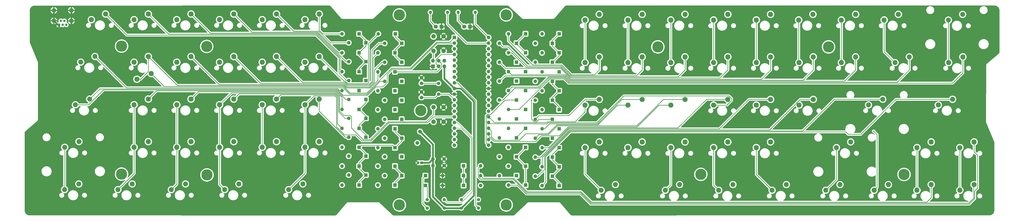
<source format=gbr>
G04 #@! TF.GenerationSoftware,KiCad,Pcbnew,7.0.5*
G04 #@! TF.CreationDate,2023-06-09T18:05:41+02:00*
G04 #@! TF.ProjectId,lumberjack,6c756d62-6572-46a6-9163-6b2e6b696361,1.7*
G04 #@! TF.SameCoordinates,Original*
G04 #@! TF.FileFunction,Copper,L1,Top*
G04 #@! TF.FilePolarity,Positive*
%FSLAX46Y46*%
G04 Gerber Fmt 4.6, Leading zero omitted, Abs format (unit mm)*
G04 Created by KiCad (PCBNEW 7.0.5) date 2023-06-09 18:05:41*
%MOMM*%
%LPD*%
G01*
G04 APERTURE LIST*
G04 #@! TA.AperFunction,WasherPad*
%ADD10C,5.000000*%
G04 #@! TD*
G04 #@! TA.AperFunction,ComponentPad*
%ADD11O,1.600000X1.600000*%
G04 #@! TD*
G04 #@! TA.AperFunction,ComponentPad*
%ADD12R,1.600000X1.600000*%
G04 #@! TD*
G04 #@! TA.AperFunction,ComponentPad*
%ADD13C,1.600000*%
G04 #@! TD*
G04 #@! TA.AperFunction,ComponentPad*
%ADD14R,1.800000X1.800000*%
G04 #@! TD*
G04 #@! TA.AperFunction,ComponentPad*
%ADD15C,1.800000*%
G04 #@! TD*
G04 #@! TA.AperFunction,ComponentPad*
%ADD16C,1.710000*%
G04 #@! TD*
G04 #@! TA.AperFunction,ComponentPad*
%ADD17R,1.200000X1.200000*%
G04 #@! TD*
G04 #@! TA.AperFunction,ComponentPad*
%ADD18C,1.200000*%
G04 #@! TD*
G04 #@! TA.AperFunction,ComponentPad*
%ADD19C,2.000000*%
G04 #@! TD*
G04 #@! TA.AperFunction,ComponentPad*
%ADD20R,1.700000X1.700000*%
G04 #@! TD*
G04 #@! TA.AperFunction,ComponentPad*
%ADD21O,1.700000X1.700000*%
G04 #@! TD*
G04 #@! TA.AperFunction,ComponentPad*
%ADD22C,1.400000*%
G04 #@! TD*
G04 #@! TA.AperFunction,ComponentPad*
%ADD23O,1.400000X1.400000*%
G04 #@! TD*
G04 #@! TA.AperFunction,ComponentPad*
%ADD24C,1.500000*%
G04 #@! TD*
G04 #@! TA.AperFunction,ComponentPad*
%ADD25C,2.200000*%
G04 #@! TD*
G04 #@! TA.AperFunction,ComponentPad*
%ADD26C,2.286000*%
G04 #@! TD*
G04 #@! TA.AperFunction,ComponentPad*
%ADD27C,1.100000*%
G04 #@! TD*
G04 #@! TA.AperFunction,ComponentPad*
%ADD28R,1.100000X1.100000*%
G04 #@! TD*
G04 #@! TA.AperFunction,ComponentPad*
%ADD29O,2.000000X2.000000*%
G04 #@! TD*
G04 #@! TA.AperFunction,ViaPad*
%ADD30C,0.600000*%
G04 #@! TD*
G04 #@! TA.AperFunction,Conductor*
%ADD31C,0.250000*%
G04 #@! TD*
G04 #@! TA.AperFunction,Conductor*
%ADD32C,0.200000*%
G04 #@! TD*
G04 #@! TA.AperFunction,Conductor*
%ADD33C,0.800000*%
G04 #@! TD*
G04 APERTURE END LIST*
D10*
X319950048Y-73849952D03*
X4700000Y-73500000D03*
X4700000Y-130810000D03*
D11*
X192190000Y-93500000D03*
D12*
X199810000Y-93500000D03*
D13*
X138430000Y-96520000D03*
X138430000Y-94020000D03*
X138430000Y-90170000D03*
X138430000Y-87670000D03*
D14*
X160020000Y-64770000D03*
D15*
X157480000Y-64770000D03*
D16*
X136560000Y-116850000D03*
X137760000Y-111750000D03*
D12*
X129620000Y-89250000D03*
D11*
X122000000Y-89250000D03*
D12*
X126620000Y-93500000D03*
D11*
X119000000Y-93500000D03*
D12*
X110620000Y-118782500D03*
D11*
X103000000Y-118782500D03*
D12*
X110620000Y-84927500D03*
D11*
X103000000Y-84927500D03*
D12*
X129620000Y-80750000D03*
D11*
X122000000Y-80750000D03*
D12*
X126620000Y-110500000D03*
D11*
X119000000Y-110500000D03*
D17*
X138430000Y-125730000D03*
D18*
X136930000Y-125730000D03*
D12*
X113620000Y-88927500D03*
D11*
X106000000Y-88927500D03*
D19*
X143800000Y-107390000D03*
X143800000Y-100890000D03*
X148300000Y-107390000D03*
X148300000Y-100890000D03*
D10*
X128587608Y-59531300D03*
X176212648Y-59531300D03*
X128587608Y-144661059D03*
X176212648Y-144661059D03*
D12*
X180810000Y-123058549D03*
D11*
X173190000Y-123058549D03*
D14*
X147320000Y-64770000D03*
D15*
X144780000Y-64770000D03*
D12*
X110620000Y-110318750D03*
D11*
X103000000Y-110318750D03*
D12*
X113620000Y-80463750D03*
D11*
X106000000Y-80463750D03*
D12*
X113620000Y-114318750D03*
D11*
X106000000Y-114318750D03*
D12*
X129620000Y-72250000D03*
D11*
X122000000Y-72250000D03*
D12*
X110620000Y-76463750D03*
D11*
X103000000Y-76463750D03*
D12*
X113620000Y-122782500D03*
D11*
X106000000Y-122782500D03*
D12*
X126810000Y-68000000D03*
D11*
X119190000Y-68000000D03*
D12*
X113620000Y-72000000D03*
D11*
X106000000Y-72000000D03*
D12*
X129620000Y-97750000D03*
D11*
X122000000Y-97750000D03*
D12*
X113620000Y-131246250D03*
D11*
X106000000Y-131246250D03*
D12*
X126620000Y-102000000D03*
D11*
X119000000Y-102000000D03*
D12*
X113620000Y-97391250D03*
D11*
X106000000Y-97391250D03*
D12*
X199810000Y-68000000D03*
D11*
X192190000Y-68000000D03*
D12*
X126620000Y-85000000D03*
D11*
X119000000Y-85000000D03*
D12*
X180810000Y-72235273D03*
D11*
X173190000Y-72235273D03*
D12*
X129620000Y-106250000D03*
D11*
X122000000Y-106250000D03*
D12*
X199810000Y-119000000D03*
D11*
X192190000Y-119000000D03*
D19*
X143800000Y-75640000D03*
X143800000Y-69140000D03*
X148300000Y-75640000D03*
X148300000Y-69140000D03*
D13*
X143510000Y-124023435D03*
X148510000Y-124023435D03*
D12*
X110620000Y-135710000D03*
D11*
X103000000Y-135710000D03*
D12*
X199810000Y-127500000D03*
D11*
X192190000Y-127500000D03*
D12*
X126620000Y-127264375D03*
D11*
X119000000Y-127264375D03*
D12*
X196810000Y-89250000D03*
D11*
X189190000Y-89250000D03*
D12*
X129620000Y-123014375D03*
D11*
X122000000Y-123014375D03*
D12*
X184810000Y-118823276D03*
D11*
X177190000Y-118823276D03*
D12*
X184810000Y-68000000D03*
D11*
X177190000Y-68000000D03*
D12*
X180810000Y-89176365D03*
D11*
X173190000Y-89176365D03*
D12*
X129620000Y-131514375D03*
D11*
X122000000Y-131514375D03*
D12*
X199810000Y-85000000D03*
D11*
X192190000Y-85000000D03*
D12*
X126620000Y-135764375D03*
D11*
X119000000Y-135764375D03*
D12*
X184810000Y-110352730D03*
D11*
X177190000Y-110352730D03*
D12*
X196810000Y-106250000D03*
D11*
X189190000Y-106250000D03*
D12*
X199810000Y-110500000D03*
D11*
X192190000Y-110500000D03*
D12*
X184810000Y-84941092D03*
D11*
X177190000Y-84941092D03*
D12*
X196810000Y-80750000D03*
D11*
X189190000Y-80750000D03*
D12*
X180810000Y-106117457D03*
D11*
X173190000Y-106117457D03*
D12*
X180810000Y-114588003D03*
D11*
X173190000Y-114588003D03*
D12*
X196810000Y-114750000D03*
D11*
X189190000Y-114750000D03*
D12*
X184810000Y-127293822D03*
D11*
X177190000Y-127293822D03*
D12*
X199810000Y-76500000D03*
D11*
X192190000Y-76500000D03*
D12*
X126620000Y-119000000D03*
D11*
X119000000Y-119000000D03*
D12*
X180810000Y-80705819D03*
D11*
X173190000Y-80705819D03*
D12*
X196810000Y-123250000D03*
D11*
X189190000Y-123250000D03*
D12*
X196810000Y-72250000D03*
D11*
X189190000Y-72250000D03*
D13*
X143550000Y-127000000D03*
X148550000Y-127000000D03*
D20*
X143525000Y-82555000D03*
D21*
X143525000Y-80015000D03*
X146065000Y-82555000D03*
X146065000Y-80015000D03*
X148605000Y-82555000D03*
X148605000Y-80015000D03*
D10*
X138112616Y-102393836D03*
D12*
X184810000Y-76470546D03*
D11*
X177190000Y-76470546D03*
D12*
X129620000Y-114750000D03*
D11*
X122000000Y-114750000D03*
D12*
X110620000Y-127246250D03*
D11*
X103000000Y-127246250D03*
D12*
X110620000Y-93391250D03*
D11*
X103000000Y-93391250D03*
D12*
X110620000Y-68000000D03*
D11*
X103000000Y-68000000D03*
D22*
X156210000Y-146050000D03*
D23*
X163830000Y-146050000D03*
D24*
X146050000Y-90170000D03*
X146050000Y-95050000D03*
D12*
X126620000Y-76500000D03*
D11*
X119000000Y-76500000D03*
D22*
X140970000Y-146050000D03*
D23*
X148590000Y-146050000D03*
D22*
X150018876Y-58340674D03*
D23*
X142398876Y-58340674D03*
D22*
X162401380Y-58340674D03*
D23*
X154781380Y-58340674D03*
D22*
X140970000Y-142240000D03*
D23*
X148590000Y-142240000D03*
D12*
X184810000Y-93411638D03*
D11*
X177190000Y-93411638D03*
D22*
X163830000Y-142240000D03*
D23*
X156210000Y-142240000D03*
D12*
X110620000Y-101855000D03*
D11*
X103000000Y-101855000D03*
D12*
X113620000Y-105855000D03*
D11*
X106000000Y-105855000D03*
D25*
X-7169920Y-78126196D03*
X-13519920Y-80666196D03*
X-9519920Y-97226196D03*
X-15869920Y-99766196D03*
X-14309920Y-116256196D03*
X-20659920Y-118796196D03*
X-14360000Y-135220000D03*
X-20710000Y-137760000D03*
D26*
X16639936Y-59120000D03*
X10289936Y-61660000D03*
X11559936Y-88330016D03*
X16639936Y-78170016D03*
X10289936Y-80710016D03*
X17909936Y-85790016D03*
X16639936Y-97220032D03*
X10289936Y-99760032D03*
X16639936Y-116270048D03*
X10289936Y-118810048D03*
D25*
X9440000Y-135220000D03*
X3090000Y-137760000D03*
D26*
X35689952Y-59120000D03*
X29339952Y-61660000D03*
X35689952Y-78170016D03*
X29339952Y-80710016D03*
D25*
X33240000Y-135226196D03*
X26890000Y-137766196D03*
D26*
X54739968Y-59120000D03*
X48389968Y-61660000D03*
X54739968Y-78170016D03*
X48389968Y-80710016D03*
X54739968Y-97220032D03*
X48389968Y-99760032D03*
X54739968Y-116270048D03*
X48389968Y-118810048D03*
D25*
X57040000Y-135220000D03*
X50690000Y-137760000D03*
D26*
X73789984Y-59120000D03*
X67439984Y-61660000D03*
X73789984Y-78170016D03*
X67439984Y-80710016D03*
X73789984Y-97220032D03*
X67439984Y-99760032D03*
X73789984Y-116270048D03*
X67439984Y-118810048D03*
X92840000Y-59120000D03*
X86490000Y-61660000D03*
X92840000Y-78170016D03*
X86490000Y-80710016D03*
X92840000Y-97220032D03*
X86490000Y-99760032D03*
X92840000Y-116270048D03*
X86490000Y-118810048D03*
D25*
X85540000Y-135220000D03*
X79190000Y-137760000D03*
D26*
X217740000Y-59269952D03*
X211390000Y-61809952D03*
X217740000Y-78319968D03*
X211390000Y-80859968D03*
X217740000Y-97369984D03*
X211390000Y-99909984D03*
X217740000Y-116420000D03*
X211390000Y-118960000D03*
D25*
X224940000Y-135520000D03*
X218590000Y-138060000D03*
D26*
X236840000Y-59269952D03*
X230490000Y-61809952D03*
X236840000Y-78319968D03*
X230490000Y-80859968D03*
X236840000Y-97369984D03*
X230490000Y-99909984D03*
X236840000Y-116420000D03*
X230490000Y-118960000D03*
X255940032Y-59263756D03*
X249590032Y-61803756D03*
X255940032Y-78313772D03*
X249590032Y-80853772D03*
X255940032Y-97363788D03*
X249590032Y-99903788D03*
X255940032Y-116413804D03*
X249590032Y-118953804D03*
D25*
X253540000Y-135520000D03*
X247190000Y-138060000D03*
D26*
X275040032Y-59263756D03*
X268690032Y-61803756D03*
X275040032Y-78313772D03*
X268690032Y-80853772D03*
X275040032Y-97363788D03*
X268690032Y-99903788D03*
X275040032Y-116413804D03*
X268690032Y-118953804D03*
D25*
X277340000Y-135520000D03*
X270990000Y-138060000D03*
D26*
X294090048Y-59263756D03*
X287740048Y-61803756D03*
X294090048Y-78313772D03*
X287740048Y-80853772D03*
X294090048Y-97363788D03*
X287740048Y-99903788D03*
X294090048Y-116413804D03*
X287740048Y-118953804D03*
D25*
X301140000Y-135520000D03*
X294790000Y-138060000D03*
D26*
X312990048Y-59263756D03*
X306640048Y-61803756D03*
X313139808Y-78313772D03*
X306789808Y-80853772D03*
X313139808Y-97363788D03*
X306789808Y-99903788D03*
D25*
X329840000Y-116400000D03*
X323490000Y-118940000D03*
X325040000Y-135520000D03*
X318690000Y-138060000D03*
D26*
X35689952Y-97220032D03*
X29339952Y-99760032D03*
X35689952Y-116270048D03*
X29339952Y-118810048D03*
D10*
X42800000Y-131200000D03*
X243840000Y-73849952D03*
X263000000Y-130950048D03*
X42672000Y-73660000D03*
D26*
X-2410128Y-59119946D03*
X-8760128Y-61659946D03*
X384840000Y-116420000D03*
X378490000Y-118960000D03*
D25*
X379740000Y-59300000D03*
X373390000Y-61840000D03*
D12*
X153125000Y-69625000D03*
D11*
X153125000Y-72165000D03*
X153125000Y-74705000D03*
X153125000Y-77245000D03*
X153125000Y-79785000D03*
X153125000Y-82325000D03*
X153125000Y-84865000D03*
X153125000Y-87405000D03*
X153125000Y-89945000D03*
X153125000Y-92485000D03*
X153125000Y-95025000D03*
X153125000Y-97565000D03*
X153125000Y-100105000D03*
X153125000Y-102645000D03*
X153125000Y-105185000D03*
X153125000Y-107725000D03*
X153125000Y-110265000D03*
X153125000Y-112805000D03*
X153125000Y-115345000D03*
X153125000Y-117885000D03*
X168365000Y-117885000D03*
X168365000Y-115345000D03*
X168365000Y-112805000D03*
X168365000Y-110265000D03*
X168365000Y-107725000D03*
X168365000Y-105185000D03*
X168365000Y-102645000D03*
X168365000Y-100105000D03*
X168365000Y-97565000D03*
X168365000Y-95025000D03*
X168365000Y-92485000D03*
X168365000Y-89945000D03*
X168365000Y-87405000D03*
X168365000Y-84865000D03*
X168365000Y-82325000D03*
X168365000Y-79785000D03*
X168365000Y-77245000D03*
X168365000Y-74705000D03*
X168365000Y-72165000D03*
X168365000Y-69625000D03*
D12*
X199810000Y-102000000D03*
D11*
X192190000Y-102000000D03*
D26*
X351090048Y-59263756D03*
X344740048Y-61803756D03*
D12*
X157190000Y-127104375D03*
D11*
X164810000Y-127104375D03*
D26*
X384840000Y-135520000D03*
X378490000Y-138060000D03*
D12*
X180810000Y-131529095D03*
D11*
X173190000Y-131529095D03*
D27*
X-19990000Y-63952000D03*
X-20790000Y-62202000D03*
X-21590000Y-63952000D03*
X-22390000Y-62202000D03*
D28*
X-23190000Y-63952000D03*
D29*
X-25490000Y-57502000D03*
X-25490000Y-62202000D03*
X-17690000Y-57502000D03*
X-17690000Y-62202000D03*
D12*
X180810000Y-97646911D03*
D11*
X173190000Y-97646911D03*
D10*
X353600000Y-131000000D03*
D25*
X355940000Y-78320000D03*
X349590000Y-80860000D03*
D12*
X157190000Y-135924375D03*
D11*
X164810000Y-135924375D03*
D26*
X365740000Y-135520000D03*
X359390000Y-138060000D03*
D12*
X199810000Y-136000000D03*
D11*
X192190000Y-136000000D03*
D26*
X332040048Y-59263756D03*
X325690048Y-61803756D03*
D12*
X140190000Y-131514375D03*
D11*
X147810000Y-131514375D03*
D26*
X332040048Y-78313772D03*
X325690048Y-80853772D03*
D12*
X157190000Y-131514375D03*
D11*
X164810000Y-131514375D03*
D12*
X196810000Y-131750000D03*
D11*
X189190000Y-131750000D03*
D12*
X196810000Y-97750000D03*
D11*
X189190000Y-97750000D03*
D25*
X344140000Y-97300000D03*
X337790000Y-99840000D03*
D26*
X346640000Y-135520000D03*
X340290000Y-138060000D03*
X379840000Y-78320000D03*
X373490000Y-80860000D03*
D12*
X184810000Y-135764375D03*
D11*
X177190000Y-135764375D03*
D12*
X184810000Y-101882184D03*
D11*
X177190000Y-101882184D03*
D12*
X140190000Y-135924375D03*
D11*
X147810000Y-135924375D03*
D26*
X375240000Y-97320000D03*
X368890000Y-99860000D03*
X365740000Y-116420000D03*
X359390000Y-118960000D03*
D30*
X340106000Y-111633000D03*
X187500000Y-97800000D03*
D31*
X100374599Y-94403529D02*
X53746471Y-94403529D01*
X101875000Y-95903930D02*
X100374599Y-94403529D01*
X101875000Y-102609064D02*
X101875000Y-95903930D01*
X103786936Y-104521000D02*
X101875000Y-102609064D01*
X106553000Y-104521000D02*
X103786936Y-104521000D01*
X53746471Y-94403529D02*
X48389968Y-99760032D01*
X107188000Y-105156000D02*
X106553000Y-104521000D01*
X107188000Y-110136750D02*
X107188000Y-105156000D01*
X120962499Y-110128492D02*
X115647241Y-115443750D01*
X115647241Y-115443750D02*
X112495000Y-115443750D01*
X140529000Y-107375000D02*
X123637310Y-107375000D01*
X143800000Y-104104000D02*
X140529000Y-107375000D01*
X112495000Y-115443750D02*
X107188000Y-110136750D01*
X143800000Y-100890000D02*
X143800000Y-104104000D01*
X123637310Y-107375000D02*
X120962499Y-110049811D01*
X120962499Y-110049811D02*
X120962499Y-110128492D01*
X365740000Y-141410131D02*
X365740000Y-135520000D01*
X363778131Y-143372000D02*
X365740000Y-141410131D01*
X214240792Y-143372000D02*
X363778131Y-143372000D01*
X185556604Y-138684000D02*
X209552792Y-138684000D01*
X179526200Y-132653596D02*
X185556604Y-138684000D01*
X165949221Y-132653596D02*
X179526200Y-132653596D01*
X164810000Y-131514375D02*
X165949221Y-132653596D01*
X384668900Y-138188704D02*
X384668900Y-135691100D01*
X384668401Y-138189203D02*
X384668900Y-138188704D01*
X384668401Y-141581024D02*
X384668401Y-138189203D01*
X214054396Y-143822000D02*
X382427425Y-143822000D01*
X185370208Y-139134000D02*
X209366396Y-139134000D01*
X382427425Y-143822000D02*
X384668401Y-141581024D01*
X179339804Y-133103596D02*
X185370208Y-139134000D01*
X209552792Y-138684000D02*
X214240792Y-143372000D01*
X164808230Y-133103596D02*
X179339804Y-133103596D01*
X163685000Y-131980366D02*
X164808230Y-133103596D01*
X209366396Y-139134000D02*
X214054396Y-143822000D01*
X163685000Y-128229375D02*
X163685000Y-131980366D01*
X164810000Y-127104375D02*
X163685000Y-128229375D01*
X384840000Y-120840000D02*
X384840000Y-116420000D01*
X386400000Y-122400000D02*
X384840000Y-120840000D01*
X386400000Y-137094000D02*
X386400000Y-122400000D01*
X385118401Y-141767420D02*
X385118401Y-138375599D01*
X385118401Y-138375599D02*
X386400000Y-137094000D01*
X213868000Y-144272000D02*
X382613821Y-144272000D01*
X185166000Y-139700000D02*
X209296000Y-139700000D01*
X181230375Y-135764375D02*
X185166000Y-139700000D01*
X177190000Y-135764375D02*
X181230375Y-135764375D01*
X209296000Y-139700000D02*
X213868000Y-144272000D01*
X382613821Y-144272000D02*
X385118401Y-141767420D01*
X114745000Y-72445000D02*
X119190000Y-68000000D01*
X114511500Y-90286000D02*
X114745000Y-90052500D01*
X104446460Y-89212000D02*
X105520460Y-90286000D01*
X92840000Y-78170016D02*
X103881984Y-89212000D01*
X6859908Y-92156024D02*
X-7169920Y-78126196D01*
X103572108Y-92156024D02*
X6859908Y-92156024D01*
X119920396Y-89250000D02*
X114174396Y-94996000D01*
X122000000Y-89250000D02*
X119920396Y-89250000D01*
X114174396Y-94996000D02*
X106412084Y-94996000D01*
X23686920Y-91567000D02*
X17909936Y-85790016D01*
X133618477Y-83312000D02*
X125222000Y-83312000D01*
X145214978Y-71715499D02*
X133618477Y-83312000D01*
X104920608Y-92222004D02*
X115552756Y-92222004D01*
X103805876Y-91117000D02*
X104774876Y-92086000D01*
X103881984Y-89212000D02*
X104446460Y-89212000D01*
X29586920Y-91117000D02*
X103805876Y-91117000D01*
X113988000Y-94546000D02*
X106598480Y-94546000D01*
X16639936Y-78170016D02*
X29586920Y-91117000D01*
X106412084Y-94996000D02*
X103572108Y-92156024D01*
X119000000Y-88774760D02*
X119000000Y-85000000D01*
X104971000Y-91636000D02*
X104961272Y-91636000D01*
X115366360Y-91772004D02*
X105107004Y-91772004D01*
X153125000Y-69625000D02*
X151034501Y-71715499D01*
X117475000Y-89663364D02*
X115366360Y-91772004D01*
X117475000Y-84143630D02*
X117475000Y-89663364D01*
X120868630Y-80750000D02*
X117475000Y-84143630D01*
X122000000Y-80750000D02*
X120868630Y-80750000D01*
X105520460Y-90286000D02*
X114511500Y-90286000D01*
X116840499Y-89534501D02*
X116840499Y-78659501D01*
X115189000Y-91186000D02*
X116840499Y-89534501D01*
X105147668Y-91186000D02*
X115189000Y-91186000D01*
X114745000Y-90052500D02*
X114745000Y-72445000D01*
X104131668Y-90170000D02*
X105147668Y-91186000D01*
X151034501Y-71715499D02*
X145214978Y-71715499D01*
X116390499Y-89348105D02*
X116390499Y-75379501D01*
X115002604Y-90736000D02*
X116390499Y-89348105D01*
X73789984Y-78170016D02*
X85339968Y-89720000D01*
X119520000Y-72250000D02*
X122000000Y-72250000D01*
X106598480Y-94546000D02*
X103619480Y-91567000D01*
X54739968Y-78170016D02*
X66739952Y-90170000D01*
X104961272Y-91636000D02*
X103992272Y-90667000D01*
X125222000Y-83312000D02*
X113988000Y-94546000D01*
X105107004Y-91772004D02*
X104971000Y-91636000D01*
X104784604Y-92086000D02*
X104920608Y-92222004D01*
X85339968Y-89720000D02*
X104318064Y-89720000D01*
X48186936Y-90667000D02*
X35689952Y-78170016D01*
X105334064Y-90736000D02*
X115002604Y-90736000D01*
X103992272Y-90667000D02*
X48186936Y-90667000D01*
X116390499Y-75379501D02*
X119520000Y-72250000D01*
X103619480Y-91567000D02*
X23686920Y-91567000D01*
X66739952Y-90170000D02*
X104131668Y-90170000D01*
X104318064Y-89720000D02*
X105334064Y-90736000D01*
X116840499Y-78659501D02*
X119000000Y-76500000D01*
X104774876Y-92086000D02*
X104784604Y-92086000D01*
X115552756Y-92222004D02*
X119000000Y-88774760D01*
X101600000Y-85481389D02*
X105046111Y-88927500D01*
X101600000Y-78740000D02*
X101600000Y-85481389D01*
X91440000Y-68580000D02*
X101600000Y-78740000D01*
X105046111Y-88927500D02*
X106000000Y-88927500D01*
X-2410128Y-59119946D02*
X7049926Y-68580000D01*
X7049926Y-68580000D02*
X91440000Y-68580000D01*
X-10044665Y-99766196D02*
X-15869920Y-99766196D01*
X-3333495Y-93055026D02*
X-10044665Y-99766196D01*
X100933166Y-93055026D02*
X-3333495Y-93055026D01*
X103382140Y-95504000D02*
X100933166Y-93055026D01*
X114177830Y-95504000D02*
X103382140Y-95504000D01*
X114235830Y-95446000D02*
X114177830Y-95504000D01*
X114360792Y-95446000D02*
X114235830Y-95446000D01*
X118079469Y-91727323D02*
X114360792Y-95446000D01*
X123125000Y-89727000D02*
X121124677Y-91727323D01*
X123125000Y-86171000D02*
X123125000Y-89727000D01*
X125421000Y-83875000D02*
X123125000Y-86171000D01*
X133691167Y-83875000D02*
X125421000Y-83875000D01*
X145401167Y-72165000D02*
X133691167Y-83875000D01*
X121124677Y-91727323D02*
X118079469Y-91727323D01*
X153125000Y-72165000D02*
X145401167Y-72165000D01*
X144890000Y-81380000D02*
X146065000Y-82555000D01*
X144890000Y-79528299D02*
X144890000Y-81380000D01*
X153125000Y-77245000D02*
X147173299Y-77245000D01*
X147173299Y-77245000D02*
X144890000Y-79528299D01*
X180810000Y-72470546D02*
X184810000Y-76470546D01*
X180810000Y-72235273D02*
X180810000Y-72470546D01*
D32*
X154334000Y-107725000D02*
X153125000Y-107725000D01*
X156354214Y-143510000D02*
X161055000Y-138809214D01*
X161055000Y-114446000D02*
X154334000Y-107725000D01*
X149860000Y-143510000D02*
X156354214Y-143510000D01*
X161055000Y-138809214D02*
X161055000Y-114446000D01*
X148590000Y-142240000D02*
X149860000Y-143510000D01*
X156239000Y-110265000D02*
X153125000Y-110265000D01*
X160655000Y-114681000D02*
X156239000Y-110265000D01*
X160655000Y-137795000D02*
X160655000Y-114681000D01*
X156210000Y-142240000D02*
X160655000Y-137795000D01*
D31*
X341575000Y-113102000D02*
X340106000Y-111633000D01*
X341575000Y-136775000D02*
X341575000Y-113102000D01*
X340290000Y-138060000D02*
X341575000Y-136775000D01*
X162560000Y-144780000D02*
X163830000Y-146050000D01*
D33*
X161835000Y-140425000D02*
X156210000Y-146050000D01*
D31*
X162560000Y-98034696D02*
X162560000Y-144780000D01*
X154470304Y-89945000D02*
X162560000Y-98034696D01*
D33*
X155985000Y-92485000D02*
X161835000Y-98335000D01*
X161835000Y-98335000D02*
X161835000Y-140425000D01*
D31*
X153125000Y-89945000D02*
X154470304Y-89945000D01*
D33*
X153125000Y-92485000D02*
X155985000Y-92485000D01*
X143550000Y-141010000D02*
X148590000Y-146050000D01*
X143550000Y-127000000D02*
X143550000Y-141010000D01*
D31*
X129620000Y-130890000D02*
X129620000Y-131514375D01*
X126620000Y-127890000D02*
X129620000Y-130890000D01*
X126620000Y-127264375D02*
X126620000Y-127890000D01*
D33*
X143510000Y-124023435D02*
X143510000Y-126960000D01*
X153125000Y-92485000D02*
X148605000Y-87965000D01*
X138430000Y-125730000D02*
X141803435Y-125730000D01*
X143510000Y-126960000D02*
X143550000Y-127000000D01*
X141803435Y-125730000D02*
X143510000Y-124023435D01*
X143510000Y-117500000D02*
X143510000Y-124023435D01*
X148590000Y-146050000D02*
X156210000Y-146050000D01*
X148605000Y-87965000D02*
X148605000Y-82555000D01*
X137760000Y-111750000D02*
X143510000Y-117500000D01*
X-17690000Y-65188000D02*
X-17690000Y-62202000D01*
X-25490000Y-57502000D02*
X-25490000Y-62202000D01*
X-23740000Y-63952000D02*
X-25490000Y-62202000D01*
X-22198000Y-66294000D02*
X-18796000Y-66294000D01*
X-23190000Y-65302000D02*
X-22198000Y-66294000D01*
X-18796000Y-66294000D02*
X-17690000Y-65188000D01*
X-17690000Y-57502000D02*
X-17690000Y-62202000D01*
X-23190000Y-63952000D02*
X-23190000Y-65302000D01*
X-23190000Y-63952000D02*
X-23740000Y-63952000D01*
D31*
X196810000Y-71000000D02*
X199810000Y-68000000D01*
X196810000Y-90500000D02*
X199810000Y-93500000D01*
X196810000Y-96500000D02*
X199810000Y-93500000D01*
X110620000Y-77463750D02*
X113620000Y-80463750D01*
X113620000Y-71000000D02*
X113620000Y-72000000D01*
X196810000Y-89250000D02*
X196810000Y-90500000D01*
X110620000Y-68000000D02*
X113620000Y-71000000D01*
X199810000Y-100750000D02*
X196810000Y-97750000D01*
X110620000Y-76463750D02*
X110620000Y-77463750D01*
X110620000Y-84927500D02*
X110620000Y-83463750D01*
X196810000Y-73500000D02*
X199810000Y-76500000D01*
X113620000Y-72000000D02*
X113620000Y-73463750D01*
X196810000Y-97750000D02*
X196810000Y-96500000D01*
X199810000Y-77750000D02*
X196810000Y-80750000D01*
X110620000Y-83463750D02*
X113620000Y-80463750D01*
X199810000Y-102000000D02*
X199810000Y-100750000D01*
X196810000Y-72250000D02*
X196810000Y-73500000D01*
X199810000Y-76500000D02*
X199810000Y-77750000D01*
X196810000Y-72250000D02*
X196810000Y-71000000D01*
X113620000Y-73463750D02*
X110620000Y-76463750D01*
X175724080Y-97646911D02*
X169310991Y-104060000D01*
X126810000Y-69440000D02*
X129620000Y-72250000D01*
X126620000Y-76500000D02*
X126620000Y-75250000D01*
X180810000Y-97646911D02*
X175724080Y-97646911D01*
X147240000Y-83041701D02*
X145281701Y-85000000D01*
X184810000Y-68000000D02*
X180810000Y-72000000D01*
X167899009Y-104060000D02*
X167240000Y-104719009D01*
X169310991Y-104060000D02*
X167899009Y-104060000D01*
X145281701Y-85000000D02*
X126620000Y-85000000D01*
X167240000Y-116760000D02*
X168365000Y-117885000D01*
X146065000Y-80015000D02*
X147240000Y-81190000D01*
X167240000Y-104719009D02*
X167240000Y-116760000D01*
X147240000Y-81190000D02*
X147240000Y-83041701D01*
X126810000Y-68000000D02*
X126810000Y-69440000D01*
X126620000Y-77750000D02*
X129620000Y-80750000D01*
X126620000Y-76500000D02*
X126620000Y-77750000D01*
X126620000Y-75250000D02*
X129620000Y-72250000D01*
X110620000Y-108855000D02*
X113620000Y-105855000D01*
X188724009Y-107375000D02*
X187500000Y-106150991D01*
X199810000Y-127500000D02*
X199810000Y-128750000D01*
X110620000Y-110318750D02*
X110620000Y-108855000D01*
X190780991Y-106250000D02*
X189655991Y-107375000D01*
X113620000Y-113318750D02*
X110620000Y-110318750D01*
X113620000Y-97391250D02*
X113620000Y-98855000D01*
X187500000Y-106150991D02*
X187500000Y-97800000D01*
X196810000Y-124500000D02*
X199810000Y-127500000D01*
X189655991Y-107375000D02*
X188724009Y-107375000D01*
X196810000Y-122000000D02*
X199810000Y-119000000D01*
X113620000Y-114318750D02*
X113620000Y-113318750D01*
X199810000Y-128750000D02*
X196810000Y-131750000D01*
X196810000Y-106250000D02*
X190780991Y-106250000D01*
X113620000Y-104855000D02*
X110620000Y-101855000D01*
X199810000Y-134750000D02*
X196810000Y-131750000D01*
X196810000Y-123250000D02*
X196810000Y-122000000D01*
X113620000Y-98855000D02*
X110620000Y-101855000D01*
X196810000Y-123250000D02*
X196810000Y-124500000D01*
X199810000Y-136000000D02*
X199810000Y-134750000D01*
X113620000Y-105855000D02*
X113620000Y-104855000D01*
X180810000Y-114352730D02*
X184810000Y-110352730D01*
X126620000Y-111750000D02*
X129620000Y-114750000D01*
X180810000Y-123058549D02*
X184810000Y-119058549D01*
X110620000Y-134246250D02*
X113620000Y-131246250D01*
X126620000Y-134514375D02*
X129620000Y-131514375D01*
X113620000Y-122782500D02*
X113620000Y-121782500D01*
X157190000Y-135924375D02*
X157190000Y-131514375D01*
X110620000Y-118782500D02*
X111527500Y-117875000D01*
X110620000Y-125782500D02*
X113620000Y-122782500D01*
X113620000Y-131246250D02*
X110620000Y-128246250D01*
X110620000Y-128246250D02*
X110620000Y-127246250D01*
X125495000Y-117875000D02*
X126620000Y-119000000D01*
X129620000Y-116000000D02*
X126620000Y-119000000D01*
X157190000Y-127104375D02*
X157190000Y-131514375D01*
X126620000Y-135764375D02*
X126620000Y-134514375D01*
X110620000Y-127246250D02*
X110620000Y-125782500D01*
X126620000Y-110500000D02*
X126620000Y-111750000D01*
X184810000Y-127293822D02*
X184810000Y-135764375D01*
X129620000Y-114750000D02*
X129620000Y-116000000D01*
X113620000Y-121782500D02*
X110620000Y-118782500D01*
X110620000Y-135710000D02*
X110620000Y-134246250D01*
X180810000Y-123293822D02*
X184810000Y-127293822D01*
X111527500Y-117875000D02*
X125495000Y-117875000D01*
X193764501Y-122960414D02*
X193764501Y-134425499D01*
X343975000Y-103363757D02*
X334343757Y-112995000D01*
X193764501Y-134425499D02*
X192190000Y-136000000D01*
X334343757Y-112995000D02*
X328716243Y-112995000D01*
X350007588Y-97320000D02*
X343975000Y-103352588D01*
X204824915Y-111900000D02*
X193764501Y-122960414D01*
X375240000Y-97320000D02*
X350007588Y-97320000D01*
X328716243Y-112995000D02*
X327621243Y-111900000D01*
X343975000Y-103352588D02*
X343975000Y-103363757D01*
X327621243Y-111900000D02*
X204824915Y-111900000D01*
X150610000Y-95050000D02*
X153125000Y-97565000D01*
X146050000Y-95050000D02*
X150610000Y-95050000D01*
X144580000Y-96520000D02*
X138430000Y-96520000D01*
X146050000Y-95050000D02*
X144580000Y-96520000D01*
X48389968Y-135459968D02*
X48389968Y-118810048D01*
X50690000Y-137760000D02*
X48389968Y-135459968D01*
X48389968Y-99760032D02*
X48389968Y-118810048D01*
X-20659920Y-137709920D02*
X-20659920Y-118796196D01*
X3090000Y-137760000D02*
X10289936Y-130560064D01*
X10289936Y-99760032D02*
X10289936Y-118810048D01*
X10289936Y-130560064D02*
X10289936Y-118810048D01*
X26890000Y-137766196D02*
X29339952Y-135316244D01*
X29339952Y-135316244D02*
X29339952Y-118810048D01*
X29339952Y-99760032D02*
X29339952Y-118810048D01*
X67439984Y-99760032D02*
X67439984Y-118810048D01*
X100526497Y-96462497D02*
X100526497Y-109670497D01*
X141095499Y-107824501D02*
X143735000Y-105185000D01*
X86490000Y-99760032D02*
X90498000Y-95752032D01*
X115832931Y-115893750D02*
X121412000Y-110314681D01*
X104049750Y-113193750D02*
X109129750Y-113193750D01*
X86490000Y-130460000D02*
X86490000Y-118810048D01*
X100526497Y-109670497D02*
X104049750Y-113193750D01*
X143735000Y-105185000D02*
X153125000Y-105185000D01*
X121412000Y-110314681D02*
X121412000Y-110236000D01*
X123823499Y-107824501D02*
X141095499Y-107824501D01*
X109129750Y-113193750D02*
X111829750Y-115893750D01*
X121412000Y-110236000D02*
X123823499Y-107824501D01*
X90498000Y-95752032D02*
X99816032Y-95752032D01*
X86490000Y-99760032D02*
X86490000Y-118810048D01*
X79190000Y-137760000D02*
X86490000Y-130460000D01*
X111829750Y-115893750D02*
X115832931Y-115893750D01*
X99816032Y-95752032D02*
X100526497Y-96462497D01*
X188537820Y-107824501D02*
X189842180Y-107824501D01*
X211390000Y-118960000D02*
X211390000Y-130860000D01*
X206928668Y-107375000D02*
X211390000Y-102913668D01*
X189842180Y-107824501D02*
X189916182Y-107750499D01*
X194560690Y-107375000D02*
X206928668Y-107375000D01*
X168365000Y-105185000D02*
X170930499Y-107750499D01*
X211390000Y-61809952D02*
X211390000Y-80859968D01*
X211390000Y-130860000D02*
X218590000Y-138060000D01*
X189916182Y-107750499D02*
X194185191Y-107750499D01*
X170930499Y-107750499D02*
X188463818Y-107750499D01*
X194185191Y-107750499D02*
X194560690Y-107375000D01*
X211390000Y-102913668D02*
X211390000Y-99909984D01*
X188463818Y-107750499D02*
X188537820Y-107824501D01*
X168365000Y-110265000D02*
X169490000Y-111390000D01*
X198847877Y-108723503D02*
X217011545Y-108723503D01*
X184922005Y-112725998D02*
X194845382Y-112725998D01*
X230490000Y-61809952D02*
X230490000Y-80859968D01*
X194845382Y-112725998D02*
X198847877Y-108723503D01*
X225825064Y-99909984D02*
X230490000Y-99909984D01*
X169490000Y-114090000D02*
X171113003Y-115713003D01*
X181935000Y-115713003D02*
X184922005Y-112725998D01*
X217011545Y-108723503D02*
X225825064Y-99909984D01*
X171113003Y-115713003D02*
X181935000Y-115713003D01*
X169490000Y-111390000D02*
X169490000Y-114090000D01*
X168540991Y-112980991D02*
X168540991Y-113930000D01*
X203847505Y-109652495D02*
X199875000Y-113625000D01*
X234546863Y-109652495D02*
X203847505Y-109652495D01*
X249590032Y-118953804D02*
X249590032Y-135659968D01*
X249590032Y-99903788D02*
X244295570Y-99903788D01*
X189330991Y-116200000D02*
X170810991Y-116200000D01*
X249590032Y-61803756D02*
X249590032Y-80853772D01*
X244295570Y-99903788D02*
X234546863Y-109652495D01*
X191905991Y-113625000D02*
X189330991Y-116200000D01*
X249590032Y-135659968D02*
X247190000Y-138060000D01*
X199875000Y-113625000D02*
X191905991Y-113625000D01*
X170810991Y-116200000D02*
X168540991Y-113930000D01*
X146050000Y-90170000D02*
X138430000Y-90170000D01*
X-9519920Y-97226196D02*
X-4899249Y-92605525D01*
X101905080Y-93391250D02*
X103000000Y-93391250D01*
X101119355Y-92605525D02*
X101905080Y-93391250D01*
X-4899249Y-92605525D02*
X101119355Y-92605525D01*
X91626189Y-68130499D02*
X102108000Y-78612310D01*
X16639936Y-59120000D02*
X25650435Y-68130499D01*
X25650435Y-68130499D02*
X91626189Y-68130499D01*
X102108000Y-78612310D02*
X102108000Y-84035500D01*
X102108000Y-84035500D02*
X103000000Y-84927500D01*
X13176382Y-88330016D02*
X11559936Y-88330016D01*
X16639936Y-78170016D02*
X16639936Y-84866462D01*
X16639936Y-84866462D02*
X13176382Y-88330016D01*
X100746977Y-93504527D02*
X104633700Y-97391250D01*
X16639936Y-97220032D02*
X20355441Y-93504527D01*
X104633700Y-97391250D02*
X106000000Y-97391250D01*
X20355441Y-93504527D02*
X100746977Y-93504527D01*
X104780185Y-80463750D02*
X106000000Y-80463750D01*
X44250950Y-67680998D02*
X91997433Y-67680998D01*
X91997433Y-67680998D02*
X104780185Y-80463750D01*
X35689952Y-59120000D02*
X44250950Y-67680998D01*
X100560788Y-93954028D02*
X103000000Y-96393240D01*
X103000000Y-96393240D02*
X103000000Y-101855000D01*
X35689952Y-97220032D02*
X38955956Y-93954028D01*
X38955956Y-93954028D02*
X100560788Y-93954028D01*
X92183622Y-67231497D02*
X101415875Y-76463750D01*
X54739968Y-59120000D02*
X62851465Y-67231497D01*
X62851465Y-67231497D02*
X92183622Y-67231497D01*
X101415875Y-76463750D02*
X103000000Y-76463750D01*
X54739968Y-97220032D02*
X57106970Y-94853030D01*
X57106970Y-94853030D02*
X100188410Y-94853030D01*
X101425499Y-102930875D02*
X104349624Y-105855000D01*
X100188410Y-94853030D02*
X101425499Y-96090119D01*
X104349624Y-105855000D02*
X106000000Y-105855000D01*
X101425499Y-96090119D02*
X101425499Y-102930875D01*
X92562306Y-66781996D02*
X97780310Y-72000000D01*
X73789984Y-59120000D02*
X81451980Y-66781996D01*
X97780310Y-72000000D02*
X106000000Y-72000000D01*
X81451980Y-66781996D02*
X92562306Y-66781996D01*
X100002221Y-95302531D02*
X100975998Y-96276308D01*
X100975998Y-96276308D02*
X100975998Y-108294748D01*
X73789984Y-97220032D02*
X75707485Y-95302531D01*
X100975998Y-108294748D02*
X103000000Y-110318750D01*
X75707485Y-95302531D02*
X100002221Y-95302531D01*
X94416000Y-68000000D02*
X103000000Y-68000000D01*
X92840000Y-66424000D02*
X94416000Y-68000000D01*
X92840000Y-59120000D02*
X92840000Y-66424000D01*
X92840000Y-102619690D02*
X104539060Y-114318750D01*
X104539060Y-114318750D02*
X106000000Y-114318750D01*
X92840000Y-97220032D02*
X92840000Y-102619690D01*
X200800000Y-81900000D02*
X187989454Y-81900000D01*
X215650099Y-86300000D02*
X205267776Y-86300000D01*
X200833888Y-81866112D02*
X200800000Y-81900000D01*
X217740000Y-84210099D02*
X215650099Y-86300000D01*
X187989454Y-81900000D02*
X177190000Y-71100546D01*
X177190000Y-71100546D02*
X177190000Y-68000000D01*
X205267776Y-86300000D02*
X200833888Y-81866112D01*
X217740000Y-78319968D02*
X217740000Y-84210099D01*
X190816082Y-104623918D02*
X189190000Y-106250000D01*
X217740000Y-97369984D02*
X211430016Y-97369984D01*
X211430016Y-97369984D02*
X204176082Y-104623918D01*
X204176082Y-104623918D02*
X190816082Y-104623918D01*
X185583957Y-82383957D02*
X177024501Y-73824501D01*
X205081587Y-86749501D02*
X200716043Y-82383957D01*
X177024501Y-73824501D02*
X174779228Y-73824501D01*
X236840000Y-78319968D02*
X236840000Y-84210099D01*
X236840000Y-84210099D02*
X234300598Y-86749501D01*
X234300598Y-86749501D02*
X205081587Y-86749501D01*
X174779228Y-73824501D02*
X173190000Y-72235273D01*
X200716043Y-82383957D02*
X185583957Y-82383957D01*
X236840000Y-97369984D02*
X227729374Y-97369984D01*
X193321370Y-110500000D02*
X192190000Y-110500000D01*
X216825356Y-108274002D02*
X195547368Y-108274002D01*
X195547368Y-108274002D02*
X193321370Y-110500000D01*
X227729374Y-97369984D02*
X216825356Y-108274002D01*
X178670546Y-76470546D02*
X177190000Y-76470546D01*
X204895398Y-87199002D02*
X200696396Y-83000000D01*
X252944933Y-87199002D02*
X204895398Y-87199002D01*
X255940032Y-78313772D02*
X255940032Y-84203903D01*
X185200000Y-83000000D02*
X178670546Y-76470546D01*
X200696396Y-83000000D02*
X185200000Y-83000000D01*
X255940032Y-84203903D02*
X252944933Y-87199002D01*
X246199880Y-97363788D02*
X234390664Y-109173004D01*
X199034066Y-109173004D02*
X195031571Y-113175499D01*
X234390664Y-109173004D02*
X199034066Y-109173004D01*
X255940032Y-97363788D02*
X246199880Y-97363788D01*
X190764501Y-113175499D02*
X189190000Y-114750000D01*
X195031571Y-113175499D02*
X190764501Y-113175499D01*
X275040032Y-84203903D02*
X275040032Y-78313772D01*
X175942748Y-83458567D02*
X200519273Y-83458567D01*
X271495432Y-87748503D02*
X275040032Y-84203903D01*
X204809209Y-87748503D02*
X271495432Y-87748503D01*
X173190000Y-80705819D02*
X175942748Y-83458567D01*
X200519273Y-83458567D02*
X204809209Y-87748503D01*
X275040032Y-97363788D02*
X265529142Y-97363788D01*
X252790934Y-110101996D02*
X204080159Y-110101996D01*
X204080159Y-110101996D02*
X195182155Y-119000000D01*
X195182155Y-119000000D02*
X192190000Y-119000000D01*
X265529142Y-97363788D02*
X252790934Y-110101996D01*
X294090048Y-78313772D02*
X294090048Y-84203903D01*
X202752012Y-86326996D02*
X178575904Y-86326996D01*
X289995947Y-88298004D02*
X204723020Y-88298004D01*
X204723020Y-88298004D02*
X202752012Y-86326996D01*
X294090048Y-84203903D02*
X289995947Y-88298004D01*
X178575904Y-86326996D02*
X177190000Y-84941092D01*
X284393716Y-97363788D02*
X271206007Y-110551497D01*
X294090048Y-97363788D02*
X284393716Y-97363788D01*
X271206007Y-110551497D02*
X204266348Y-110551497D01*
X191567845Y-123250000D02*
X189190000Y-123250000D01*
X204266348Y-110551497D02*
X191567845Y-123250000D01*
X204536831Y-88747505D02*
X202565823Y-86776497D01*
X313139808Y-84203903D02*
X308596206Y-88747505D01*
X175589868Y-86776497D02*
X173190000Y-89176365D01*
X308596206Y-88747505D02*
X204536831Y-88747505D01*
X313139808Y-78313772D02*
X313139808Y-84203903D01*
X202565823Y-86776497D02*
X175589868Y-86776497D01*
X307253742Y-97363788D02*
X293616532Y-111000998D01*
X192190000Y-123263535D02*
X192190000Y-127500000D01*
X204452537Y-111000998D02*
X192190000Y-123263535D01*
X313139808Y-97363788D02*
X307253742Y-97363788D01*
X293616532Y-111000998D02*
X204452537Y-111000998D01*
X168365000Y-72165000D02*
X158525000Y-72165000D01*
X158525000Y-72165000D02*
X150018876Y-63658876D01*
X150018876Y-63658876D02*
X150018876Y-58340674D01*
X168365000Y-69625000D02*
X162401380Y-63661380D01*
X162401380Y-63661380D02*
X162401380Y-58340674D01*
X268690032Y-61803756D02*
X268690032Y-80853772D01*
X188351631Y-108274002D02*
X194297378Y-108274002D01*
X276700000Y-97800000D02*
X274596212Y-99903788D01*
X194297378Y-108274002D02*
X194746879Y-107824501D01*
X228663668Y-95800000D02*
X275552310Y-95800000D01*
X188277629Y-108200000D02*
X188351631Y-108274002D01*
X274596212Y-99903788D02*
X268690032Y-99903788D01*
X268690032Y-118953804D02*
X268690032Y-135760032D01*
X275552310Y-95800000D02*
X276700000Y-96947690D01*
X168464501Y-107824501D02*
X168840000Y-108200000D01*
X168840000Y-108200000D02*
X188277629Y-108200000D01*
X276700000Y-96947690D02*
X276700000Y-97800000D01*
X268690032Y-135760032D02*
X270990000Y-138060000D01*
X194746879Y-107824501D02*
X216639167Y-107824501D01*
X216639167Y-107824501D02*
X228663668Y-95800000D01*
X344140000Y-97300000D02*
X322557280Y-97300000D01*
X322557280Y-97300000D02*
X308406781Y-111450499D01*
X190321370Y-131750000D02*
X189190000Y-131750000D01*
X204638726Y-111450499D02*
X193315000Y-122774225D01*
X193315000Y-128756370D02*
X190321370Y-131750000D01*
X308406781Y-111450499D02*
X204638726Y-111450499D01*
X193315000Y-122774225D02*
X193315000Y-128756370D01*
X202193445Y-87675499D02*
X195360191Y-87675499D01*
X190749052Y-92286638D02*
X180013362Y-92286638D01*
X204167447Y-89649501D02*
X202193445Y-87675499D01*
X174653089Y-97646911D02*
X173190000Y-97646911D01*
X195360191Y-87675499D02*
X190749052Y-92286638D01*
X180013362Y-92286638D02*
X174653089Y-97646911D01*
X350509256Y-89649501D02*
X204167447Y-89649501D01*
X355940000Y-84218757D02*
X350509256Y-89649501D01*
X355940000Y-78320000D02*
X355940000Y-84218757D01*
X202007256Y-88125000D02*
X203981258Y-90099002D01*
X203981258Y-90099002D02*
X375200998Y-90099002D01*
X375200998Y-90099002D02*
X379840000Y-85460000D01*
X195685000Y-88125000D02*
X202007256Y-88125000D01*
X379840000Y-85460000D02*
X379840000Y-78320000D01*
X181927816Y-101882184D02*
X195685000Y-88125000D01*
X177190000Y-101882184D02*
X181927816Y-101882184D01*
X325690048Y-61803756D02*
X325690048Y-80853772D01*
X344740048Y-76010048D02*
X349590000Y-80860000D01*
X359390000Y-118960000D02*
X359390000Y-138060000D01*
X344740048Y-61803756D02*
X344740048Y-76010048D01*
X144780000Y-64770000D02*
X142398876Y-62388876D01*
X142398876Y-62388876D02*
X142398876Y-58340674D01*
X154781380Y-62071380D02*
X154781380Y-58340674D01*
X157480000Y-64770000D02*
X154781380Y-62071380D01*
X287740048Y-118953804D02*
X287740048Y-131010048D01*
X287740048Y-131010048D02*
X294790000Y-138060000D01*
X287740048Y-61803756D02*
X287740048Y-80853772D01*
X306640048Y-61803756D02*
X306640048Y-80704012D01*
X323490000Y-133260000D02*
X323490000Y-118940000D01*
X318690000Y-138060000D02*
X323490000Y-133260000D01*
X143800000Y-75640000D02*
X143800000Y-79740000D01*
X373390000Y-61840000D02*
X373390000Y-80760000D01*
X378490000Y-118960000D02*
X378490000Y-138060000D01*
X195174002Y-87225998D02*
X190562863Y-91837137D01*
X202379634Y-87225998D02*
X195174002Y-87225998D01*
X204353636Y-89200000D02*
X202379634Y-87225998D01*
X332040048Y-78313772D02*
X332040048Y-84203903D01*
X190562863Y-91837137D02*
X178764501Y-91837137D01*
X178764501Y-91837137D02*
X177190000Y-93411638D01*
X332040048Y-84203903D02*
X327043951Y-89200000D01*
X327043951Y-89200000D02*
X204353636Y-89200000D01*
X140970000Y-142240000D02*
X140970000Y-136704375D01*
X140970000Y-136704375D02*
X140190000Y-135924375D01*
X139065000Y-144145000D02*
X139065000Y-132639375D01*
X140970000Y-146050000D02*
X139065000Y-144145000D01*
X139065000Y-132639375D02*
X140190000Y-131514375D01*
G04 #@! TA.AperFunction,Conductor*
G36*
X137234140Y-125703216D02*
G01*
X137231815Y-125735717D01*
X137227712Y-125691446D01*
X137234140Y-125703216D01*
G37*
G04 #@! TD.AperFunction*
G04 #@! TA.AperFunction,Conductor*
G36*
X147614533Y-83667238D02*
G01*
X147671368Y-83709785D01*
X147696179Y-83776305D01*
X147696500Y-83785294D01*
X147696500Y-87883582D01*
X147694949Y-87903291D01*
X147692747Y-87917190D01*
X147694056Y-87942147D01*
X147696414Y-87987153D01*
X147696500Y-87990424D01*
X147696500Y-88012603D01*
X147696501Y-88012624D01*
X147698818Y-88034671D01*
X147699076Y-88037956D01*
X147702742Y-88107902D01*
X147706384Y-88121495D01*
X147709985Y-88140922D01*
X147711458Y-88154927D01*
X147711459Y-88154933D01*
X147721396Y-88185516D01*
X147733112Y-88221575D01*
X147734041Y-88224712D01*
X147752170Y-88292369D01*
X147758558Y-88304905D01*
X147766123Y-88323169D01*
X147769014Y-88332068D01*
X147770473Y-88336556D01*
X147772923Y-88340799D01*
X147805496Y-88397217D01*
X147807062Y-88400102D01*
X147838871Y-88462530D01*
X147847732Y-88473474D01*
X147858920Y-88489751D01*
X147865960Y-88501944D01*
X147890857Y-88529595D01*
X147912832Y-88554002D01*
X147914971Y-88556507D01*
X147928928Y-88573741D01*
X147944626Y-88589439D01*
X147946863Y-88591796D01*
X147959690Y-88606042D01*
X147993745Y-88643865D01*
X148005128Y-88652135D01*
X148020164Y-88664977D01*
X151776323Y-92421136D01*
X151810349Y-92483448D01*
X151812748Y-92499243D01*
X151831457Y-92713087D01*
X151858133Y-92812641D01*
X151890715Y-92934240D01*
X151890717Y-92934246D01*
X151987477Y-93141749D01*
X152092760Y-93292109D01*
X152118802Y-93329300D01*
X152280700Y-93491198D01*
X152468251Y-93622523D01*
X152508045Y-93641079D01*
X152508047Y-93641080D01*
X152561332Y-93687996D01*
X152580794Y-93756273D01*
X152560253Y-93824233D01*
X152508051Y-93869468D01*
X152468504Y-93887910D01*
X152281025Y-94019184D01*
X152281019Y-94019189D01*
X152119189Y-94181019D01*
X152119184Y-94181025D01*
X151987912Y-94368501D01*
X151891188Y-94575926D01*
X151891186Y-94575931D01*
X151838917Y-94771000D01*
X152813314Y-94771000D01*
X152797359Y-94786955D01*
X152739835Y-94899852D01*
X152720014Y-95025000D01*
X152739835Y-95150148D01*
X152797359Y-95263045D01*
X152813314Y-95279000D01*
X151787095Y-95279000D01*
X151718974Y-95258998D01*
X151698000Y-95242095D01*
X151117244Y-94661339D01*
X151107279Y-94648901D01*
X151107052Y-94649090D01*
X151102001Y-94642984D01*
X151102000Y-94642982D01*
X151080003Y-94622326D01*
X151051627Y-94595679D01*
X151050237Y-94594332D01*
X151039990Y-94584085D01*
X151029776Y-94573870D01*
X151029772Y-94573866D01*
X151024225Y-94569563D01*
X151019717Y-94565712D01*
X150985325Y-94533417D01*
X150985319Y-94533413D01*
X150967563Y-94523651D01*
X150951047Y-94512802D01*
X150935041Y-94500386D01*
X150904289Y-94487078D01*
X150891740Y-94481648D01*
X150886408Y-94479036D01*
X150845061Y-94456305D01*
X150825436Y-94451266D01*
X150806736Y-94444864D01*
X150788145Y-94436819D01*
X150788143Y-94436818D01*
X150788142Y-94436818D01*
X150741542Y-94429437D01*
X150735729Y-94428233D01*
X150690030Y-94416500D01*
X150669776Y-94416500D01*
X150650066Y-94414949D01*
X150630057Y-94411780D01*
X150630056Y-94411780D01*
X150583083Y-94416220D01*
X150577150Y-94416500D01*
X147208354Y-94416500D01*
X147140233Y-94396498D01*
X147105141Y-94362770D01*
X147017755Y-94237970D01*
X147017751Y-94237965D01*
X147017749Y-94237962D01*
X146862038Y-94082251D01*
X146851421Y-94074817D01*
X146773132Y-94019998D01*
X146681654Y-93955944D01*
X146667277Y-93949240D01*
X146482079Y-93862881D01*
X146482073Y-93862879D01*
X146368541Y-93832458D01*
X146269371Y-93805885D01*
X146050000Y-93786693D01*
X145830629Y-93805885D01*
X145617926Y-93862879D01*
X145617920Y-93862881D01*
X145418346Y-93955944D01*
X145237965Y-94082248D01*
X145237959Y-94082253D01*
X145082253Y-94237959D01*
X145082248Y-94237965D01*
X144955944Y-94418346D01*
X144862881Y-94617920D01*
X144862879Y-94617926D01*
X144811043Y-94811379D01*
X144805885Y-94830629D01*
X144786693Y-95050000D01*
X144799888Y-95200819D01*
X144805885Y-95269371D01*
X144805885Y-95269373D01*
X144814284Y-95300718D01*
X144812593Y-95371695D01*
X144781672Y-95422422D01*
X144354498Y-95849596D01*
X144292188Y-95883620D01*
X144265405Y-95886500D01*
X139649394Y-95886500D01*
X139581273Y-95866498D01*
X139546181Y-95832771D01*
X139441660Y-95683500D01*
X139436198Y-95675700D01*
X139274300Y-95513802D01*
X139273226Y-95513050D01*
X139086746Y-95382474D01*
X139081985Y-95379726D01*
X139083023Y-95377927D01*
X139036532Y-95336963D01*
X139017095Y-95268679D01*
X139037661Y-95200726D01*
X139082782Y-95161664D01*
X139081730Y-95159841D01*
X139086496Y-95157088D01*
X139157888Y-95107099D01*
X139157888Y-95107097D01*
X138469518Y-94418727D01*
X138555148Y-94405165D01*
X138668045Y-94347641D01*
X138757641Y-94258045D01*
X138815165Y-94145148D01*
X138828727Y-94059516D01*
X139517098Y-94747888D01*
X139517099Y-94747888D01*
X139567088Y-94676497D01*
X139663811Y-94469073D01*
X139663813Y-94469068D01*
X139723048Y-94248002D01*
X139742995Y-94020000D01*
X139723048Y-93791997D01*
X139663813Y-93570931D01*
X139663811Y-93570926D01*
X139567086Y-93363498D01*
X139517100Y-93292110D01*
X139517097Y-93292110D01*
X138828726Y-93980480D01*
X138815165Y-93894852D01*
X138757641Y-93781955D01*
X138668045Y-93692359D01*
X138555148Y-93634835D01*
X138469514Y-93621272D01*
X139157888Y-92932899D01*
X139157888Y-92932898D01*
X139086501Y-92882913D01*
X138879073Y-92786188D01*
X138879068Y-92786186D01*
X138658000Y-92726951D01*
X138658004Y-92726951D01*
X138430000Y-92707004D01*
X138201997Y-92726951D01*
X137980931Y-92786186D01*
X137980926Y-92786188D01*
X137773500Y-92882913D01*
X137702109Y-92932899D01*
X138390483Y-93621272D01*
X138304852Y-93634835D01*
X138191955Y-93692359D01*
X138102359Y-93781955D01*
X138044835Y-93894852D01*
X138031272Y-93980482D01*
X137342899Y-93292109D01*
X137292913Y-93363500D01*
X137196188Y-93570926D01*
X137196186Y-93570931D01*
X137136951Y-93791997D01*
X137117004Y-94020000D01*
X137136951Y-94248002D01*
X137196186Y-94469068D01*
X137196188Y-94469073D01*
X137292913Y-94676501D01*
X137342899Y-94747888D01*
X138031272Y-94059515D01*
X138044835Y-94145148D01*
X138102359Y-94258045D01*
X138191955Y-94347641D01*
X138304852Y-94405165D01*
X138390482Y-94418727D01*
X137702110Y-95107098D01*
X137702110Y-95107100D01*
X137773498Y-95157086D01*
X137778266Y-95159839D01*
X137777178Y-95161721D01*
X137823420Y-95202409D01*
X137842904Y-95270680D01*
X137822386Y-95338647D01*
X137777015Y-95377995D01*
X137778015Y-95379726D01*
X137773253Y-95382474D01*
X137585703Y-95513799D01*
X137585697Y-95513804D01*
X137423804Y-95675697D01*
X137423799Y-95675703D01*
X137292477Y-95863250D01*
X137195717Y-96070753D01*
X137195715Y-96070759D01*
X137138118Y-96285715D01*
X137136457Y-96291913D01*
X137116502Y-96520000D01*
X137136457Y-96748087D01*
X137163176Y-96847802D01*
X137195715Y-96969240D01*
X137195717Y-96969246D01*
X137292477Y-97176749D01*
X137379308Y-97300757D01*
X137423802Y-97364300D01*
X137585700Y-97526198D01*
X137773251Y-97657523D01*
X137980757Y-97754284D01*
X138201913Y-97813543D01*
X138430000Y-97833498D01*
X138658087Y-97813543D01*
X138879243Y-97754284D01*
X139086749Y-97657523D01*
X139274300Y-97526198D01*
X139436198Y-97364300D01*
X139546180Y-97207229D01*
X139601638Y-97162901D01*
X139649394Y-97153500D01*
X144496147Y-97153500D01*
X144511988Y-97155249D01*
X144512016Y-97154956D01*
X144519901Y-97155700D01*
X144519909Y-97155702D01*
X144581208Y-97153775D01*
X144588976Y-97153531D01*
X144590955Y-97153500D01*
X144619851Y-97153500D01*
X144619856Y-97153500D01*
X144626818Y-97152619D01*
X144632719Y-97152154D01*
X144679889Y-97150673D01*
X144699347Y-97145019D01*
X144718694Y-97141013D01*
X144738797Y-97138474D01*
X144782679Y-97121099D01*
X144788274Y-97119183D01*
X144826203Y-97108165D01*
X144833591Y-97106019D01*
X144833595Y-97106017D01*
X144851026Y-97095708D01*
X144868780Y-97087009D01*
X144887617Y-97079552D01*
X144925786Y-97051818D01*
X144930744Y-97048562D01*
X144971362Y-97024542D01*
X144985685Y-97010218D01*
X145000724Y-96997374D01*
X145017107Y-96985472D01*
X145047193Y-96949103D01*
X145051161Y-96944741D01*
X145677578Y-96318324D01*
X145739888Y-96284300D01*
X145799280Y-96285714D01*
X145830629Y-96294115D01*
X146050000Y-96313307D01*
X146269371Y-96294115D01*
X146482076Y-96237120D01*
X146681654Y-96144056D01*
X146862038Y-96017749D01*
X147017749Y-95862038D01*
X147105140Y-95737230D01*
X147160598Y-95692901D01*
X147208354Y-95683500D01*
X150295406Y-95683500D01*
X150363527Y-95703502D01*
X150384501Y-95720405D01*
X151815847Y-97151752D01*
X151849873Y-97214064D01*
X151848459Y-97273457D01*
X151831458Y-97336907D01*
X151831457Y-97336910D01*
X151831457Y-97336913D01*
X151815272Y-97521913D01*
X151811633Y-97563508D01*
X151811502Y-97565000D01*
X151831457Y-97793087D01*
X151854754Y-97880031D01*
X151890715Y-98014240D01*
X151890717Y-98014246D01*
X151987477Y-98221749D01*
X152113958Y-98402383D01*
X152118802Y-98409300D01*
X152280700Y-98571198D01*
X152468251Y-98702523D01*
X152494526Y-98714775D01*
X152507457Y-98720805D01*
X152560742Y-98767722D01*
X152580203Y-98835999D01*
X152559661Y-98903959D01*
X152507457Y-98949195D01*
X152468250Y-98967477D01*
X152280703Y-99098799D01*
X152280697Y-99098804D01*
X152118804Y-99260697D01*
X152118799Y-99260703D01*
X151987477Y-99448250D01*
X151890717Y-99655753D01*
X151890715Y-99655759D01*
X151831457Y-99876913D01*
X151814505Y-100070681D01*
X151811502Y-100105000D01*
X151831457Y-100333087D01*
X151860729Y-100442330D01*
X151890715Y-100554240D01*
X151890717Y-100554246D01*
X151987477Y-100761749D01*
X152117688Y-100947710D01*
X152118802Y-100949300D01*
X152280700Y-101111198D01*
X152468251Y-101242523D01*
X152494526Y-101254775D01*
X152507457Y-101260805D01*
X152560742Y-101307722D01*
X152580203Y-101375999D01*
X152559661Y-101443959D01*
X152507457Y-101489195D01*
X152468250Y-101507477D01*
X152280703Y-101638799D01*
X152280697Y-101638804D01*
X152118804Y-101800697D01*
X152118799Y-101800703D01*
X151987477Y-101988250D01*
X151890717Y-102195753D01*
X151890715Y-102195759D01*
X151831457Y-102416913D01*
X151817212Y-102579740D01*
X151811502Y-102645000D01*
X151831457Y-102873087D01*
X151856482Y-102966481D01*
X151890715Y-103094240D01*
X151890717Y-103094246D01*
X151987477Y-103301749D01*
X152116782Y-103486416D01*
X152118802Y-103489300D01*
X152280700Y-103651198D01*
X152468251Y-103782523D01*
X152503359Y-103798894D01*
X152507457Y-103800805D01*
X152560742Y-103847722D01*
X152580203Y-103915999D01*
X152559661Y-103983959D01*
X152507457Y-104029195D01*
X152468250Y-104047477D01*
X152280703Y-104178799D01*
X152280697Y-104178804D01*
X152118804Y-104340697D01*
X152118799Y-104340703D01*
X152008819Y-104497771D01*
X151953362Y-104542099D01*
X151905606Y-104551500D01*
X144489959Y-104551500D01*
X144421838Y-104531498D01*
X144375345Y-104477842D01*
X144365241Y-104407568D01*
X144379545Y-104364798D01*
X144391148Y-104343692D01*
X144393695Y-104339060D01*
X144398733Y-104319435D01*
X144405138Y-104300730D01*
X144405783Y-104299240D01*
X144413181Y-104282145D01*
X144419926Y-104239556D01*
X144420561Y-104235547D01*
X144421762Y-104229740D01*
X144433500Y-104184030D01*
X144433500Y-104163775D01*
X144435051Y-104144063D01*
X144438220Y-104124057D01*
X144435198Y-104092090D01*
X144433780Y-104077080D01*
X144433500Y-104071148D01*
X144433500Y-102341565D01*
X144453502Y-102273444D01*
X144493662Y-102234134D01*
X144689416Y-102114176D01*
X144869969Y-101959969D01*
X145024176Y-101779416D01*
X145148240Y-101576963D01*
X145239105Y-101357594D01*
X145294535Y-101126711D01*
X145313165Y-100890000D01*
X146787337Y-100890000D01*
X146805960Y-101126632D01*
X146861371Y-101357437D01*
X146952206Y-101576733D01*
X147066897Y-101763891D01*
X147773097Y-101057691D01*
X147776884Y-101075915D01*
X147846442Y-101210156D01*
X147949638Y-101320652D01*
X148078819Y-101399209D01*
X148134421Y-101414788D01*
X147426107Y-102123101D01*
X147426107Y-102123102D01*
X147613261Y-102237791D01*
X147832562Y-102328628D01*
X148063367Y-102384039D01*
X148300000Y-102402662D01*
X148536632Y-102384039D01*
X148767437Y-102328628D01*
X148986738Y-102237791D01*
X149173891Y-102123102D01*
X149173892Y-102123101D01*
X148467625Y-101416834D01*
X148588458Y-101364349D01*
X148705739Y-101268934D01*
X148792928Y-101145415D01*
X148824837Y-101055628D01*
X149533101Y-101763892D01*
X149533102Y-101763891D01*
X149647791Y-101576738D01*
X149738628Y-101357437D01*
X149794039Y-101126632D01*
X149812662Y-100890000D01*
X149794039Y-100653367D01*
X149738628Y-100422562D01*
X149647791Y-100203261D01*
X149533102Y-100016107D01*
X149533101Y-100016107D01*
X148826902Y-100722306D01*
X148823116Y-100704085D01*
X148753558Y-100569844D01*
X148650362Y-100459348D01*
X148521181Y-100380791D01*
X148465577Y-100365211D01*
X149173891Y-99656897D01*
X148986733Y-99542206D01*
X148767437Y-99451371D01*
X148536632Y-99395960D01*
X148300000Y-99377337D01*
X148063367Y-99395960D01*
X147832562Y-99451371D01*
X147613262Y-99542208D01*
X147426107Y-99656896D01*
X147426107Y-99656898D01*
X148132374Y-100363165D01*
X148011542Y-100415651D01*
X147894261Y-100511066D01*
X147807072Y-100634585D01*
X147775162Y-100724371D01*
X147066898Y-100016107D01*
X147066896Y-100016107D01*
X146952208Y-100203262D01*
X146861371Y-100422562D01*
X146805960Y-100653367D01*
X146787337Y-100890000D01*
X145313165Y-100890000D01*
X145294535Y-100653289D01*
X145239105Y-100422406D01*
X145148240Y-100203037D01*
X145024176Y-100000584D01*
X145024173Y-100000580D01*
X144869969Y-99820030D01*
X144689419Y-99665826D01*
X144689417Y-99665825D01*
X144689416Y-99665824D01*
X144486963Y-99541760D01*
X144419445Y-99513793D01*
X144267592Y-99450894D01*
X144109651Y-99412976D01*
X144036711Y-99395465D01*
X143800000Y-99376835D01*
X143563289Y-99395465D01*
X143332407Y-99450894D01*
X143113038Y-99541759D01*
X142910582Y-99665825D01*
X142910580Y-99665826D01*
X142730030Y-99820030D01*
X142575826Y-100000580D01*
X142575825Y-100000582D01*
X142451759Y-100203038D01*
X142360894Y-100422407D01*
X142305465Y-100653289D01*
X142287330Y-100883716D01*
X142286835Y-100890000D01*
X142305465Y-101126711D01*
X142312424Y-101155697D01*
X142360894Y-101357592D01*
X142440904Y-101550753D01*
X142451760Y-101576963D01*
X142575304Y-101778568D01*
X142575825Y-101779417D01*
X142575826Y-101779419D01*
X142730030Y-101959969D01*
X142910580Y-102114173D01*
X142910584Y-102114176D01*
X143106337Y-102234134D01*
X143153966Y-102286780D01*
X143166500Y-102341565D01*
X143166500Y-103789404D01*
X143146498Y-103857525D01*
X143129595Y-103878499D01*
X140303500Y-106704595D01*
X140241188Y-106738621D01*
X140214405Y-106741500D01*
X131054500Y-106741500D01*
X130986379Y-106721498D01*
X130939886Y-106667842D01*
X130928500Y-106615500D01*
X130928500Y-105401367D01*
X130928499Y-105401350D01*
X130921990Y-105340803D01*
X130921988Y-105340795D01*
X130885811Y-105243804D01*
X130870889Y-105203796D01*
X130870888Y-105203794D01*
X130870887Y-105203792D01*
X130783261Y-105086738D01*
X130666207Y-104999112D01*
X130666202Y-104999110D01*
X130529204Y-104948011D01*
X130529196Y-104948009D01*
X130468649Y-104941500D01*
X130468638Y-104941500D01*
X128771362Y-104941500D01*
X128771350Y-104941500D01*
X128710803Y-104948009D01*
X128710795Y-104948011D01*
X128573797Y-104999110D01*
X128573792Y-104999112D01*
X128456738Y-105086738D01*
X128369112Y-105203792D01*
X128369110Y-105203797D01*
X128318011Y-105340795D01*
X128318009Y-105340803D01*
X128311500Y-105401350D01*
X128311500Y-106615500D01*
X128291498Y-106683621D01*
X128237842Y-106730114D01*
X128185500Y-106741500D01*
X123721163Y-106741500D01*
X123705321Y-106739750D01*
X123705294Y-106740044D01*
X123697401Y-106739298D01*
X123628334Y-106741469D01*
X123626355Y-106741500D01*
X123597454Y-106741500D01*
X123597450Y-106741500D01*
X123597440Y-106741501D01*
X123590489Y-106742379D01*
X123584577Y-106742844D01*
X123537423Y-106744326D01*
X123537421Y-106744327D01*
X123517966Y-106749978D01*
X123498613Y-106753986D01*
X123478521Y-106756524D01*
X123478514Y-106756525D01*
X123478513Y-106756526D01*
X123478511Y-106756526D01*
X123478510Y-106756527D01*
X123434649Y-106773892D01*
X123429035Y-106775814D01*
X123410335Y-106781248D01*
X123339339Y-106781049D01*
X123279720Y-106742498D01*
X123250409Y-106677835D01*
X123253468Y-106627644D01*
X123293543Y-106478087D01*
X123313498Y-106250000D01*
X123293543Y-106021913D01*
X123234284Y-105800757D01*
X123137523Y-105593251D01*
X123006198Y-105405700D01*
X122844300Y-105243802D01*
X122842286Y-105242392D01*
X122656749Y-105112477D01*
X122449246Y-105015717D01*
X122449240Y-105015715D01*
X122355771Y-104990670D01*
X122228087Y-104956457D01*
X122000000Y-104936502D01*
X121771913Y-104956457D01*
X121550759Y-105015715D01*
X121550753Y-105015717D01*
X121343250Y-105112477D01*
X121155703Y-105243799D01*
X121155697Y-105243804D01*
X120993804Y-105405697D01*
X120993799Y-105405703D01*
X120862477Y-105593250D01*
X120765717Y-105800753D01*
X120765715Y-105800759D01*
X120746565Y-105872229D01*
X120706457Y-106021913D01*
X120686502Y-106250000D01*
X120706457Y-106478087D01*
X120731542Y-106571705D01*
X120765715Y-106699240D01*
X120765717Y-106699246D01*
X120862477Y-106906749D01*
X120992798Y-107092867D01*
X120993802Y-107094300D01*
X121155700Y-107256198D01*
X121343251Y-107387523D01*
X121550757Y-107484284D01*
X121771913Y-107543543D01*
X122000000Y-107563498D01*
X122228087Y-107543543D01*
X122244843Y-107539053D01*
X122315818Y-107540741D01*
X122374615Y-107580535D01*
X122402564Y-107645798D01*
X122390791Y-107715812D01*
X122366550Y-107749854D01*
X120573835Y-109542568D01*
X120561400Y-109552532D01*
X120561588Y-109552759D01*
X120555478Y-109557813D01*
X120508193Y-109608166D01*
X120506818Y-109609585D01*
X120486362Y-109630042D01*
X120482059Y-109635588D01*
X120478213Y-109640090D01*
X120445916Y-109674485D01*
X120445910Y-109674494D01*
X120436150Y-109692246D01*
X120425302Y-109708761D01*
X120412884Y-109724770D01*
X120394144Y-109768075D01*
X120391533Y-109773406D01*
X120364987Y-109821695D01*
X120363454Y-109820852D01*
X120342794Y-109852291D01*
X120331964Y-109863121D01*
X120269652Y-109897147D01*
X120198837Y-109892082D01*
X120142001Y-109849535D01*
X120139656Y-109846297D01*
X120006200Y-109655703D01*
X120006195Y-109655697D01*
X119844302Y-109493804D01*
X119844296Y-109493799D01*
X119656749Y-109362477D01*
X119449246Y-109265717D01*
X119449240Y-109265715D01*
X119355771Y-109240670D01*
X119228087Y-109206457D01*
X119000000Y-109186502D01*
X118771913Y-109206457D01*
X118550759Y-109265715D01*
X118550753Y-109265717D01*
X118343250Y-109362477D01*
X118155703Y-109493799D01*
X118155697Y-109493804D01*
X117993804Y-109655697D01*
X117993799Y-109655703D01*
X117862477Y-109843250D01*
X117765717Y-110050753D01*
X117765715Y-110050759D01*
X117729341Y-110186509D01*
X117706457Y-110271913D01*
X117686502Y-110500000D01*
X117706457Y-110728087D01*
X117724922Y-110796997D01*
X117765715Y-110949240D01*
X117765717Y-110949246D01*
X117862477Y-111156749D01*
X117980251Y-111324948D01*
X117993802Y-111344300D01*
X118155700Y-111506198D01*
X118212834Y-111546204D01*
X118346297Y-111639656D01*
X118390625Y-111695113D01*
X118397934Y-111765733D01*
X118365903Y-111829093D01*
X118363121Y-111831964D01*
X115421741Y-114773345D01*
X115359429Y-114807371D01*
X115332646Y-114810250D01*
X115054500Y-114810250D01*
X114986379Y-114790248D01*
X114939886Y-114736592D01*
X114928500Y-114684250D01*
X114928500Y-113470117D01*
X114928499Y-113470100D01*
X114921990Y-113409553D01*
X114921988Y-113409545D01*
X114891386Y-113327499D01*
X114870889Y-113272546D01*
X114870887Y-113272543D01*
X114870887Y-113272542D01*
X114783261Y-113155488D01*
X114666207Y-113067862D01*
X114666202Y-113067860D01*
X114529204Y-113016761D01*
X114529196Y-113016759D01*
X114468649Y-113010250D01*
X114468638Y-113010250D01*
X114245415Y-113010250D01*
X114177294Y-112990248D01*
X114136962Y-112948389D01*
X114124542Y-112927388D01*
X114110214Y-112913060D01*
X114097384Y-112898039D01*
X114085472Y-112881643D01*
X114085469Y-112881641D01*
X114085469Y-112881640D01*
X114049107Y-112851558D01*
X114044722Y-112847568D01*
X111965405Y-110768250D01*
X111931379Y-110705938D01*
X111928500Y-110679155D01*
X111928500Y-110076656D01*
X111928500Y-109470112D01*
X111928499Y-109470100D01*
X111921990Y-109409553D01*
X111921988Y-109409545D01*
X111885811Y-109312554D01*
X111870889Y-109272546D01*
X111870888Y-109272544D01*
X111870887Y-109272542D01*
X111783261Y-109155488D01*
X111666207Y-109067862D01*
X111666202Y-109067860D01*
X111585395Y-109037720D01*
X111528559Y-108995173D01*
X111503749Y-108928653D01*
X111518841Y-108859279D01*
X111540330Y-108830573D01*
X113170499Y-107200405D01*
X113232811Y-107166379D01*
X113259594Y-107163500D01*
X114468632Y-107163500D01*
X114468638Y-107163500D01*
X114468645Y-107163499D01*
X114468649Y-107163499D01*
X114529196Y-107156990D01*
X114529199Y-107156989D01*
X114529201Y-107156989D01*
X114536958Y-107154096D01*
X114587179Y-107135364D01*
X114666204Y-107105889D01*
X114669289Y-107103580D01*
X114783261Y-107018261D01*
X114870887Y-106901207D01*
X114870887Y-106901206D01*
X114870889Y-106901204D01*
X114921989Y-106764201D01*
X114922815Y-106756526D01*
X114928499Y-106703649D01*
X114928500Y-106703632D01*
X114928500Y-105006367D01*
X114928499Y-105006350D01*
X114921990Y-104945803D01*
X114921988Y-104945795D01*
X114885654Y-104848383D01*
X114870889Y-104808796D01*
X114870887Y-104808793D01*
X114870887Y-104808792D01*
X114783261Y-104691738D01*
X114666207Y-104604112D01*
X114666202Y-104604110D01*
X114529204Y-104553011D01*
X114529196Y-104553009D01*
X114468649Y-104546500D01*
X114468638Y-104546500D01*
X114245415Y-104546500D01*
X114177294Y-104526498D01*
X114136962Y-104484639D01*
X114124542Y-104463638D01*
X114110214Y-104449310D01*
X114097384Y-104434289D01*
X114085472Y-104417893D01*
X114085469Y-104417891D01*
X114085469Y-104417890D01*
X114049107Y-104387808D01*
X114044726Y-104383822D01*
X111965402Y-102304497D01*
X111931378Y-102242188D01*
X111928500Y-102215414D01*
X111928500Y-102000000D01*
X117686502Y-102000000D01*
X117706457Y-102228087D01*
X117733397Y-102328628D01*
X117765715Y-102449240D01*
X117765717Y-102449246D01*
X117862477Y-102656749D01*
X117975339Y-102817933D01*
X117993802Y-102844300D01*
X118155700Y-103006198D01*
X118343251Y-103137523D01*
X118550757Y-103234284D01*
X118771913Y-103293543D01*
X119000000Y-103313498D01*
X119228087Y-103293543D01*
X119449243Y-103234284D01*
X119656749Y-103137523D01*
X119844300Y-103006198D01*
X120001849Y-102848649D01*
X125311500Y-102848649D01*
X125318009Y-102909196D01*
X125318011Y-102909204D01*
X125369110Y-103046202D01*
X125369112Y-103046207D01*
X125456738Y-103163261D01*
X125573792Y-103250887D01*
X125573794Y-103250888D01*
X125573796Y-103250889D01*
X125624222Y-103269697D01*
X125710795Y-103301988D01*
X125710803Y-103301990D01*
X125771350Y-103308499D01*
X125771355Y-103308499D01*
X125771362Y-103308500D01*
X125771368Y-103308500D01*
X127468632Y-103308500D01*
X127468638Y-103308500D01*
X127468645Y-103308499D01*
X127468649Y-103308499D01*
X127529196Y-103301990D01*
X127529199Y-103301989D01*
X127529201Y-103301989D01*
X127529845Y-103301749D01*
X127551848Y-103293542D01*
X127666204Y-103250889D01*
X127666417Y-103250730D01*
X127783261Y-103163261D01*
X127870887Y-103046207D01*
X127870887Y-103046206D01*
X127870889Y-103046204D01*
X127914960Y-102928045D01*
X127921988Y-102909204D01*
X127921990Y-102909196D01*
X127928499Y-102848649D01*
X127928500Y-102848632D01*
X127928500Y-102393835D01*
X135099017Y-102393835D01*
X135119393Y-102743682D01*
X135119393Y-102743688D01*
X135158677Y-102966481D01*
X135180249Y-103088820D01*
X135280759Y-103424548D01*
X135280761Y-103424554D01*
X135280762Y-103424555D01*
X135416434Y-103739078D01*
X135419566Y-103746337D01*
X135428860Y-103762434D01*
X135547729Y-103968323D01*
X135594791Y-104049836D01*
X135804065Y-104330940D01*
X136044559Y-104585848D01*
X136044564Y-104585852D01*
X136044570Y-104585858D01*
X136313012Y-104811109D01*
X136313016Y-104811112D01*
X136313019Y-104811114D01*
X136605816Y-105003689D01*
X136918990Y-105160971D01*
X137053523Y-105209937D01*
X137248297Y-105280829D01*
X137248298Y-105280829D01*
X137248306Y-105280832D01*
X137589310Y-105361652D01*
X137788213Y-105384900D01*
X137937388Y-105402336D01*
X137937391Y-105402336D01*
X138287844Y-105402336D01*
X138418371Y-105387079D01*
X138635922Y-105361652D01*
X138976926Y-105280832D01*
X139306242Y-105160971D01*
X139619416Y-105003689D01*
X139912213Y-104811114D01*
X139914976Y-104808796D01*
X140164595Y-104599339D01*
X140180673Y-104585848D01*
X140421167Y-104330940D01*
X140630441Y-104049836D01*
X140805666Y-103746337D01*
X140944473Y-103424548D01*
X141044983Y-103088820D01*
X141105838Y-102743693D01*
X141126215Y-102393836D01*
X141105838Y-102043979D01*
X141044983Y-101698852D01*
X140944473Y-101363124D01*
X140805666Y-101041335D01*
X140630441Y-100737836D01*
X140421167Y-100456732D01*
X140180673Y-100201824D01*
X140180666Y-100201818D01*
X140180661Y-100201813D01*
X139912219Y-99976562D01*
X139801571Y-99903788D01*
X139619416Y-99783983D01*
X139306242Y-99626701D01*
X139306237Y-99626699D01*
X139306232Y-99626697D01*
X138976934Y-99506842D01*
X138976929Y-99506841D01*
X138976928Y-99506840D01*
X138976926Y-99506840D01*
X138740873Y-99450894D01*
X138635923Y-99426020D01*
X138635917Y-99426019D01*
X138287844Y-99385336D01*
X138287841Y-99385336D01*
X137937391Y-99385336D01*
X137937388Y-99385336D01*
X137589314Y-99426019D01*
X137589308Y-99426020D01*
X137248302Y-99506841D01*
X137248297Y-99506842D01*
X136918999Y-99626697D01*
X136918994Y-99626699D01*
X136605814Y-99783984D01*
X136313012Y-99976562D01*
X136044570Y-100201813D01*
X136044564Y-100201819D01*
X136044560Y-100201822D01*
X136044559Y-100201824D01*
X135999803Y-100249262D01*
X135804066Y-100456730D01*
X135594794Y-100737831D01*
X135594784Y-100737847D01*
X135419569Y-101041329D01*
X135419560Y-101041347D01*
X135280762Y-101363116D01*
X135280759Y-101363124D01*
X135245974Y-101479315D01*
X135180249Y-101698851D01*
X135119393Y-102043983D01*
X135119393Y-102043989D01*
X135099017Y-102393835D01*
X127928500Y-102393835D01*
X127928500Y-101151367D01*
X127928499Y-101151350D01*
X127921990Y-101090803D01*
X127921988Y-101090795D01*
X127885811Y-100993804D01*
X127870889Y-100953796D01*
X127870888Y-100953794D01*
X127870887Y-100953792D01*
X127783261Y-100836738D01*
X127666207Y-100749112D01*
X127666202Y-100749110D01*
X127529204Y-100698011D01*
X127529196Y-100698009D01*
X127468649Y-100691500D01*
X127468638Y-100691500D01*
X125771362Y-100691500D01*
X125771350Y-100691500D01*
X125710803Y-100698009D01*
X125710795Y-100698011D01*
X125573797Y-100749110D01*
X125573792Y-100749112D01*
X125456738Y-100836738D01*
X125369112Y-100953792D01*
X125369110Y-100953797D01*
X125318011Y-101090795D01*
X125318009Y-101090803D01*
X125311500Y-101151350D01*
X125311500Y-102848649D01*
X120001849Y-102848649D01*
X120006198Y-102844300D01*
X120137523Y-102656749D01*
X120234284Y-102449243D01*
X120293543Y-102228087D01*
X120313498Y-102000000D01*
X120293543Y-101771913D01*
X120234284Y-101550757D01*
X120137523Y-101343251D01*
X120006198Y-101155700D01*
X119844300Y-100993802D01*
X119837269Y-100988879D01*
X119656749Y-100862477D01*
X119449246Y-100765717D01*
X119449240Y-100765715D01*
X119345194Y-100737836D01*
X119228087Y-100706457D01*
X119000000Y-100686502D01*
X118771913Y-100706457D01*
X118550759Y-100765715D01*
X118550753Y-100765717D01*
X118343250Y-100862477D01*
X118155703Y-100993799D01*
X118155697Y-100993804D01*
X117993804Y-101155697D01*
X117993799Y-101155703D01*
X117862477Y-101343250D01*
X117765717Y-101550753D01*
X117765715Y-101550759D01*
X117708606Y-101763892D01*
X117706457Y-101771913D01*
X117686502Y-102000000D01*
X111928500Y-102000000D01*
X111928500Y-101494592D01*
X111948502Y-101426472D01*
X111965400Y-101405503D01*
X114008657Y-99362245D01*
X114021092Y-99352284D01*
X114020905Y-99352057D01*
X114027016Y-99347001D01*
X114027015Y-99347001D01*
X114027018Y-99347000D01*
X114074352Y-99296592D01*
X114075667Y-99295235D01*
X114096135Y-99274769D01*
X114100437Y-99269221D01*
X114104267Y-99264735D01*
X114136586Y-99230321D01*
X114146339Y-99212578D01*
X114157193Y-99196051D01*
X114169614Y-99180041D01*
X114188354Y-99136733D01*
X114190963Y-99131406D01*
X114213695Y-99090060D01*
X114218733Y-99070434D01*
X114225137Y-99051732D01*
X114233180Y-99033147D01*
X114233179Y-99033147D01*
X114233181Y-99033145D01*
X114240561Y-98986547D01*
X114241762Y-98980740D01*
X114253500Y-98935030D01*
X114253500Y-98914774D01*
X114255051Y-98895063D01*
X114258220Y-98875057D01*
X114254679Y-98837607D01*
X114268183Y-98767907D01*
X114317225Y-98716571D01*
X114380121Y-98699750D01*
X114468632Y-98699750D01*
X114468638Y-98699750D01*
X114468645Y-98699749D01*
X114468649Y-98699749D01*
X114529196Y-98693240D01*
X114529199Y-98693239D01*
X114529201Y-98693239D01*
X114529526Y-98693118D01*
X114551848Y-98684792D01*
X114666204Y-98642139D01*
X114688389Y-98625532D01*
X114783261Y-98554511D01*
X114870887Y-98437457D01*
X114870887Y-98437456D01*
X114870889Y-98437454D01*
X114921989Y-98300451D01*
X114921994Y-98300413D01*
X114928499Y-98239899D01*
X114928500Y-98239882D01*
X114928500Y-97750000D01*
X120686502Y-97750000D01*
X120706457Y-97978087D01*
X120721491Y-98034193D01*
X120765715Y-98199240D01*
X120765717Y-98199246D01*
X120862477Y-98406749D01*
X120989834Y-98588634D01*
X120993802Y-98594300D01*
X121155700Y-98756198D01*
X121343251Y-98887523D01*
X121550757Y-98984284D01*
X121771913Y-99043543D01*
X122000000Y-99063498D01*
X122228087Y-99043543D01*
X122449243Y-98984284D01*
X122656749Y-98887523D01*
X122844300Y-98756198D01*
X123001849Y-98598649D01*
X128311500Y-98598649D01*
X128318009Y-98659196D01*
X128318011Y-98659204D01*
X128369110Y-98796202D01*
X128369112Y-98796207D01*
X128456738Y-98913261D01*
X128573792Y-99000887D01*
X128573794Y-99000888D01*
X128573796Y-99000889D01*
X128626093Y-99020395D01*
X128710795Y-99051988D01*
X128710803Y-99051990D01*
X128771350Y-99058499D01*
X128771355Y-99058499D01*
X128771362Y-99058500D01*
X128771368Y-99058500D01*
X130468632Y-99058500D01*
X130468638Y-99058500D01*
X130468645Y-99058499D01*
X130468649Y-99058499D01*
X130529196Y-99051990D01*
X130529199Y-99051989D01*
X130529201Y-99051989D01*
X130666204Y-99000889D01*
X130667395Y-98999998D01*
X130783261Y-98913261D01*
X130870887Y-98796207D01*
X130870887Y-98796206D01*
X130870889Y-98796204D01*
X130916317Y-98674407D01*
X130921988Y-98659204D01*
X130921990Y-98659196D01*
X130928499Y-98598649D01*
X130928500Y-98598632D01*
X130928500Y-96901367D01*
X130928499Y-96901350D01*
X130921990Y-96840803D01*
X130921988Y-96840795D01*
X130886375Y-96745315D01*
X130870889Y-96703796D01*
X130870888Y-96703794D01*
X130870887Y-96703792D01*
X130783261Y-96586738D01*
X130666207Y-96499112D01*
X130666202Y-96499110D01*
X130529204Y-96448011D01*
X130529196Y-96448009D01*
X130468649Y-96441500D01*
X130468638Y-96441500D01*
X128771362Y-96441500D01*
X128771350Y-96441500D01*
X128710803Y-96448009D01*
X128710795Y-96448011D01*
X128573797Y-96499110D01*
X128573792Y-96499112D01*
X128456738Y-96586738D01*
X128369112Y-96703792D01*
X128369110Y-96703797D01*
X128318011Y-96840795D01*
X128318009Y-96840803D01*
X128311500Y-96901350D01*
X128311500Y-98598649D01*
X123001849Y-98598649D01*
X123006198Y-98594300D01*
X123137523Y-98406749D01*
X123234284Y-98199243D01*
X123293543Y-97978087D01*
X123313498Y-97750000D01*
X123293543Y-97521913D01*
X123234284Y-97300757D01*
X123137523Y-97093251D01*
X123006198Y-96905700D01*
X122844300Y-96743802D01*
X122842830Y-96742773D01*
X122656749Y-96612477D01*
X122449246Y-96515717D01*
X122449240Y-96515715D01*
X122323582Y-96482045D01*
X122228087Y-96456457D01*
X122000000Y-96436502D01*
X121771913Y-96456457D01*
X121550759Y-96515715D01*
X121550753Y-96515717D01*
X121343250Y-96612477D01*
X121155703Y-96743799D01*
X121155697Y-96743804D01*
X120993804Y-96905697D01*
X120993799Y-96905703D01*
X120862477Y-97093250D01*
X120765717Y-97300753D01*
X120765715Y-97300759D01*
X120706457Y-97521913D01*
X120697934Y-97619337D01*
X120686502Y-97750000D01*
X114928500Y-97750000D01*
X114928500Y-96542617D01*
X114928499Y-96542600D01*
X114921990Y-96482053D01*
X114921988Y-96482045D01*
X114892924Y-96404125D01*
X114870889Y-96345046D01*
X114870888Y-96345044D01*
X114870887Y-96345042D01*
X114783262Y-96227990D01*
X114713672Y-96175895D01*
X114671126Y-96119059D01*
X114666062Y-96048243D01*
X114700087Y-95985931D01*
X114725043Y-95966574D01*
X114752154Y-95950542D01*
X114766477Y-95936218D01*
X114781516Y-95923374D01*
X114797899Y-95911472D01*
X114827985Y-95875103D01*
X114831953Y-95870741D01*
X117488102Y-93214592D01*
X117550412Y-93180568D01*
X117621227Y-93185633D01*
X117678063Y-93228180D01*
X117702874Y-93294700D01*
X117702716Y-93314670D01*
X117687272Y-93491195D01*
X117686502Y-93500000D01*
X117706457Y-93728087D01*
X117719254Y-93775844D01*
X117765715Y-93949240D01*
X117765717Y-93949246D01*
X117862477Y-94156749D01*
X117941703Y-94269896D01*
X117993802Y-94344300D01*
X118155700Y-94506198D01*
X118343251Y-94637523D01*
X118550757Y-94734284D01*
X118771913Y-94793543D01*
X119000000Y-94813498D01*
X119228087Y-94793543D01*
X119449243Y-94734284D01*
X119656749Y-94637523D01*
X119844300Y-94506198D01*
X120001849Y-94348649D01*
X125311500Y-94348649D01*
X125318009Y-94409196D01*
X125318011Y-94409204D01*
X125369110Y-94546202D01*
X125369112Y-94546207D01*
X125456738Y-94663261D01*
X125573792Y-94750887D01*
X125573794Y-94750888D01*
X125573796Y-94750889D01*
X125627715Y-94771000D01*
X125710795Y-94801988D01*
X125710803Y-94801990D01*
X125771350Y-94808499D01*
X125771355Y-94808499D01*
X125771362Y-94808500D01*
X125771368Y-94808500D01*
X127468632Y-94808500D01*
X127468638Y-94808500D01*
X127468645Y-94808499D01*
X127468649Y-94808499D01*
X127529196Y-94801990D01*
X127529199Y-94801989D01*
X127529201Y-94801989D01*
X127666204Y-94750889D01*
X127688389Y-94734282D01*
X127783261Y-94663261D01*
X127870887Y-94546207D01*
X127870887Y-94546206D01*
X127870889Y-94546204D01*
X127921989Y-94409201D01*
X127923253Y-94397450D01*
X127928499Y-94348649D01*
X127928500Y-94348632D01*
X127928500Y-92651367D01*
X127928499Y-92651350D01*
X127921990Y-92590803D01*
X127921988Y-92590795D01*
X127885811Y-92493804D01*
X127870889Y-92453796D01*
X127870888Y-92453794D01*
X127870887Y-92453792D01*
X127783261Y-92336738D01*
X127666207Y-92249112D01*
X127666202Y-92249110D01*
X127529204Y-92198011D01*
X127529196Y-92198009D01*
X127468649Y-92191500D01*
X127468638Y-92191500D01*
X125771362Y-92191500D01*
X125771350Y-92191500D01*
X125710803Y-92198009D01*
X125710795Y-92198011D01*
X125573797Y-92249110D01*
X125573792Y-92249112D01*
X125456738Y-92336738D01*
X125369112Y-92453792D01*
X125369110Y-92453797D01*
X125318011Y-92590795D01*
X125318009Y-92590803D01*
X125311500Y-92651350D01*
X125311500Y-94348649D01*
X120001849Y-94348649D01*
X120006198Y-94344300D01*
X120137523Y-94156749D01*
X120234284Y-93949243D01*
X120293543Y-93728087D01*
X120313498Y-93500000D01*
X120293543Y-93271913D01*
X120234284Y-93050757D01*
X120137523Y-92843251D01*
X120006198Y-92655700D01*
X119926416Y-92575918D01*
X119892390Y-92513606D01*
X119897455Y-92442791D01*
X119940002Y-92385955D01*
X120006522Y-92361144D01*
X120015511Y-92360823D01*
X121040824Y-92360823D01*
X121056665Y-92362572D01*
X121056693Y-92362279D01*
X121064578Y-92363023D01*
X121064586Y-92363025D01*
X121125885Y-92361098D01*
X121133653Y-92360854D01*
X121135632Y-92360823D01*
X121164528Y-92360823D01*
X121164533Y-92360823D01*
X121171495Y-92359942D01*
X121177396Y-92359477D01*
X121224566Y-92357996D01*
X121244024Y-92352342D01*
X121263371Y-92348336D01*
X121283474Y-92345797D01*
X121327356Y-92328422D01*
X121332951Y-92326506D01*
X121361493Y-92318214D01*
X121378268Y-92313342D01*
X121378272Y-92313340D01*
X121395703Y-92303031D01*
X121413457Y-92294332D01*
X121432294Y-92286875D01*
X121470463Y-92259141D01*
X121475421Y-92255885D01*
X121516039Y-92231865D01*
X121530362Y-92217541D01*
X121545401Y-92204697D01*
X121554604Y-92198011D01*
X121561784Y-92192795D01*
X121591870Y-92156426D01*
X121595838Y-92152064D01*
X123513660Y-90234243D01*
X123526098Y-90224280D01*
X123525910Y-90224053D01*
X123532016Y-90219001D01*
X123532015Y-90219001D01*
X123532018Y-90219000D01*
X123579338Y-90168607D01*
X123580652Y-90167251D01*
X123601135Y-90146770D01*
X123605445Y-90141212D01*
X123609274Y-90136729D01*
X123641586Y-90102321D01*
X123643604Y-90098649D01*
X128311500Y-90098649D01*
X128318009Y-90159196D01*
X128318011Y-90159204D01*
X128369110Y-90296202D01*
X128369112Y-90296207D01*
X128456738Y-90413261D01*
X128573792Y-90500887D01*
X128573794Y-90500888D01*
X128573796Y-90500889D01*
X128632875Y-90522924D01*
X128710795Y-90551988D01*
X128710803Y-90551990D01*
X128771350Y-90558499D01*
X128771355Y-90558499D01*
X128771362Y-90558500D01*
X128771368Y-90558500D01*
X130468632Y-90558500D01*
X130468638Y-90558500D01*
X130468645Y-90558499D01*
X130468649Y-90558499D01*
X130529196Y-90551990D01*
X130529199Y-90551989D01*
X130529201Y-90551989D01*
X130666204Y-90500889D01*
X130667260Y-90500099D01*
X130783261Y-90413261D01*
X130870887Y-90296207D01*
X130870887Y-90296206D01*
X130870889Y-90296204D01*
X130917961Y-90170000D01*
X137116502Y-90170000D01*
X137136457Y-90398087D01*
X137163094Y-90497497D01*
X137195715Y-90619240D01*
X137195717Y-90619246D01*
X137292477Y-90826749D01*
X137401214Y-90982042D01*
X137423802Y-91014300D01*
X137585700Y-91176198D01*
X137773251Y-91307523D01*
X137980757Y-91404284D01*
X138201913Y-91463543D01*
X138430000Y-91483498D01*
X138658087Y-91463543D01*
X138879243Y-91404284D01*
X139086749Y-91307523D01*
X139274300Y-91176198D01*
X139436198Y-91014300D01*
X139522280Y-90891362D01*
X139546181Y-90857229D01*
X139601638Y-90812901D01*
X139649394Y-90803500D01*
X144891646Y-90803500D01*
X144959767Y-90823502D01*
X144994859Y-90857230D01*
X145082244Y-90982029D01*
X145082248Y-90982034D01*
X145082251Y-90982038D01*
X145237962Y-91137749D01*
X145418346Y-91264056D01*
X145617924Y-91357120D01*
X145830629Y-91414115D01*
X146050000Y-91433307D01*
X146269371Y-91414115D01*
X146482076Y-91357120D01*
X146681654Y-91264056D01*
X146862038Y-91137749D01*
X147017749Y-90982038D01*
X147144056Y-90801654D01*
X147237120Y-90602076D01*
X147294115Y-90389371D01*
X147313307Y-90170000D01*
X147294115Y-89950629D01*
X147237120Y-89737924D01*
X147144056Y-89538347D01*
X147017749Y-89357962D01*
X146862038Y-89202251D01*
X146681654Y-89075944D01*
X146661397Y-89066498D01*
X146482079Y-88982881D01*
X146482073Y-88982879D01*
X146392178Y-88958791D01*
X146269371Y-88925885D01*
X146050000Y-88906693D01*
X145830629Y-88925885D01*
X145617926Y-88982879D01*
X145617920Y-88982881D01*
X145418346Y-89075944D01*
X145237965Y-89202248D01*
X145237959Y-89202253D01*
X145082253Y-89357959D01*
X145082244Y-89357970D01*
X144994859Y-89482770D01*
X144939402Y-89527099D01*
X144891646Y-89536500D01*
X139649394Y-89536500D01*
X139581273Y-89516498D01*
X139546181Y-89482771D01*
X139454127Y-89351305D01*
X139436198Y-89325700D01*
X139274300Y-89163802D01*
X139274296Y-89163799D01*
X139086746Y-89032474D01*
X139081985Y-89029726D01*
X139083023Y-89027927D01*
X139036532Y-88986963D01*
X139017095Y-88918679D01*
X139037661Y-88850726D01*
X139082782Y-88811664D01*
X139081730Y-88809841D01*
X139086496Y-88807088D01*
X139157888Y-88757099D01*
X139157888Y-88757097D01*
X138469518Y-88068727D01*
X138555148Y-88055165D01*
X138668045Y-87997641D01*
X138757641Y-87908045D01*
X138815165Y-87795148D01*
X138828727Y-87709518D01*
X139517097Y-88397888D01*
X139517099Y-88397888D01*
X139567088Y-88326497D01*
X139663811Y-88119073D01*
X139663813Y-88119068D01*
X139723048Y-87898002D01*
X139742995Y-87670000D01*
X139723048Y-87441997D01*
X139663813Y-87220931D01*
X139663811Y-87220926D01*
X139567086Y-87013498D01*
X139517100Y-86942110D01*
X139517098Y-86942110D01*
X138828727Y-87630481D01*
X138815165Y-87544852D01*
X138757641Y-87431955D01*
X138668045Y-87342359D01*
X138555148Y-87284835D01*
X138469517Y-87271272D01*
X139157888Y-86582899D01*
X139157888Y-86582898D01*
X139086501Y-86532913D01*
X138879073Y-86436188D01*
X138879068Y-86436186D01*
X138658000Y-86376951D01*
X138658004Y-86376951D01*
X138430000Y-86357004D01*
X138201997Y-86376951D01*
X137980931Y-86436186D01*
X137980926Y-86436188D01*
X137773500Y-86532913D01*
X137702109Y-86582900D01*
X138390481Y-87271272D01*
X138304852Y-87284835D01*
X138191955Y-87342359D01*
X138102359Y-87431955D01*
X138044835Y-87544852D01*
X138031272Y-87630481D01*
X137342900Y-86942109D01*
X137292913Y-87013500D01*
X137196188Y-87220926D01*
X137196186Y-87220931D01*
X137136951Y-87441997D01*
X137117004Y-87670000D01*
X137136951Y-87898002D01*
X137196186Y-88119068D01*
X137196188Y-88119073D01*
X137292913Y-88326501D01*
X137342899Y-88397888D01*
X138031272Y-87709516D01*
X138044835Y-87795148D01*
X138102359Y-87908045D01*
X138191955Y-87997641D01*
X138304852Y-88055165D01*
X138390482Y-88068727D01*
X137702110Y-88757098D01*
X137702110Y-88757100D01*
X137773498Y-88807086D01*
X137778266Y-88809839D01*
X137777178Y-88811721D01*
X137823420Y-88852409D01*
X137842904Y-88920680D01*
X137822386Y-88988647D01*
X137777015Y-89027995D01*
X137778015Y-89029726D01*
X137773253Y-89032474D01*
X137585703Y-89163799D01*
X137585697Y-89163804D01*
X137423804Y-89325697D01*
X137423799Y-89325703D01*
X137292477Y-89513250D01*
X137195717Y-89720753D01*
X137195715Y-89720759D01*
X137152109Y-89883500D01*
X137136457Y-89941913D01*
X137116502Y-90170000D01*
X130917961Y-90170000D01*
X130921989Y-90159201D01*
X130923326Y-90146771D01*
X130928499Y-90098649D01*
X130928500Y-90098632D01*
X130928500Y-88401367D01*
X130928499Y-88401350D01*
X130921990Y-88340803D01*
X130921988Y-88340795D01*
X130885811Y-88243804D01*
X130870889Y-88203796D01*
X130870888Y-88203794D01*
X130870887Y-88203792D01*
X130783261Y-88086738D01*
X130666207Y-87999112D01*
X130666202Y-87999110D01*
X130529204Y-87948011D01*
X130529196Y-87948009D01*
X130468649Y-87941500D01*
X130468638Y-87941500D01*
X128771362Y-87941500D01*
X128771350Y-87941500D01*
X128710803Y-87948009D01*
X128710795Y-87948011D01*
X128573797Y-87999110D01*
X128573792Y-87999112D01*
X128456738Y-88086738D01*
X128369112Y-88203792D01*
X128369110Y-88203797D01*
X128318011Y-88340795D01*
X128318009Y-88340803D01*
X128311500Y-88401350D01*
X128311500Y-90098649D01*
X123643604Y-90098649D01*
X123651346Y-90084565D01*
X123662195Y-90068050D01*
X123674614Y-90052041D01*
X123693363Y-90008710D01*
X123695953Y-90003423D01*
X123718695Y-89962060D01*
X123723733Y-89942434D01*
X123730137Y-89923732D01*
X123738180Y-89905147D01*
X123738179Y-89905147D01*
X123738181Y-89905145D01*
X123745561Y-89858547D01*
X123746762Y-89852740D01*
X123758500Y-89807030D01*
X123758500Y-89786774D01*
X123760051Y-89767063D01*
X123763220Y-89747057D01*
X123759928Y-89712231D01*
X123758780Y-89700080D01*
X123758500Y-89694148D01*
X123758500Y-86485594D01*
X123778502Y-86417473D01*
X123795405Y-86396499D01*
X125096405Y-85095499D01*
X125158717Y-85061473D01*
X125229532Y-85066538D01*
X125286368Y-85109085D01*
X125311179Y-85175605D01*
X125311500Y-85184594D01*
X125311500Y-85848649D01*
X125318009Y-85909196D01*
X125318011Y-85909204D01*
X125369110Y-86046202D01*
X125369112Y-86046207D01*
X125456738Y-86163261D01*
X125573792Y-86250887D01*
X125573794Y-86250888D01*
X125573796Y-86250889D01*
X125618267Y-86267476D01*
X125710795Y-86301988D01*
X125710803Y-86301990D01*
X125771350Y-86308499D01*
X125771355Y-86308499D01*
X125771362Y-86308500D01*
X125771368Y-86308500D01*
X127468632Y-86308500D01*
X127468638Y-86308500D01*
X127468645Y-86308499D01*
X127468649Y-86308499D01*
X127529196Y-86301990D01*
X127529199Y-86301989D01*
X127529201Y-86301989D01*
X127666204Y-86250889D01*
X127670148Y-86247937D01*
X127783261Y-86163261D01*
X127870887Y-86046207D01*
X127870887Y-86046206D01*
X127870889Y-86046204D01*
X127921989Y-85909201D01*
X127922174Y-85907489D01*
X127928499Y-85848649D01*
X127928500Y-85848632D01*
X127928500Y-85759500D01*
X127948502Y-85691379D01*
X128002158Y-85644886D01*
X128054500Y-85633500D01*
X145197848Y-85633500D01*
X145213689Y-85635249D01*
X145213717Y-85634956D01*
X145221602Y-85635700D01*
X145221610Y-85635702D01*
X145282909Y-85633775D01*
X145290677Y-85633531D01*
X145292656Y-85633500D01*
X145321552Y-85633500D01*
X145321557Y-85633500D01*
X145328519Y-85632619D01*
X145334420Y-85632154D01*
X145381590Y-85630673D01*
X145401048Y-85625019D01*
X145420395Y-85621013D01*
X145440498Y-85618474D01*
X145484380Y-85601099D01*
X145489975Y-85599183D01*
X145518517Y-85590891D01*
X145535292Y-85586019D01*
X145535296Y-85586017D01*
X145552727Y-85575708D01*
X145570481Y-85567009D01*
X145589318Y-85559552D01*
X145627487Y-85531818D01*
X145632445Y-85528562D01*
X145673063Y-85504542D01*
X145687386Y-85490218D01*
X145702425Y-85477374D01*
X145718808Y-85465472D01*
X145748894Y-85429103D01*
X145752862Y-85424741D01*
X147481407Y-83696197D01*
X147543717Y-83662173D01*
X147614533Y-83667238D01*
G37*
G04 #@! TD.AperFunction*
G04 #@! TA.AperFunction,Conductor*
G36*
X155624618Y-93413502D02*
G01*
X155645592Y-93430405D01*
X160889596Y-98674409D01*
X160923621Y-98736719D01*
X160926500Y-98763502D01*
X160926500Y-113152761D01*
X160906498Y-113220882D01*
X160852842Y-113267375D01*
X160782568Y-113277479D01*
X160717988Y-113247985D01*
X160711405Y-113241856D01*
X157763389Y-110293840D01*
X154795390Y-107325841D01*
X154789963Y-107319653D01*
X154767987Y-107291013D01*
X154736074Y-107266525D01*
X154736074Y-107266524D01*
X154640882Y-107193480D01*
X154640874Y-107193475D01*
X154492851Y-107132162D01*
X154473458Y-107129607D01*
X154473458Y-107129608D01*
X154370935Y-107116111D01*
X154370899Y-107116107D01*
X154343399Y-107112487D01*
X154278471Y-107083767D01*
X154256636Y-107059844D01*
X154131198Y-106880700D01*
X153969300Y-106718802D01*
X153949010Y-106704595D01*
X153828292Y-106620067D01*
X153781749Y-106587477D01*
X153742543Y-106569195D01*
X153689258Y-106522279D01*
X153669796Y-106454002D01*
X153690337Y-106386042D01*
X153742543Y-106340805D01*
X153744997Y-106339660D01*
X153781749Y-106322523D01*
X153969300Y-106191198D01*
X154131198Y-106029300D01*
X154262523Y-105841749D01*
X154359284Y-105634243D01*
X154418543Y-105413087D01*
X154438498Y-105185000D01*
X154418543Y-104956913D01*
X154359284Y-104735757D01*
X154262523Y-104528251D01*
X154131198Y-104340700D01*
X153969300Y-104178802D01*
X153950658Y-104165749D01*
X153824026Y-104077080D01*
X153781749Y-104047477D01*
X153742543Y-104029195D01*
X153689258Y-103982279D01*
X153669796Y-103914002D01*
X153690337Y-103846042D01*
X153742543Y-103800805D01*
X153744997Y-103799660D01*
X153781749Y-103782523D01*
X153969300Y-103651198D01*
X154131198Y-103489300D01*
X154262523Y-103301749D01*
X154359284Y-103094243D01*
X154418543Y-102873087D01*
X154438498Y-102645000D01*
X154418543Y-102416913D01*
X154359284Y-102195757D01*
X154262523Y-101988251D01*
X154131198Y-101800700D01*
X153969300Y-101638802D01*
X153964334Y-101635325D01*
X153880664Y-101576738D01*
X153781749Y-101507477D01*
X153778817Y-101506110D01*
X153742543Y-101489195D01*
X153689258Y-101442279D01*
X153669796Y-101374002D01*
X153690337Y-101306042D01*
X153742543Y-101260805D01*
X153755474Y-101254775D01*
X153781749Y-101242523D01*
X153969300Y-101111198D01*
X154131198Y-100949300D01*
X154262523Y-100761749D01*
X154359284Y-100554243D01*
X154418543Y-100333087D01*
X154438498Y-100105000D01*
X154418543Y-99876913D01*
X154359284Y-99655757D01*
X154262523Y-99448251D01*
X154131198Y-99260700D01*
X153969300Y-99098802D01*
X153965001Y-99095792D01*
X153875532Y-99033145D01*
X153781749Y-98967477D01*
X153766589Y-98960408D01*
X153742543Y-98949195D01*
X153689258Y-98902279D01*
X153669796Y-98834002D01*
X153690337Y-98766042D01*
X153742543Y-98720805D01*
X153744997Y-98719660D01*
X153781749Y-98702523D01*
X153969300Y-98571198D01*
X154131198Y-98409300D01*
X154262523Y-98221749D01*
X154359284Y-98014243D01*
X154418543Y-97793087D01*
X154438498Y-97565000D01*
X154418543Y-97336913D01*
X154359284Y-97115757D01*
X154262523Y-96908251D01*
X154131198Y-96720700D01*
X153969300Y-96558802D01*
X153965765Y-96556327D01*
X153781749Y-96427477D01*
X153741951Y-96408919D01*
X153688666Y-96362002D01*
X153669205Y-96293725D01*
X153689747Y-96225765D01*
X153741951Y-96180529D01*
X153781498Y-96162087D01*
X153968974Y-96030815D01*
X153968980Y-96030810D01*
X154130810Y-95868980D01*
X154130815Y-95868974D01*
X154262087Y-95681498D01*
X154358811Y-95474073D01*
X154358813Y-95474068D01*
X154411082Y-95279000D01*
X153436686Y-95279000D01*
X153452641Y-95263045D01*
X153510165Y-95150148D01*
X153529986Y-95025000D01*
X153510165Y-94899852D01*
X153452641Y-94786955D01*
X153436686Y-94771000D01*
X154411082Y-94771000D01*
X154358813Y-94575931D01*
X154358811Y-94575926D01*
X154262087Y-94368501D01*
X154130815Y-94181025D01*
X154130810Y-94181019D01*
X153968980Y-94019189D01*
X153968974Y-94019184D01*
X153781497Y-93887911D01*
X153741949Y-93869469D01*
X153688665Y-93822551D01*
X153669205Y-93754273D01*
X153689748Y-93686314D01*
X153741950Y-93641081D01*
X153781749Y-93622523D01*
X153969300Y-93491198D01*
X154030093Y-93430404D01*
X154092405Y-93396379D01*
X154119188Y-93393500D01*
X155556497Y-93393500D01*
X155624618Y-93413502D01*
G37*
G04 #@! TD.AperFunction*
G04 #@! TA.AperFunction,Conductor*
G36*
X142358801Y-76207435D02*
G01*
X142415637Y-76249982D01*
X142431177Y-76277272D01*
X142451760Y-76326963D01*
X142546295Y-76481230D01*
X142575825Y-76529417D01*
X142575826Y-76529419D01*
X142730030Y-76709969D01*
X142903882Y-76858452D01*
X142910584Y-76864176D01*
X143106337Y-76984134D01*
X143153966Y-77036780D01*
X143166500Y-77091565D01*
X143166500Y-78611785D01*
X143146498Y-78679906D01*
X143092842Y-78726399D01*
X143081414Y-78730957D01*
X142977432Y-78766655D01*
X142977426Y-78766658D01*
X142807351Y-78858698D01*
X142779426Y-78873810D01*
X142779424Y-78873811D01*
X142601762Y-79012091D01*
X142449279Y-79177729D01*
X142449275Y-79177734D01*
X142326141Y-79366206D01*
X142235703Y-79572386D01*
X142235702Y-79572387D01*
X142180437Y-79790624D01*
X142180436Y-79790630D01*
X142180436Y-79790632D01*
X142168943Y-79929325D01*
X142162003Y-80013087D01*
X142161844Y-80015000D01*
X142180011Y-80234243D01*
X142180437Y-80239375D01*
X142235702Y-80457612D01*
X142235703Y-80457613D01*
X142235704Y-80457616D01*
X142282075Y-80563332D01*
X142326141Y-80663793D01*
X142449275Y-80852265D01*
X142449279Y-80852270D01*
X142511136Y-80919463D01*
X142590446Y-81005616D01*
X142592841Y-81008217D01*
X142624262Y-81071882D01*
X142616276Y-81142428D01*
X142571417Y-81197457D01*
X142544173Y-81211610D01*
X142429039Y-81254553D01*
X142429034Y-81254555D01*
X142312095Y-81342095D01*
X142224555Y-81459034D01*
X142224555Y-81459035D01*
X142173505Y-81595906D01*
X142167000Y-81656402D01*
X142167000Y-82301000D01*
X143093884Y-82301000D01*
X143065507Y-82345156D01*
X143025000Y-82483111D01*
X143025000Y-82626889D01*
X143065507Y-82764844D01*
X143093884Y-82809000D01*
X142167000Y-82809000D01*
X142167000Y-83453597D01*
X142173505Y-83514093D01*
X142224555Y-83650964D01*
X142224555Y-83650965D01*
X142312095Y-83767904D01*
X142429034Y-83855444D01*
X142565906Y-83906494D01*
X142626402Y-83912999D01*
X142626415Y-83913000D01*
X143271000Y-83913000D01*
X143271000Y-82988674D01*
X143382685Y-83039680D01*
X143489237Y-83055000D01*
X143560763Y-83055000D01*
X143667315Y-83039680D01*
X143779000Y-82988674D01*
X143779000Y-83913000D01*
X144423585Y-83913000D01*
X144423597Y-83912999D01*
X144484093Y-83906494D01*
X144620964Y-83855444D01*
X144620965Y-83855444D01*
X144737904Y-83767904D01*
X144825444Y-83650965D01*
X144869618Y-83532530D01*
X144912165Y-83475694D01*
X144978685Y-83450883D01*
X145048059Y-83465974D01*
X145080372Y-83491222D01*
X145141760Y-83557906D01*
X145141762Y-83557908D01*
X145156499Y-83569378D01*
X145319424Y-83696189D01*
X145411007Y-83745751D01*
X145461398Y-83795764D01*
X145476750Y-83865081D01*
X145452189Y-83931694D01*
X145440134Y-83945660D01*
X145056201Y-84329595D01*
X144993889Y-84363620D01*
X144967105Y-84366500D01*
X134399760Y-84366500D01*
X134331639Y-84346498D01*
X134285146Y-84292842D01*
X134275042Y-84222568D01*
X134304536Y-84157988D01*
X134310665Y-84151405D01*
X138259195Y-80202875D01*
X142225676Y-76236394D01*
X142287986Y-76202370D01*
X142358801Y-76207435D01*
G37*
G04 #@! TD.AperFunction*
G04 #@! TA.AperFunction,Conductor*
G36*
X151973727Y-72818502D02*
G01*
X152008819Y-72852229D01*
X152048714Y-72909204D01*
X152118802Y-73009300D01*
X152280700Y-73171198D01*
X152468251Y-73302523D01*
X152484601Y-73310147D01*
X152507457Y-73320805D01*
X152560742Y-73367722D01*
X152580203Y-73435999D01*
X152559661Y-73503959D01*
X152507457Y-73549195D01*
X152468250Y-73567477D01*
X152280703Y-73698799D01*
X152280697Y-73698804D01*
X152118804Y-73860697D01*
X152118799Y-73860703D01*
X151987477Y-74048250D01*
X151890717Y-74255753D01*
X151890715Y-74255759D01*
X151831457Y-74476913D01*
X151817792Y-74633110D01*
X151811502Y-74705000D01*
X151831457Y-74933087D01*
X151863658Y-75053262D01*
X151890715Y-75154240D01*
X151890717Y-75154246D01*
X151987477Y-75361749D01*
X152054560Y-75457554D01*
X152118802Y-75549300D01*
X152280700Y-75711198D01*
X152468251Y-75842523D01*
X152488609Y-75852016D01*
X152507457Y-75860805D01*
X152560742Y-75907722D01*
X152580203Y-75975999D01*
X152559661Y-76043959D01*
X152507457Y-76089195D01*
X152468250Y-76107477D01*
X152280703Y-76238799D01*
X152280697Y-76238804D01*
X152118804Y-76400697D01*
X152118799Y-76400703D01*
X152008819Y-76557771D01*
X151953362Y-76602099D01*
X151905606Y-76611500D01*
X149698278Y-76611500D01*
X149630157Y-76591498D01*
X149583664Y-76537842D01*
X149573560Y-76467568D01*
X149590845Y-76419665D01*
X149647793Y-76326733D01*
X149738628Y-76107437D01*
X149794039Y-75876632D01*
X149812662Y-75639999D01*
X149794039Y-75403367D01*
X149738628Y-75172562D01*
X149647791Y-74953261D01*
X149533102Y-74766107D01*
X149533100Y-74766107D01*
X148826902Y-75472305D01*
X148823116Y-75454085D01*
X148753558Y-75319844D01*
X148650362Y-75209348D01*
X148521181Y-75130791D01*
X148465577Y-75115211D01*
X149173891Y-74406897D01*
X148986733Y-74292206D01*
X148767437Y-74201371D01*
X148536632Y-74145960D01*
X148299999Y-74127337D01*
X148063367Y-74145960D01*
X147832562Y-74201371D01*
X147613262Y-74292208D01*
X147426107Y-74406896D01*
X147426107Y-74406898D01*
X148132374Y-75113165D01*
X148011542Y-75165651D01*
X147894261Y-75261066D01*
X147807072Y-75384585D01*
X147775161Y-75474371D01*
X147066898Y-74766107D01*
X147066896Y-74766107D01*
X146952208Y-74953262D01*
X146861371Y-75172562D01*
X146805960Y-75403367D01*
X146787337Y-75640000D01*
X146805960Y-75876632D01*
X146861371Y-76107437D01*
X146952206Y-76326733D01*
X147033862Y-76459983D01*
X147052400Y-76528517D01*
X147030944Y-76596193D01*
X146976304Y-76641526D01*
X146961584Y-76646814D01*
X146919708Y-76658980D01*
X146919703Y-76658982D01*
X146902265Y-76669295D01*
X146884519Y-76677989D01*
X146865680Y-76685448D01*
X146865679Y-76685449D01*
X146827512Y-76713178D01*
X146822551Y-76716437D01*
X146781936Y-76740458D01*
X146767606Y-76754787D01*
X146752580Y-76767620D01*
X146736194Y-76779526D01*
X146736193Y-76779526D01*
X146706117Y-76815880D01*
X146702122Y-76820271D01*
X144648595Y-78873798D01*
X144586283Y-78907823D01*
X144515468Y-78902759D01*
X144458632Y-78860212D01*
X144433821Y-78793692D01*
X144433500Y-78784703D01*
X144433500Y-77091565D01*
X144453502Y-77023444D01*
X144493662Y-76984134D01*
X144689416Y-76864176D01*
X144869969Y-76709969D01*
X145024176Y-76529416D01*
X145148240Y-76326963D01*
X145239105Y-76107594D01*
X145294535Y-75876711D01*
X145313165Y-75640000D01*
X145294535Y-75403289D01*
X145239105Y-75172406D01*
X145148240Y-74953037D01*
X145024176Y-74750584D01*
X145024173Y-74750580D01*
X144869969Y-74570030D01*
X144689419Y-74415826D01*
X144689417Y-74415825D01*
X144689416Y-74415824D01*
X144486963Y-74291760D01*
X144437272Y-74271177D01*
X144381992Y-74226629D01*
X144359571Y-74159266D01*
X144377129Y-74090475D01*
X144396388Y-74065682D01*
X145626669Y-72835402D01*
X145688979Y-72801379D01*
X145715762Y-72798500D01*
X151905606Y-72798500D01*
X151973727Y-72818502D01*
G37*
G04 #@! TD.AperFunction*
G04 #@! TA.AperFunction,Conductor*
G36*
X394010896Y-55341607D02*
G01*
X394264288Y-55356934D01*
X394271831Y-55357850D01*
X394519669Y-55403267D01*
X394527023Y-55405080D01*
X394767580Y-55480039D01*
X394774690Y-55482735D01*
X395004448Y-55586141D01*
X395011179Y-55589674D01*
X395226792Y-55720015D01*
X395233047Y-55724332D01*
X395431384Y-55879718D01*
X395437066Y-55884751D01*
X395526151Y-55973835D01*
X395615226Y-56062911D01*
X395620275Y-56068610D01*
X395775655Y-56266934D01*
X395779976Y-56273193D01*
X395801861Y-56309395D01*
X395910318Y-56488804D01*
X395913855Y-56495544D01*
X395980808Y-56644306D01*
X396017254Y-56725283D01*
X396019954Y-56732403D01*
X396094910Y-56972945D01*
X396096733Y-56980338D01*
X396142146Y-57228146D01*
X396143064Y-57235705D01*
X396156837Y-57463393D01*
X396158377Y-57488842D01*
X396158492Y-57492647D01*
X396158492Y-76197281D01*
X396158257Y-76202713D01*
X396146065Y-76343648D01*
X396142335Y-76365044D01*
X396108215Y-76493884D01*
X396100866Y-76514323D01*
X396045123Y-76635395D01*
X396034374Y-76654267D01*
X396006976Y-76693968D01*
X395972122Y-76744473D01*
X395958672Y-76763962D01*
X395944840Y-76780708D01*
X395845987Y-76881306D01*
X395842010Y-76885018D01*
X394654716Y-77900859D01*
X390646168Y-81330546D01*
X390645995Y-81330623D01*
X390606131Y-81364771D01*
X390545918Y-81416350D01*
X390545915Y-81416352D01*
X390545914Y-81416354D01*
X390441461Y-81535647D01*
X390441454Y-81535656D01*
X390355184Y-81668684D01*
X390355182Y-81668687D01*
X390355182Y-81668688D01*
X390291455Y-81807093D01*
X390288862Y-81812724D01*
X390243872Y-81964772D01*
X390221142Y-82121706D01*
X390221101Y-82200974D01*
X390202750Y-107520993D01*
X390202766Y-107521206D01*
X390202751Y-107568354D01*
X390221697Y-107712223D01*
X390221697Y-107712226D01*
X390259372Y-107852369D01*
X390259375Y-107852379D01*
X390277384Y-107895707D01*
X390277430Y-107895847D01*
X390287226Y-107919387D01*
X390297568Y-107944244D01*
X393784983Y-116325045D01*
X393784985Y-116325052D01*
X393784986Y-116325052D01*
X393799325Y-116359515D01*
X393800786Y-116363379D01*
X393836865Y-116469148D01*
X393839017Y-116477136D01*
X393860535Y-116584683D01*
X393861622Y-116592883D01*
X393869009Y-116704257D01*
X393869147Y-116708391D01*
X393886720Y-147100000D01*
X393886607Y-147103806D01*
X393877061Y-147263115D01*
X393871423Y-147357192D01*
X393870509Y-147364752D01*
X393825229Y-147612605D01*
X393823411Y-147620000D01*
X393748588Y-147860583D01*
X393745891Y-147867704D01*
X393642615Y-148097512D01*
X393639080Y-148104256D01*
X393508855Y-148319941D01*
X393504533Y-148326210D01*
X393349258Y-148524626D01*
X393344211Y-148530328D01*
X393284322Y-148590283D01*
X393166158Y-148708574D01*
X393160461Y-148713627D01*
X392962215Y-148869114D01*
X392955950Y-148873443D01*
X392740403Y-149003903D01*
X392733662Y-149007446D01*
X392503966Y-149110969D01*
X392496847Y-149113673D01*
X392256345Y-149188756D01*
X392248952Y-149190581D01*
X392001147Y-149236127D01*
X391993598Y-149237047D01*
X391740047Y-149252515D01*
X391736471Y-149252632D01*
X391734241Y-149252640D01*
X391733980Y-149252641D01*
X297734172Y-149300230D01*
X205780715Y-149346784D01*
X205760946Y-149345234D01*
X205755909Y-149344436D01*
X205755908Y-149344436D01*
X205724074Y-149344436D01*
X205724072Y-149344436D01*
X205718772Y-149345275D01*
X205699133Y-149346825D01*
X205568237Y-149346891D01*
X205562772Y-149346657D01*
X205562737Y-149346654D01*
X205554439Y-149345936D01*
X205421863Y-149334465D01*
X205400463Y-149330734D01*
X205271635Y-149296611D01*
X205251194Y-149289260D01*
X205130139Y-149233516D01*
X205111264Y-149222762D01*
X205001582Y-149147052D01*
X204984835Y-149133217D01*
X204955008Y-149103900D01*
X204883722Y-149033833D01*
X204880015Y-149029860D01*
X204857877Y-149003984D01*
X204857870Y-149003976D01*
X201216597Y-144748131D01*
X200435254Y-143834914D01*
X200435179Y-143834746D01*
X200349152Y-143734319D01*
X200229852Y-143629859D01*
X200229850Y-143629858D01*
X200096814Y-143543581D01*
X200096809Y-143543578D01*
X199952786Y-143477264D01*
X199952781Y-143477262D01*
X199800734Y-143432274D01*
X199643796Y-143409541D01*
X199590227Y-143409513D01*
X199590059Y-143409500D01*
X199580435Y-143409500D01*
X186501855Y-143409500D01*
X186501678Y-143409448D01*
X186368569Y-143409504D01*
X186366761Y-143409505D01*
X186312125Y-143417784D01*
X186202853Y-143434344D01*
X186044531Y-143483449D01*
X186044515Y-143483455D01*
X185895328Y-143555726D01*
X185895318Y-143555731D01*
X185758639Y-143649532D01*
X185712991Y-143692179D01*
X185712922Y-143692235D01*
X179944223Y-149085636D01*
X179944200Y-149085659D01*
X179926381Y-149102319D01*
X179922805Y-149105419D01*
X179826700Y-149182604D01*
X179811094Y-149193314D01*
X179735819Y-149237047D01*
X179710667Y-149251659D01*
X179693635Y-149259909D01*
X179661841Y-149272458D01*
X179585607Y-149302549D01*
X179567531Y-149308155D01*
X179454328Y-149334135D01*
X179435611Y-149336972D01*
X179313188Y-149346196D01*
X179308453Y-149346374D01*
X126127028Y-149346114D01*
X126122292Y-149345936D01*
X125999371Y-149336672D01*
X125980664Y-149333837D01*
X125867463Y-149307865D01*
X125849387Y-149302260D01*
X125741349Y-149259625D01*
X125724319Y-149251377D01*
X125623886Y-149193045D01*
X125608283Y-149182339D01*
X125512433Y-149105381D01*
X125508861Y-149102285D01*
X120758596Y-144661059D01*
X125574009Y-144661059D01*
X125594385Y-145010905D01*
X125594385Y-145010911D01*
X125614640Y-145125783D01*
X125655241Y-145356043D01*
X125755751Y-145691771D01*
X125755753Y-145691777D01*
X125755754Y-145691778D01*
X125819408Y-145839345D01*
X125894558Y-146013560D01*
X126069783Y-146317059D01*
X126279057Y-146598163D01*
X126519551Y-146853071D01*
X126519556Y-146853075D01*
X126519562Y-146853081D01*
X126788004Y-147078332D01*
X126788008Y-147078335D01*
X126788011Y-147078337D01*
X127080808Y-147270912D01*
X127393982Y-147428194D01*
X127558640Y-147488124D01*
X127723289Y-147548052D01*
X127723290Y-147548052D01*
X127723298Y-147548055D01*
X128064302Y-147628875D01*
X128263205Y-147652122D01*
X128412380Y-147669559D01*
X128412383Y-147669559D01*
X128762836Y-147669559D01*
X128909281Y-147652442D01*
X129110914Y-147628875D01*
X129451918Y-147548055D01*
X129781234Y-147428194D01*
X130094408Y-147270912D01*
X130387205Y-147078337D01*
X130655665Y-146853071D01*
X130896159Y-146598163D01*
X131105433Y-146317059D01*
X131280658Y-146013560D01*
X131419465Y-145691771D01*
X131519975Y-145356043D01*
X131580830Y-145010916D01*
X131601207Y-144661059D01*
X131580830Y-144311202D01*
X131519975Y-143966075D01*
X131419465Y-143630347D01*
X131280658Y-143308558D01*
X131105433Y-143005059D01*
X130896159Y-142723955D01*
X130655665Y-142469047D01*
X130655658Y-142469041D01*
X130655653Y-142469036D01*
X130387211Y-142243785D01*
X130333321Y-142208341D01*
X130094408Y-142051206D01*
X129781234Y-141893924D01*
X129781229Y-141893922D01*
X129781224Y-141893920D01*
X129451926Y-141774065D01*
X129451921Y-141774064D01*
X129451920Y-141774063D01*
X129451918Y-141774063D01*
X129151926Y-141702963D01*
X129110915Y-141693243D01*
X129110909Y-141693242D01*
X128762836Y-141652559D01*
X128762833Y-141652559D01*
X128412383Y-141652559D01*
X128412380Y-141652559D01*
X128064306Y-141693242D01*
X128064300Y-141693243D01*
X127723294Y-141774064D01*
X127723289Y-141774065D01*
X127393991Y-141893920D01*
X127393986Y-141893922D01*
X127080806Y-142051207D01*
X126788004Y-142243785D01*
X126519562Y-142469036D01*
X126519556Y-142469042D01*
X126519552Y-142469045D01*
X126519551Y-142469047D01*
X126482216Y-142508620D01*
X126279058Y-142723953D01*
X126069786Y-143005054D01*
X126069776Y-143005070D01*
X125894561Y-143308552D01*
X125894552Y-143308570D01*
X125755960Y-143629862D01*
X125755751Y-143630347D01*
X125711338Y-143778698D01*
X125655241Y-143966074D01*
X125594385Y-144311206D01*
X125594385Y-144311212D01*
X125574009Y-144661059D01*
X120758596Y-144661059D01*
X119775700Y-143742108D01*
X119775692Y-143742096D01*
X119736914Y-143705845D01*
X119730910Y-143700232D01*
X119725295Y-143694982D01*
X119725294Y-143694981D01*
X119718245Y-143688391D01*
X119717892Y-143688109D01*
X119676336Y-143649290D01*
X119676327Y-143649283D01*
X119539647Y-143555494D01*
X119390464Y-143483233D01*
X119390460Y-143483231D01*
X119232134Y-143434121D01*
X119232130Y-143434120D01*
X119232129Y-143434120D01*
X119068233Y-143409274D01*
X119068234Y-143409274D01*
X119005938Y-143409243D01*
X119005807Y-143409234D01*
X119001257Y-143409234D01*
X118985364Y-143409234D01*
X118985217Y-143409233D01*
X118958425Y-143409230D01*
X118958424Y-143409230D01*
X118942016Y-143409228D01*
X118941970Y-143409234D01*
X105922675Y-143409234D01*
X105922481Y-143409177D01*
X105791190Y-143409247D01*
X105634266Y-143431981D01*
X105634258Y-143431982D01*
X105634257Y-143431983D01*
X105634254Y-143431983D01*
X105634241Y-143431987D01*
X105482206Y-143476979D01*
X105482198Y-143476982D01*
X105338175Y-143543307D01*
X105205133Y-143629601D01*
X105085849Y-143734065D01*
X105047623Y-143778698D01*
X105047532Y-143778791D01*
X100572074Y-149009610D01*
X100572073Y-149009613D01*
X100560555Y-149023075D01*
X100554732Y-149029878D01*
X100551031Y-149033843D01*
X100450164Y-149132990D01*
X100433415Y-149146826D01*
X100323745Y-149222527D01*
X100304868Y-149233281D01*
X100183822Y-149289019D01*
X100163377Y-149296371D01*
X100034565Y-149330483D01*
X100013164Y-149334214D01*
X99872025Y-149346417D01*
X99866568Y-149346651D01*
X-36315782Y-149287548D01*
X-36315928Y-149287531D01*
X-36331072Y-149287531D01*
X-36356086Y-149287531D01*
X-36359884Y-149287416D01*
X-36469978Y-149280758D01*
X-36613288Y-149272091D01*
X-36620837Y-149271175D01*
X-36852504Y-149228722D01*
X-36868656Y-149225762D01*
X-36876049Y-149223940D01*
X-37116583Y-149148987D01*
X-37123702Y-149146287D01*
X-37353447Y-149042889D01*
X-37360190Y-149039350D01*
X-37575799Y-148909011D01*
X-37582066Y-148904685D01*
X-37780386Y-148749312D01*
X-37786086Y-148744263D01*
X-37964232Y-148566117D01*
X-37969281Y-148560417D01*
X-38124654Y-148362097D01*
X-38128980Y-148355830D01*
X-38259319Y-148140221D01*
X-38262858Y-148133478D01*
X-38366256Y-147903733D01*
X-38368956Y-147896614D01*
X-38443909Y-147656080D01*
X-38445731Y-147648687D01*
X-38491142Y-147400879D01*
X-38492060Y-147393319D01*
X-38507385Y-147139934D01*
X-38507500Y-147136130D01*
X-38507500Y-140247398D01*
X-23084254Y-140247398D01*
X-23084148Y-140249613D01*
X-23074953Y-140442670D01*
X-23074254Y-140457330D01*
X-23024704Y-140661576D01*
X-23024701Y-140661581D01*
X-23024701Y-140661583D01*
X-23018499Y-140675164D01*
X-22937396Y-140852753D01*
X-22815486Y-141023952D01*
X-22663378Y-141168986D01*
X-22486572Y-141282613D01*
X-22291457Y-141360725D01*
X-22085085Y-141400500D01*
X-22085081Y-141400500D01*
X-21927577Y-141400500D01*
X-21927575Y-141400500D01*
X-21770782Y-141385528D01*
X-21569125Y-141326316D01*
X-21569120Y-141326313D01*
X-21569116Y-141326312D01*
X-21382321Y-141230013D01*
X-21382318Y-141230011D01*
X-21344065Y-141199928D01*
X-21217114Y-141100092D01*
X-21217110Y-141100088D01*
X-21217107Y-141100085D01*
X-21079485Y-140941261D01*
X-21079479Y-140941253D01*
X-20974396Y-140759244D01*
X-20974393Y-140759239D01*
X-20905658Y-140560640D01*
X-20905654Y-140560625D01*
X-20879018Y-140375369D01*
X-19154277Y-140375369D01*
X-19133541Y-140581496D01*
X-19124862Y-140667772D01*
X-19124118Y-140675162D01*
X-19054269Y-140968261D01*
X-18945977Y-141249434D01*
X-18801175Y-141513665D01*
X-18622446Y-141756238D01*
X-18412980Y-141972824D01*
X-18176515Y-142159558D01*
X-17917270Y-142313109D01*
X-17639872Y-142430736D01*
X-17349271Y-142510340D01*
X-17050653Y-142550500D01*
X-17050649Y-142550500D01*
X-16824766Y-142550500D01*
X-16824756Y-142550500D01*
X-16599366Y-142535412D01*
X-16304097Y-142475396D01*
X-16019463Y-142376560D01*
X-15750541Y-142240668D01*
X-15750539Y-142240667D01*
X-15644727Y-142168031D01*
X-15502131Y-142070144D01*
X-15486752Y-142056235D01*
X-15328953Y-141913513D01*
X-15278667Y-141868032D01*
X-15084135Y-141637939D01*
X-15084129Y-141637931D01*
X-14922008Y-141383973D01*
X-14795178Y-141110663D01*
X-14795177Y-141110658D01*
X-14705907Y-140822880D01*
X-14655791Y-140525773D01*
X-14650725Y-140374230D01*
X-14646484Y-140247398D01*
X-12924254Y-140247398D01*
X-12924148Y-140249613D01*
X-12914953Y-140442670D01*
X-12914254Y-140457330D01*
X-12864704Y-140661576D01*
X-12864701Y-140661581D01*
X-12864701Y-140661583D01*
X-12858499Y-140675164D01*
X-12777396Y-140852753D01*
X-12655486Y-141023952D01*
X-12503378Y-141168986D01*
X-12326572Y-141282613D01*
X-12131457Y-141360725D01*
X-11925085Y-141400500D01*
X-11925081Y-141400500D01*
X-11767577Y-141400500D01*
X-11767575Y-141400500D01*
X-11610782Y-141385528D01*
X-11409125Y-141326316D01*
X-11409120Y-141326313D01*
X-11409116Y-141326312D01*
X-11222321Y-141230013D01*
X-11222318Y-141230011D01*
X-11184065Y-141199928D01*
X-11057114Y-141100092D01*
X-11057110Y-141100088D01*
X-11057107Y-141100085D01*
X-10919485Y-140941261D01*
X-10919479Y-140941253D01*
X-10814396Y-140759244D01*
X-10814393Y-140759239D01*
X-10745658Y-140560640D01*
X-10745654Y-140560625D01*
X-10715745Y-140352603D01*
X-10720756Y-140247396D01*
X715745Y-140247396D01*
X725744Y-140457319D01*
X725746Y-140457332D01*
X775295Y-140661572D01*
X775298Y-140661583D01*
X822727Y-140765435D01*
X862604Y-140852753D01*
X984514Y-141023952D01*
X984516Y-141023954D01*
X984517Y-141023955D01*
X1085023Y-141119787D01*
X1136622Y-141168986D01*
X1313428Y-141282613D01*
X1508543Y-141360725D01*
X1714915Y-141400500D01*
X1714919Y-141400500D01*
X1872423Y-141400500D01*
X1872425Y-141400500D01*
X2029218Y-141385528D01*
X2230875Y-141326316D01*
X2234307Y-141324547D01*
X2417678Y-141230013D01*
X2417677Y-141230013D01*
X2417682Y-141230011D01*
X2582886Y-141100092D01*
X2720519Y-140941256D01*
X2825604Y-140759244D01*
X2826267Y-140757330D01*
X2859407Y-140661576D01*
X2894344Y-140560633D01*
X2920980Y-140375376D01*
X4645723Y-140375376D01*
X4675880Y-140675153D01*
X4675881Y-140675160D01*
X4675882Y-140675162D01*
X4677359Y-140681358D01*
X4745731Y-140968263D01*
X4745732Y-140968264D01*
X4854020Y-141249429D01*
X4998826Y-141513667D01*
X5136484Y-141700498D01*
X5177554Y-141756238D01*
X5387020Y-141972824D01*
X5623485Y-142159558D01*
X5882730Y-142313109D01*
X6160128Y-142430736D01*
X6450729Y-142510340D01*
X6749347Y-142550500D01*
X6749351Y-142550500D01*
X6975234Y-142550500D01*
X6975244Y-142550500D01*
X7200634Y-142535412D01*
X7495903Y-142475396D01*
X7780537Y-142376560D01*
X8049459Y-142240668D01*
X8297869Y-142070144D01*
X8521333Y-141868032D01*
X8715865Y-141637939D01*
X8877993Y-141383970D01*
X8977756Y-141168986D01*
X9004821Y-141110663D01*
X9004821Y-141110661D01*
X9004823Y-141110658D01*
X9094093Y-140822879D01*
X9144209Y-140525770D01*
X9153516Y-140247396D01*
X10875745Y-140247396D01*
X10885744Y-140457319D01*
X10885746Y-140457332D01*
X10935295Y-140661572D01*
X10935298Y-140661583D01*
X10982727Y-140765435D01*
X11022604Y-140852753D01*
X11144514Y-141023952D01*
X11144516Y-141023954D01*
X11144517Y-141023955D01*
X11245023Y-141119787D01*
X11296622Y-141168986D01*
X11473428Y-141282613D01*
X11668543Y-141360725D01*
X11874915Y-141400500D01*
X11874919Y-141400500D01*
X12032423Y-141400500D01*
X12032425Y-141400500D01*
X12189218Y-141385528D01*
X12390875Y-141326316D01*
X12394307Y-141324547D01*
X12577678Y-141230013D01*
X12577677Y-141230013D01*
X12577682Y-141230011D01*
X12742886Y-141100092D01*
X12880519Y-140941256D01*
X12985604Y-140759244D01*
X12986267Y-140757330D01*
X13019407Y-140661576D01*
X13054344Y-140560633D01*
X13080981Y-140375369D01*
X13084254Y-140352603D01*
X13079538Y-140253592D01*
X24515745Y-140253592D01*
X24525744Y-140463515D01*
X24525746Y-140463528D01*
X24575295Y-140667768D01*
X24575298Y-140667779D01*
X24645885Y-140822340D01*
X24662604Y-140858949D01*
X24784514Y-141030148D01*
X24784516Y-141030150D01*
X24784517Y-141030151D01*
X24859312Y-141101467D01*
X24936622Y-141175182D01*
X25113428Y-141288809D01*
X25308543Y-141366921D01*
X25514915Y-141406696D01*
X25514919Y-141406696D01*
X25672423Y-141406696D01*
X25672425Y-141406696D01*
X25829218Y-141391724D01*
X26030875Y-141332512D01*
X26042902Y-141326312D01*
X26206874Y-141241779D01*
X26217682Y-141236207D01*
X26382886Y-141106288D01*
X26520519Y-140947452D01*
X26625604Y-140765440D01*
X26627749Y-140759244D01*
X26656849Y-140675164D01*
X26694344Y-140566829D01*
X26720980Y-140381572D01*
X28445723Y-140381572D01*
X28475880Y-140681349D01*
X28545731Y-140974459D01*
X28545732Y-140974460D01*
X28654020Y-141255625D01*
X28798826Y-141519863D01*
X28923348Y-141688865D01*
X28977554Y-141762434D01*
X29187020Y-141979020D01*
X29423485Y-142165754D01*
X29682730Y-142319305D01*
X29960128Y-142436932D01*
X30250729Y-142516536D01*
X30549347Y-142556696D01*
X30549351Y-142556696D01*
X30775234Y-142556696D01*
X30775244Y-142556696D01*
X31000634Y-142541608D01*
X31295903Y-142481592D01*
X31580537Y-142382756D01*
X31849459Y-142246864D01*
X32097869Y-142076340D01*
X32321333Y-141874228D01*
X32515865Y-141644135D01*
X32677993Y-141390166D01*
X32766273Y-141199927D01*
X32804821Y-141116859D01*
X32804821Y-141116857D01*
X32804823Y-141116854D01*
X32894093Y-140829075D01*
X32944209Y-140531966D01*
X32953516Y-140253592D01*
X34675745Y-140253592D01*
X34685744Y-140463515D01*
X34685746Y-140463528D01*
X34735295Y-140667768D01*
X34735298Y-140667779D01*
X34805885Y-140822340D01*
X34822604Y-140858949D01*
X34944514Y-141030148D01*
X34944516Y-141030150D01*
X34944517Y-141030151D01*
X35019312Y-141101467D01*
X35096622Y-141175182D01*
X35273428Y-141288809D01*
X35468543Y-141366921D01*
X35674915Y-141406696D01*
X35674919Y-141406696D01*
X35832423Y-141406696D01*
X35832425Y-141406696D01*
X35989218Y-141391724D01*
X36190875Y-141332512D01*
X36202902Y-141326312D01*
X36366874Y-141241779D01*
X36377682Y-141236207D01*
X36542886Y-141106288D01*
X36680519Y-140947452D01*
X36785604Y-140765440D01*
X36787749Y-140759244D01*
X36816849Y-140675164D01*
X36854344Y-140566829D01*
X36880981Y-140381565D01*
X36884254Y-140358799D01*
X36874255Y-140148876D01*
X36874254Y-140148871D01*
X36874254Y-140148866D01*
X36824704Y-139944620D01*
X36824701Y-139944615D01*
X36824701Y-139944612D01*
X36778425Y-139843284D01*
X36737396Y-139753443D01*
X36615486Y-139582244D01*
X36606508Y-139573684D01*
X36463378Y-139437210D01*
X36286572Y-139323583D01*
X36141974Y-139265695D01*
X36091457Y-139245471D01*
X36091456Y-139245470D01*
X36091454Y-139245470D01*
X35885089Y-139205696D01*
X35885085Y-139205696D01*
X35727575Y-139205696D01*
X35727573Y-139205696D01*
X35727555Y-139205697D01*
X35570792Y-139220666D01*
X35570777Y-139220669D01*
X35369127Y-139279879D01*
X35369116Y-139279883D01*
X35182321Y-139376182D01*
X35182318Y-139376184D01*
X35017115Y-139506103D01*
X35017107Y-139506110D01*
X34879485Y-139664934D01*
X34879479Y-139664942D01*
X34774396Y-139846951D01*
X34774393Y-139846956D01*
X34705658Y-140045555D01*
X34705654Y-140045570D01*
X34675745Y-140253592D01*
X32953516Y-140253592D01*
X32954277Y-140230827D01*
X32941207Y-140100910D01*
X32924119Y-139931042D01*
X32924118Y-139931040D01*
X32924118Y-139931034D01*
X32854269Y-139637935D01*
X32767686Y-139413128D01*
X32745979Y-139356766D01*
X32744249Y-139353609D01*
X32601175Y-139092531D01*
X32568607Y-139048330D01*
X32495503Y-138949112D01*
X32422446Y-138849958D01*
X32212980Y-138633372D01*
X31976519Y-138446641D01*
X31976517Y-138446639D01*
X31848220Y-138370649D01*
X31717270Y-138293087D01*
X31439872Y-138175460D01*
X31149271Y-138095856D01*
X30850653Y-138055696D01*
X30624756Y-138055696D01*
X30419856Y-138069412D01*
X30399365Y-138070784D01*
X30399357Y-138070785D01*
X30104100Y-138130799D01*
X30104092Y-138130801D01*
X29819467Y-138229634D01*
X29819458Y-138229638D01*
X29550539Y-138365528D01*
X29302129Y-138536053D01*
X29302123Y-138536058D01*
X29078666Y-138738164D01*
X29078665Y-138738166D01*
X28884135Y-138968256D01*
X28884129Y-138968264D01*
X28722008Y-139222222D01*
X28595178Y-139495532D01*
X28595177Y-139495537D01*
X28505907Y-139783315D01*
X28455791Y-140080422D01*
X28453320Y-140154335D01*
X28445969Y-140374226D01*
X28445723Y-140381572D01*
X26720980Y-140381572D01*
X26720981Y-140381565D01*
X26724254Y-140358799D01*
X26714255Y-140148876D01*
X26714254Y-140148871D01*
X26714254Y-140148866D01*
X26664704Y-139944620D01*
X26664701Y-139944615D01*
X26664701Y-139944612D01*
X26618425Y-139843284D01*
X26577396Y-139753443D01*
X26455486Y-139582244D01*
X26446508Y-139573684D01*
X26421124Y-139549480D01*
X26385626Y-139487995D01*
X26389004Y-139417079D01*
X26430186Y-139359246D01*
X26496097Y-139332860D01*
X26537481Y-139335769D01*
X26637597Y-139359805D01*
X26890000Y-139379670D01*
X27142403Y-139359805D01*
X27388591Y-139300701D01*
X27622502Y-139203812D01*
X27838376Y-139071524D01*
X28030898Y-138907094D01*
X28195328Y-138714572D01*
X28327616Y-138498698D01*
X28424505Y-138264787D01*
X28483609Y-138018599D01*
X28503474Y-137766196D01*
X28483609Y-137513793D01*
X28424505Y-137267605D01*
X28415713Y-137246380D01*
X28408125Y-137175793D01*
X28439904Y-137112306D01*
X28443000Y-137109098D01*
X29728609Y-135823489D01*
X29741044Y-135813528D01*
X29740857Y-135813301D01*
X29746968Y-135808245D01*
X29746967Y-135808245D01*
X29746970Y-135808244D01*
X29794304Y-135757836D01*
X29795619Y-135756479D01*
X29816086Y-135736014D01*
X29820381Y-135730476D01*
X29824223Y-135725975D01*
X29856538Y-135691565D01*
X29866297Y-135673811D01*
X29877149Y-135657290D01*
X29889565Y-135641285D01*
X29908299Y-135597992D01*
X29910913Y-135592656D01*
X29921326Y-135573714D01*
X29933647Y-135551304D01*
X29938685Y-135531679D01*
X29945090Y-135512974D01*
X29950783Y-135499819D01*
X29953133Y-135494389D01*
X29960515Y-135447769D01*
X29961713Y-135441988D01*
X29973452Y-135396274D01*
X29973452Y-135376013D01*
X29975003Y-135356302D01*
X29977070Y-135343250D01*
X29978171Y-135336301D01*
X29973730Y-135289320D01*
X29973451Y-135283423D01*
X29973451Y-135226196D01*
X31626526Y-135226196D01*
X31646391Y-135478599D01*
X31663714Y-135550757D01*
X31705494Y-135724785D01*
X31799818Y-135952502D01*
X31802384Y-135958698D01*
X31934672Y-136174572D01*
X32099102Y-136367094D01*
X32291624Y-136531524D01*
X32507498Y-136663812D01*
X32741409Y-136760701D01*
X32987597Y-136819805D01*
X33240000Y-136839670D01*
X33492403Y-136819805D01*
X33738591Y-136760701D01*
X33972502Y-136663812D01*
X34188376Y-136531524D01*
X34380898Y-136367094D01*
X34545328Y-136174572D01*
X34677616Y-135958698D01*
X34774505Y-135724787D01*
X34833609Y-135478599D01*
X34853474Y-135226196D01*
X34833609Y-134973793D01*
X34774505Y-134727605D01*
X34677616Y-134493694D01*
X34545328Y-134277820D01*
X34380898Y-134085298D01*
X34188376Y-133920868D01*
X33972502Y-133788580D01*
X33957542Y-133782383D01*
X33738589Y-133691690D01*
X33570177Y-133651258D01*
X33492403Y-133632587D01*
X33240000Y-133612722D01*
X33239999Y-133612722D01*
X32987597Y-133632587D01*
X32741410Y-133691690D01*
X32507499Y-133788579D01*
X32291625Y-133920867D01*
X32099102Y-134085298D01*
X31934671Y-134277821D01*
X31802383Y-134493695D01*
X31705494Y-134727606D01*
X31646391Y-134973793D01*
X31626526Y-135226196D01*
X29973451Y-135226196D01*
X29973451Y-131200000D01*
X39786401Y-131200000D01*
X39806777Y-131549846D01*
X39806777Y-131549852D01*
X39842068Y-131750000D01*
X39867633Y-131894984D01*
X39968143Y-132230712D01*
X39968145Y-132230718D01*
X39968146Y-132230719D01*
X40105111Y-132548239D01*
X40106950Y-132552501D01*
X40282175Y-132856000D01*
X40491449Y-133137104D01*
X40731943Y-133392012D01*
X40731948Y-133392016D01*
X40731954Y-133392022D01*
X41000396Y-133617273D01*
X41000400Y-133617276D01*
X41000403Y-133617278D01*
X41293200Y-133809853D01*
X41606374Y-133967135D01*
X41743289Y-134016968D01*
X41935681Y-134086993D01*
X41935682Y-134086993D01*
X41935690Y-134086996D01*
X42276694Y-134167816D01*
X42460796Y-134189334D01*
X42624772Y-134208500D01*
X42624775Y-134208500D01*
X42975228Y-134208500D01*
X43105755Y-134193243D01*
X43323306Y-134167816D01*
X43664310Y-134086996D01*
X43993626Y-133967135D01*
X44306800Y-133809853D01*
X44599597Y-133617278D01*
X44868057Y-133392012D01*
X45108551Y-133137104D01*
X45317825Y-132856000D01*
X45493050Y-132552501D01*
X45631857Y-132230712D01*
X45732367Y-131894984D01*
X45793222Y-131549857D01*
X45813599Y-131200000D01*
X45793222Y-130850143D01*
X45732367Y-130505016D01*
X45631857Y-130169288D01*
X45493050Y-129847499D01*
X45317825Y-129544000D01*
X45108551Y-129262896D01*
X44868057Y-129007988D01*
X44868050Y-129007982D01*
X44868045Y-129007977D01*
X44599603Y-128782726D01*
X44525947Y-128734282D01*
X44306800Y-128590147D01*
X43993626Y-128432865D01*
X43993621Y-128432863D01*
X43993616Y-128432861D01*
X43664318Y-128313006D01*
X43664313Y-128313005D01*
X43664312Y-128313004D01*
X43664310Y-128313004D01*
X43431177Y-128257750D01*
X43323307Y-128232184D01*
X43323301Y-128232183D01*
X42975228Y-128191500D01*
X42975225Y-128191500D01*
X42624775Y-128191500D01*
X42624772Y-128191500D01*
X42276698Y-128232183D01*
X42276692Y-128232184D01*
X41935686Y-128313005D01*
X41935681Y-128313006D01*
X41606383Y-128432861D01*
X41606378Y-128432863D01*
X41293198Y-128590148D01*
X41000396Y-128782726D01*
X40731954Y-129007977D01*
X40731948Y-129007983D01*
X40731944Y-129007986D01*
X40731943Y-129007988D01*
X40722122Y-129018398D01*
X40491450Y-129262894D01*
X40282178Y-129543995D01*
X40282168Y-129544011D01*
X40106953Y-129847493D01*
X40106944Y-129847511D01*
X39968280Y-130168970D01*
X39968143Y-130169288D01*
X39929072Y-130299795D01*
X39867633Y-130505015D01*
X39806777Y-130850147D01*
X39806777Y-130850153D01*
X39786401Y-131200000D01*
X29973451Y-131200000D01*
X29973451Y-121425220D01*
X30901785Y-121425220D01*
X30931861Y-121724183D01*
X30931862Y-121724190D01*
X30931863Y-121724193D01*
X31001522Y-122016497D01*
X31109521Y-122296908D01*
X31183049Y-122431080D01*
X31251234Y-122555503D01*
X31253931Y-122560423D01*
X31417558Y-122782499D01*
X31432175Y-122802338D01*
X31641075Y-123018339D01*
X31641079Y-123018342D01*
X31690776Y-123057587D01*
X31876898Y-123204566D01*
X32135439Y-123357700D01*
X32412085Y-123475008D01*
X32701898Y-123554396D01*
X32999707Y-123594448D01*
X32999711Y-123594448D01*
X33224975Y-123594448D01*
X33224985Y-123594448D01*
X33449771Y-123579400D01*
X33744239Y-123519547D01*
X34028103Y-123420979D01*
X34296295Y-123285455D01*
X34544032Y-123115394D01*
X34766891Y-122913830D01*
X34960895Y-122684360D01*
X35122583Y-122431080D01*
X35245713Y-122165742D01*
X35249066Y-122158517D01*
X35249069Y-122158510D01*
X35249070Y-122158508D01*
X35338098Y-121871510D01*
X35388078Y-121575206D01*
X35397366Y-121297401D01*
X37124794Y-121297401D01*
X37134802Y-121507496D01*
X37134804Y-121507509D01*
X37184392Y-121711913D01*
X37184394Y-121711919D01*
X37271773Y-121903253D01*
X37393783Y-122074592D01*
X37546015Y-122219745D01*
X37546017Y-122219746D01*
X37546019Y-122219748D01*
X37672057Y-122300747D01*
X37722966Y-122333464D01*
X37918240Y-122411641D01*
X38124781Y-122451448D01*
X38124785Y-122451448D01*
X38282418Y-122451448D01*
X38282420Y-122451448D01*
X38439341Y-122436464D01*
X38641163Y-122377204D01*
X38828122Y-122280819D01*
X38993462Y-122150795D01*
X39131207Y-121991829D01*
X39236378Y-121809667D01*
X39237073Y-121807661D01*
X39265627Y-121725158D01*
X39305174Y-121610894D01*
X39331925Y-121424836D01*
X39335109Y-121402694D01*
X39325101Y-121192599D01*
X39325100Y-121192594D01*
X39325100Y-121192589D01*
X39275510Y-120988177D01*
X39188131Y-120796843D01*
X39066121Y-120625504D01*
X38913889Y-120480351D01*
X38913886Y-120480349D01*
X38913884Y-120480347D01*
X38736940Y-120366633D01*
X38704343Y-120353583D01*
X38683914Y-120345404D01*
X38541668Y-120288456D01*
X38541664Y-120288455D01*
X38474291Y-120275470D01*
X38335127Y-120248648D01*
X38335123Y-120248648D01*
X38177484Y-120248648D01*
X38177482Y-120248648D01*
X38177464Y-120248649D01*
X38020573Y-120263630D01*
X38020558Y-120263633D01*
X37818746Y-120322890D01*
X37818739Y-120322893D01*
X37631784Y-120419275D01*
X37466441Y-120549301D01*
X37340250Y-120694934D01*
X37328697Y-120708267D01*
X37328696Y-120708268D01*
X37328695Y-120708268D01*
X37223526Y-120890428D01*
X37223523Y-120890433D01*
X37154732Y-121089194D01*
X37154728Y-121089209D01*
X37124794Y-121297401D01*
X35397366Y-121297401D01*
X35398119Y-121274884D01*
X35374528Y-121040381D01*
X35368042Y-120975912D01*
X35368041Y-120975911D01*
X35368041Y-120975903D01*
X35298382Y-120683599D01*
X35190383Y-120403188D01*
X35045973Y-120139673D01*
X34867729Y-119897758D01*
X34658831Y-119681759D01*
X34658830Y-119681758D01*
X34658828Y-119681756D01*
X34658824Y-119681753D01*
X34423011Y-119495534D01*
X34423006Y-119495530D01*
X34408729Y-119487074D01*
X34219579Y-119375040D01*
X34164465Y-119342396D01*
X33887819Y-119225088D01*
X33598006Y-119145700D01*
X33300197Y-119105648D01*
X33074919Y-119105648D01*
X32871255Y-119119282D01*
X32850132Y-119120696D01*
X32850124Y-119120697D01*
X32555671Y-119180547D01*
X32555661Y-119180550D01*
X32271801Y-119279116D01*
X32003606Y-119414642D01*
X31755879Y-119584696D01*
X31755869Y-119584705D01*
X31533014Y-119786264D01*
X31533001Y-119786278D01*
X31339009Y-120015735D01*
X31339003Y-120015743D01*
X31177322Y-120269012D01*
X31050837Y-120541578D01*
X31050834Y-120541585D01*
X30961806Y-120828584D01*
X30911826Y-121124885D01*
X30911826Y-121124889D01*
X30911590Y-121131938D01*
X30902242Y-121411565D01*
X30901785Y-121425220D01*
X29973451Y-121425220D01*
X29973451Y-120419404D01*
X29993453Y-120351284D01*
X30047109Y-120304791D01*
X30051180Y-120303018D01*
X30092036Y-120286096D01*
X30313681Y-120150271D01*
X30511350Y-119981446D01*
X30680175Y-119783777D01*
X30816000Y-119562132D01*
X30915479Y-119321968D01*
X30976163Y-119069198D01*
X30996559Y-118810048D01*
X30976163Y-118550898D01*
X30915479Y-118298128D01*
X30816000Y-118057964D01*
X30680175Y-117836319D01*
X30680172Y-117836315D01*
X30511350Y-117638649D01*
X30313684Y-117469827D01*
X30313682Y-117469826D01*
X30313681Y-117469825D01*
X30092036Y-117334000D01*
X30051232Y-117317098D01*
X29995952Y-117272549D01*
X29973532Y-117205186D01*
X29973452Y-117200690D01*
X29973452Y-116270048D01*
X34033345Y-116270048D01*
X34053741Y-116529198D01*
X34070378Y-116598498D01*
X34114424Y-116781966D01*
X34201230Y-116991533D01*
X34213904Y-117022132D01*
X34349529Y-117243451D01*
X34349730Y-117243778D01*
X34349731Y-117243780D01*
X34518553Y-117441446D01*
X34696535Y-117593456D01*
X34716223Y-117610271D01*
X34937868Y-117746096D01*
X35178032Y-117845575D01*
X35430802Y-117906259D01*
X35689952Y-117926655D01*
X35949102Y-117906259D01*
X36201872Y-117845575D01*
X36442036Y-117746096D01*
X36663681Y-117610271D01*
X36861350Y-117441446D01*
X37030175Y-117243777D01*
X37166000Y-117022132D01*
X37265479Y-116781968D01*
X37326163Y-116529198D01*
X37346559Y-116270048D01*
X37326163Y-116010898D01*
X37265479Y-115758128D01*
X37166000Y-115517964D01*
X37030175Y-115296319D01*
X36989421Y-115248602D01*
X36861350Y-115098649D01*
X36663684Y-114929827D01*
X36663682Y-114929826D01*
X36663681Y-114929825D01*
X36442036Y-114794000D01*
X36423993Y-114786526D01*
X36201870Y-114694520D01*
X35986111Y-114642722D01*
X35949102Y-114633837D01*
X35689952Y-114613441D01*
X35689951Y-114613441D01*
X35430802Y-114633837D01*
X35178033Y-114694520D01*
X34937869Y-114793999D01*
X34716221Y-114929826D01*
X34716219Y-114929827D01*
X34518553Y-115098649D01*
X34349731Y-115296315D01*
X34349730Y-115296317D01*
X34213903Y-115517965D01*
X34114424Y-115758129D01*
X34070677Y-115940352D01*
X34053741Y-116010898D01*
X34033345Y-116270048D01*
X29973452Y-116270048D01*
X29973452Y-102375204D01*
X30901785Y-102375204D01*
X30931861Y-102674167D01*
X30931862Y-102674174D01*
X30931863Y-102674177D01*
X31001522Y-102966481D01*
X31109521Y-103246892D01*
X31184337Y-103383414D01*
X31253930Y-103510406D01*
X31432175Y-103752322D01*
X31641075Y-103968323D01*
X31641079Y-103968326D01*
X31712510Y-104024734D01*
X31876898Y-104154550D01*
X32135439Y-104307684D01*
X32412085Y-104424992D01*
X32701898Y-104504380D01*
X32999707Y-104544432D01*
X32999711Y-104544432D01*
X33224975Y-104544432D01*
X33224985Y-104544432D01*
X33449771Y-104529384D01*
X33744239Y-104469531D01*
X34028103Y-104370963D01*
X34296295Y-104235439D01*
X34544032Y-104065378D01*
X34766891Y-103863814D01*
X34960895Y-103634344D01*
X35122583Y-103381064D01*
X35206260Y-103200746D01*
X35249070Y-103108493D01*
X35284679Y-102993699D01*
X35338098Y-102821494D01*
X35388078Y-102525190D01*
X35397366Y-102247385D01*
X37124794Y-102247385D01*
X37134802Y-102457480D01*
X37134804Y-102457493D01*
X37184392Y-102661897D01*
X37184394Y-102661903D01*
X37271773Y-102853237D01*
X37393783Y-103024576D01*
X37546015Y-103169729D01*
X37546017Y-103169730D01*
X37546019Y-103169732D01*
X37672057Y-103250731D01*
X37722966Y-103283448D01*
X37918240Y-103361625D01*
X38124781Y-103401432D01*
X38124785Y-103401432D01*
X38282418Y-103401432D01*
X38282420Y-103401432D01*
X38439341Y-103386448D01*
X38641163Y-103327188D01*
X38828122Y-103230803D01*
X38993462Y-103100779D01*
X39131207Y-102941813D01*
X39236378Y-102759651D01*
X39242632Y-102741583D01*
X39270575Y-102660846D01*
X39305174Y-102560878D01*
X39326050Y-102415683D01*
X39335109Y-102352678D01*
X39325101Y-102142583D01*
X39325100Y-102142578D01*
X39325100Y-102142573D01*
X39275510Y-101938161D01*
X39188131Y-101746827D01*
X39066121Y-101575488D01*
X38913889Y-101430335D01*
X38913886Y-101430333D01*
X38913884Y-101430331D01*
X38736940Y-101316617D01*
X38729364Y-101313584D01*
X38681621Y-101294470D01*
X38541668Y-101238440D01*
X38541664Y-101238439D01*
X38491039Y-101228682D01*
X38335127Y-101198632D01*
X38335123Y-101198632D01*
X38177484Y-101198632D01*
X38177482Y-101198632D01*
X38177464Y-101198633D01*
X38020573Y-101213614D01*
X38020558Y-101213617D01*
X37818746Y-101272874D01*
X37818739Y-101272877D01*
X37631784Y-101369259D01*
X37466441Y-101499285D01*
X37336508Y-101649237D01*
X37328697Y-101658251D01*
X37328696Y-101658252D01*
X37328695Y-101658252D01*
X37223526Y-101840412D01*
X37223523Y-101840417D01*
X37154732Y-102039178D01*
X37154728Y-102039193D01*
X37124794Y-102247385D01*
X35397366Y-102247385D01*
X35398119Y-102224868D01*
X35374528Y-101990365D01*
X35368042Y-101925896D01*
X35368041Y-101925895D01*
X35368041Y-101925887D01*
X35298382Y-101633583D01*
X35190383Y-101353172D01*
X35045973Y-101089657D01*
X34867729Y-100847742D01*
X34658831Y-100631743D01*
X34658830Y-100631742D01*
X34658828Y-100631740D01*
X34658824Y-100631737D01*
X34423011Y-100445518D01*
X34423006Y-100445514D01*
X34417716Y-100442381D01*
X34244863Y-100340000D01*
X34164465Y-100292380D01*
X33887819Y-100175072D01*
X33598006Y-100095684D01*
X33300197Y-100055632D01*
X33074919Y-100055632D01*
X32870568Y-100069312D01*
X32850132Y-100070680D01*
X32850124Y-100070681D01*
X32555671Y-100130531D01*
X32555661Y-100130534D01*
X32271801Y-100229100D01*
X32003606Y-100364626D01*
X31755879Y-100534680D01*
X31755873Y-100534685D01*
X31755872Y-100534686D01*
X31742810Y-100546500D01*
X31533014Y-100736248D01*
X31533001Y-100736262D01*
X31339009Y-100965719D01*
X31339003Y-100965727D01*
X31177322Y-101218996D01*
X31050837Y-101491562D01*
X31050834Y-101491569D01*
X30961806Y-101778568D01*
X30911826Y-102074869D01*
X30911826Y-102074873D01*
X30911590Y-102081922D01*
X30901879Y-102372404D01*
X30901785Y-102375204D01*
X29973452Y-102375204D01*
X29973452Y-101369389D01*
X29993454Y-101301268D01*
X30047110Y-101254775D01*
X30051221Y-101252986D01*
X30092036Y-101236080D01*
X30313681Y-101100255D01*
X30511350Y-100931430D01*
X30680175Y-100733761D01*
X30816000Y-100512116D01*
X30915479Y-100271952D01*
X30976163Y-100019182D01*
X30996559Y-99760032D01*
X30976163Y-99500882D01*
X30915479Y-99248112D01*
X30816000Y-99007948D01*
X30680175Y-98786303D01*
X30678578Y-98784433D01*
X30511350Y-98588633D01*
X30313684Y-98419811D01*
X30313682Y-98419810D01*
X30313681Y-98419809D01*
X30092036Y-98283984D01*
X30088080Y-98282345D01*
X29851870Y-98184504D01*
X29654780Y-98137188D01*
X29599102Y-98123821D01*
X29339952Y-98103425D01*
X29339951Y-98103425D01*
X29080802Y-98123821D01*
X28828033Y-98184504D01*
X28587869Y-98283983D01*
X28366221Y-98419810D01*
X28366219Y-98419811D01*
X28168553Y-98588633D01*
X27999731Y-98786299D01*
X27999730Y-98786301D01*
X27863903Y-99007949D01*
X27764424Y-99248113D01*
X27716377Y-99448250D01*
X27703741Y-99500882D01*
X27683345Y-99760032D01*
X27703741Y-100019182D01*
X27716105Y-100070681D01*
X27764424Y-100271950D01*
X27860459Y-100503798D01*
X27863904Y-100512116D01*
X27990636Y-100718923D01*
X27999730Y-100733762D01*
X27999731Y-100733764D01*
X28168550Y-100931426D01*
X28168552Y-100931427D01*
X28168554Y-100931430D01*
X28221701Y-100976822D01*
X28260509Y-101036271D01*
X28261017Y-101107265D01*
X28223061Y-101167264D01*
X28158692Y-101197218D01*
X28139870Y-101198632D01*
X28017484Y-101198632D01*
X28017482Y-101198632D01*
X28017464Y-101198633D01*
X27860573Y-101213614D01*
X27860558Y-101213617D01*
X27658746Y-101272874D01*
X27658739Y-101272877D01*
X27471784Y-101369259D01*
X27306441Y-101499285D01*
X27176508Y-101649237D01*
X27168697Y-101658251D01*
X27168696Y-101658252D01*
X27168695Y-101658252D01*
X27063526Y-101840412D01*
X27063523Y-101840417D01*
X26994732Y-102039178D01*
X26994728Y-102039193D01*
X26964794Y-102247385D01*
X26974802Y-102457480D01*
X26974804Y-102457493D01*
X27024392Y-102661897D01*
X27024394Y-102661903D01*
X27111773Y-102853237D01*
X27233783Y-103024576D01*
X27386015Y-103169729D01*
X27386017Y-103169730D01*
X27386019Y-103169732D01*
X27512057Y-103250731D01*
X27562966Y-103283448D01*
X27758240Y-103361625D01*
X27964781Y-103401432D01*
X27964785Y-103401432D01*
X28122418Y-103401432D01*
X28122420Y-103401432D01*
X28279341Y-103386448D01*
X28481163Y-103327188D01*
X28522715Y-103305765D01*
X28592429Y-103292330D01*
X28658340Y-103318716D01*
X28699522Y-103376548D01*
X28706452Y-103417759D01*
X28706452Y-117200690D01*
X28686450Y-117268811D01*
X28632794Y-117315304D01*
X28628672Y-117317098D01*
X28587873Y-117333998D01*
X28587868Y-117334000D01*
X28528374Y-117370458D01*
X28366221Y-117469826D01*
X28366219Y-117469827D01*
X28168553Y-117638649D01*
X27999731Y-117836315D01*
X27999730Y-117836317D01*
X27863903Y-118057965D01*
X27764424Y-118298129D01*
X27729912Y-118441885D01*
X27703741Y-118550898D01*
X27683345Y-118810048D01*
X27703741Y-119069198D01*
X27721436Y-119142905D01*
X27764424Y-119321966D01*
X27836317Y-119495530D01*
X27863904Y-119562132D01*
X27990161Y-119768164D01*
X27999730Y-119783778D01*
X27999731Y-119783780D01*
X28168550Y-119981442D01*
X28168552Y-119981443D01*
X28168554Y-119981446D01*
X28221701Y-120026838D01*
X28260509Y-120086287D01*
X28261017Y-120157281D01*
X28223061Y-120217280D01*
X28158692Y-120247234D01*
X28139870Y-120248648D01*
X28017484Y-120248648D01*
X28017482Y-120248648D01*
X28017464Y-120248649D01*
X27860573Y-120263630D01*
X27860558Y-120263633D01*
X27658746Y-120322890D01*
X27658739Y-120322893D01*
X27471784Y-120419275D01*
X27306441Y-120549301D01*
X27180250Y-120694934D01*
X27168697Y-120708267D01*
X27168696Y-120708268D01*
X27168695Y-120708268D01*
X27063526Y-120890428D01*
X27063523Y-120890433D01*
X26994732Y-121089194D01*
X26994728Y-121089209D01*
X26964794Y-121297401D01*
X26974802Y-121507496D01*
X26974804Y-121507509D01*
X27024392Y-121711913D01*
X27024394Y-121711919D01*
X27111773Y-121903253D01*
X27233783Y-122074592D01*
X27386015Y-122219745D01*
X27386017Y-122219746D01*
X27386019Y-122219748D01*
X27512057Y-122300747D01*
X27562966Y-122333464D01*
X27758240Y-122411641D01*
X27964781Y-122451448D01*
X27964785Y-122451448D01*
X28122418Y-122451448D01*
X28122420Y-122451448D01*
X28279341Y-122436464D01*
X28481163Y-122377204D01*
X28522715Y-122355781D01*
X28592429Y-122342346D01*
X28658340Y-122368732D01*
X28699522Y-122426564D01*
X28706452Y-122467775D01*
X28706452Y-135001648D01*
X28686450Y-135069769D01*
X28669547Y-135090743D01*
X27547123Y-136213166D01*
X27484811Y-136247192D01*
X27413995Y-136242127D01*
X27409813Y-136240481D01*
X27388591Y-136231691D01*
X27362787Y-136225496D01*
X27142403Y-136172587D01*
X26890000Y-136152722D01*
X26637597Y-136172587D01*
X26391410Y-136231690D01*
X26157499Y-136328579D01*
X25941625Y-136460867D01*
X25749102Y-136625298D01*
X25584671Y-136817821D01*
X25452383Y-137033695D01*
X25355494Y-137267606D01*
X25297723Y-137508244D01*
X25296391Y-137513793D01*
X25276526Y-137766196D01*
X25296391Y-138018599D01*
X25306867Y-138062233D01*
X25355494Y-138264785D01*
X25449818Y-138492502D01*
X25452384Y-138498698D01*
X25584672Y-138714572D01*
X25749102Y-138907094D01*
X25837605Y-138982683D01*
X25844860Y-138988879D01*
X25883669Y-139048330D01*
X25884175Y-139119324D01*
X25846219Y-139179323D01*
X25781851Y-139209276D01*
X25739184Y-139208413D01*
X25725091Y-139205697D01*
X25725089Y-139205696D01*
X25725085Y-139205696D01*
X25567575Y-139205696D01*
X25567573Y-139205696D01*
X25567555Y-139205697D01*
X25410792Y-139220666D01*
X25410777Y-139220669D01*
X25209127Y-139279879D01*
X25209116Y-139279883D01*
X25022321Y-139376182D01*
X25022318Y-139376184D01*
X24857115Y-139506103D01*
X24857107Y-139506110D01*
X24719485Y-139664934D01*
X24719479Y-139664942D01*
X24614396Y-139846951D01*
X24614393Y-139846956D01*
X24545658Y-140045555D01*
X24545654Y-140045570D01*
X24515745Y-140253592D01*
X13079538Y-140253592D01*
X13074255Y-140142680D01*
X13074254Y-140142675D01*
X13074254Y-140142670D01*
X13024704Y-139938424D01*
X13024701Y-139938419D01*
X13024701Y-139938416D01*
X12961448Y-139799914D01*
X12937396Y-139747247D01*
X12815486Y-139576048D01*
X12776919Y-139539275D01*
X12663378Y-139431014D01*
X12486572Y-139317387D01*
X12392891Y-139279883D01*
X12291457Y-139239275D01*
X12291456Y-139239274D01*
X12291454Y-139239274D01*
X12085089Y-139199500D01*
X12085085Y-139199500D01*
X11927575Y-139199500D01*
X11927573Y-139199500D01*
X11927555Y-139199501D01*
X11770792Y-139214470D01*
X11770777Y-139214473D01*
X11569127Y-139273683D01*
X11569116Y-139273687D01*
X11382321Y-139369986D01*
X11382318Y-139369988D01*
X11217115Y-139499907D01*
X11217107Y-139499914D01*
X11079485Y-139658738D01*
X11079479Y-139658746D01*
X10974396Y-139840755D01*
X10974393Y-139840760D01*
X10905658Y-140039359D01*
X10905654Y-140039374D01*
X10875745Y-140247396D01*
X9153516Y-140247396D01*
X9154277Y-140224631D01*
X9127476Y-139958219D01*
X9124119Y-139924846D01*
X9124118Y-139924844D01*
X9124118Y-139924838D01*
X9054269Y-139631739D01*
X8990910Y-139467232D01*
X8945979Y-139350570D01*
X8941356Y-139342134D01*
X8801175Y-139086335D01*
X8768607Y-139042134D01*
X8687247Y-138931711D01*
X8622446Y-138843762D01*
X8412980Y-138627176D01*
X8176519Y-138440445D01*
X8176517Y-138440443D01*
X8058681Y-138370649D01*
X7917270Y-138286891D01*
X7639872Y-138169264D01*
X7349271Y-138089660D01*
X7050653Y-138049500D01*
X6824756Y-138049500D01*
X6619855Y-138063216D01*
X6599365Y-138064588D01*
X6599357Y-138064589D01*
X6304100Y-138124603D01*
X6304092Y-138124605D01*
X6019467Y-138223438D01*
X6019458Y-138223442D01*
X5750539Y-138359332D01*
X5502129Y-138529857D01*
X5502123Y-138529862D01*
X5278666Y-138731968D01*
X5278665Y-138731970D01*
X5084135Y-138962060D01*
X5084129Y-138962068D01*
X4922008Y-139216026D01*
X4795178Y-139489336D01*
X4795177Y-139489341D01*
X4705907Y-139777119D01*
X4655791Y-140074226D01*
X4653296Y-140148863D01*
X4646927Y-140339374D01*
X4645723Y-140375376D01*
X2920980Y-140375376D01*
X2920981Y-140375369D01*
X2924254Y-140352603D01*
X2914255Y-140142680D01*
X2914254Y-140142675D01*
X2914254Y-140142670D01*
X2864704Y-139938424D01*
X2864701Y-139938419D01*
X2864701Y-139938416D01*
X2801448Y-139799914D01*
X2777396Y-139747247D01*
X2655486Y-139576048D01*
X2621124Y-139543284D01*
X2585626Y-139481799D01*
X2589004Y-139410883D01*
X2630186Y-139353050D01*
X2696097Y-139326664D01*
X2737481Y-139329573D01*
X2837597Y-139353609D01*
X3090000Y-139373474D01*
X3342403Y-139353609D01*
X3588591Y-139294505D01*
X3822502Y-139197616D01*
X4038376Y-139065328D01*
X4230898Y-138900898D01*
X4395328Y-138708376D01*
X4527616Y-138492502D01*
X4624505Y-138258591D01*
X4683609Y-138012403D01*
X4703474Y-137760000D01*
X4683609Y-137507597D01*
X4624505Y-137261409D01*
X4615713Y-137240184D01*
X4608125Y-137169597D01*
X4639904Y-137106110D01*
X4643000Y-137102902D01*
X6525902Y-135220000D01*
X7826526Y-135220000D01*
X7846391Y-135472403D01*
X7852447Y-135497627D01*
X7905494Y-135718589D01*
X7988435Y-135918825D01*
X8002384Y-135952502D01*
X8134672Y-136168376D01*
X8299102Y-136360898D01*
X8491624Y-136525328D01*
X8707498Y-136657616D01*
X8941409Y-136754505D01*
X9187597Y-136813609D01*
X9440000Y-136833474D01*
X9692403Y-136813609D01*
X9938591Y-136754505D01*
X10172502Y-136657616D01*
X10388376Y-136525328D01*
X10580898Y-136360898D01*
X10745328Y-136168376D01*
X10877616Y-135952502D01*
X10974505Y-135718591D01*
X11033609Y-135472403D01*
X11053474Y-135220000D01*
X11033609Y-134967597D01*
X10974505Y-134721409D01*
X10877616Y-134487498D01*
X10745328Y-134271624D01*
X10580898Y-134079102D01*
X10388376Y-133914672D01*
X10172502Y-133782384D01*
X10161472Y-133777815D01*
X9938589Y-133685494D01*
X9718211Y-133632587D01*
X9692403Y-133626391D01*
X9440000Y-133606526D01*
X9187597Y-133626391D01*
X8941410Y-133685494D01*
X8707499Y-133782383D01*
X8491625Y-133914671D01*
X8299102Y-134079102D01*
X8134671Y-134271625D01*
X8002383Y-134487499D01*
X7905494Y-134721410D01*
X7857800Y-134920075D01*
X7846391Y-134967597D01*
X7826526Y-135220000D01*
X6525902Y-135220000D01*
X10678593Y-131067309D01*
X10691028Y-131057348D01*
X10690841Y-131057121D01*
X10696952Y-131052065D01*
X10696951Y-131052065D01*
X10696954Y-131052064D01*
X10744288Y-131001656D01*
X10745603Y-131000299D01*
X10766070Y-130979834D01*
X10770365Y-130974296D01*
X10774207Y-130969795D01*
X10806522Y-130935385D01*
X10816281Y-130917631D01*
X10827133Y-130901110D01*
X10839549Y-130885105D01*
X10853274Y-130853387D01*
X10858283Y-130841812D01*
X10860897Y-130836476D01*
X10871310Y-130817534D01*
X10883631Y-130795124D01*
X10888669Y-130775499D01*
X10895074Y-130756794D01*
X10899034Y-130747643D01*
X10903117Y-130738209D01*
X10910497Y-130691611D01*
X10911698Y-130685804D01*
X10923436Y-130640094D01*
X10923436Y-130619838D01*
X10924987Y-130600127D01*
X10925388Y-130597595D01*
X10928156Y-130580121D01*
X10925565Y-130552715D01*
X10923716Y-130533144D01*
X10923436Y-130527212D01*
X10923436Y-121425220D01*
X11851769Y-121425220D01*
X11881845Y-121724183D01*
X11881846Y-121724190D01*
X11881847Y-121724193D01*
X11951506Y-122016497D01*
X12059505Y-122296908D01*
X12133033Y-122431080D01*
X12201218Y-122555503D01*
X12203915Y-122560423D01*
X12367542Y-122782499D01*
X12382159Y-122802338D01*
X12591059Y-123018339D01*
X12591063Y-123018342D01*
X12640760Y-123057587D01*
X12826882Y-123204566D01*
X13085423Y-123357700D01*
X13362069Y-123475008D01*
X13651882Y-123554396D01*
X13949691Y-123594448D01*
X13949695Y-123594448D01*
X14174959Y-123594448D01*
X14174969Y-123594448D01*
X14399755Y-123579400D01*
X14694223Y-123519547D01*
X14978087Y-123420979D01*
X15246279Y-123285455D01*
X15494016Y-123115394D01*
X15716875Y-122913830D01*
X15910879Y-122684360D01*
X16072567Y-122431080D01*
X16195697Y-122165742D01*
X16199050Y-122158517D01*
X16199053Y-122158510D01*
X16199054Y-122158508D01*
X16288082Y-121871510D01*
X16338062Y-121575206D01*
X16347350Y-121297401D01*
X18074778Y-121297401D01*
X18084786Y-121507496D01*
X18084788Y-121507509D01*
X18134376Y-121711913D01*
X18134378Y-121711919D01*
X18221757Y-121903253D01*
X18343767Y-122074592D01*
X18495999Y-122219745D01*
X18496001Y-122219746D01*
X18496003Y-122219748D01*
X18622041Y-122300747D01*
X18672950Y-122333464D01*
X18868224Y-122411641D01*
X19074765Y-122451448D01*
X19074769Y-122451448D01*
X19232402Y-122451448D01*
X19232404Y-122451448D01*
X19389325Y-122436464D01*
X19591147Y-122377204D01*
X19778106Y-122280819D01*
X19943446Y-122150795D01*
X20081191Y-121991829D01*
X20186362Y-121809667D01*
X20187057Y-121807661D01*
X20215611Y-121725158D01*
X20255158Y-121610894D01*
X20281909Y-121424836D01*
X20285093Y-121402694D01*
X20275085Y-121192599D01*
X20275084Y-121192594D01*
X20275084Y-121192589D01*
X20225494Y-120988177D01*
X20138115Y-120796843D01*
X20016105Y-120625504D01*
X19863873Y-120480351D01*
X19863870Y-120480349D01*
X19863868Y-120480347D01*
X19686924Y-120366633D01*
X19654327Y-120353583D01*
X19633898Y-120345404D01*
X19491652Y-120288456D01*
X19491648Y-120288455D01*
X19424275Y-120275470D01*
X19285111Y-120248648D01*
X19285107Y-120248648D01*
X19127468Y-120248648D01*
X19127466Y-120248648D01*
X19127448Y-120248649D01*
X18970557Y-120263630D01*
X18970542Y-120263633D01*
X18768730Y-120322890D01*
X18768723Y-120322893D01*
X18581768Y-120419275D01*
X18416425Y-120549301D01*
X18290234Y-120694934D01*
X18278681Y-120708267D01*
X18278680Y-120708268D01*
X18278679Y-120708268D01*
X18173510Y-120890428D01*
X18173507Y-120890433D01*
X18104716Y-121089194D01*
X18104712Y-121089209D01*
X18074778Y-121297401D01*
X16347350Y-121297401D01*
X16348103Y-121274884D01*
X16324512Y-121040381D01*
X16318026Y-120975912D01*
X16318025Y-120975911D01*
X16318025Y-120975903D01*
X16248366Y-120683599D01*
X16140367Y-120403188D01*
X15995957Y-120139673D01*
X15817713Y-119897758D01*
X15608815Y-119681759D01*
X15608814Y-119681758D01*
X15608812Y-119681756D01*
X15608808Y-119681753D01*
X15372995Y-119495534D01*
X15372990Y-119495530D01*
X15358713Y-119487074D01*
X15169563Y-119375040D01*
X15114449Y-119342396D01*
X14837803Y-119225088D01*
X14547990Y-119145700D01*
X14250181Y-119105648D01*
X14024903Y-119105648D01*
X13821239Y-119119282D01*
X13800116Y-119120696D01*
X13800108Y-119120697D01*
X13505655Y-119180547D01*
X13505645Y-119180550D01*
X13221785Y-119279116D01*
X12953590Y-119414642D01*
X12705863Y-119584696D01*
X12705853Y-119584705D01*
X12482998Y-119786264D01*
X12482985Y-119786278D01*
X12288993Y-120015735D01*
X12288987Y-120015743D01*
X12127306Y-120269012D01*
X12000821Y-120541578D01*
X12000818Y-120541585D01*
X11911790Y-120828584D01*
X11861810Y-121124885D01*
X11861810Y-121124889D01*
X11861574Y-121131938D01*
X11852226Y-121411565D01*
X11851769Y-121425220D01*
X10923436Y-121425220D01*
X10923436Y-120419405D01*
X10943438Y-120351284D01*
X10997094Y-120304791D01*
X11001205Y-120303002D01*
X11042020Y-120286096D01*
X11263665Y-120150271D01*
X11461334Y-119981446D01*
X11630159Y-119783777D01*
X11765984Y-119562132D01*
X11865463Y-119321968D01*
X11926147Y-119069198D01*
X11946543Y-118810048D01*
X11926147Y-118550898D01*
X11865463Y-118298128D01*
X11765984Y-118057964D01*
X11630159Y-117836319D01*
X11630156Y-117836315D01*
X11461334Y-117638649D01*
X11263668Y-117469827D01*
X11263666Y-117469826D01*
X11263665Y-117469825D01*
X11042020Y-117334000D01*
X11001216Y-117317098D01*
X10945936Y-117272549D01*
X10923516Y-117205186D01*
X10923436Y-117200690D01*
X10923436Y-116270048D01*
X14983329Y-116270048D01*
X15003725Y-116529198D01*
X15020362Y-116598498D01*
X15064408Y-116781966D01*
X15151214Y-116991533D01*
X15163888Y-117022132D01*
X15299513Y-117243451D01*
X15299714Y-117243778D01*
X15299715Y-117243780D01*
X15468537Y-117441446D01*
X15646519Y-117593456D01*
X15666207Y-117610271D01*
X15887852Y-117746096D01*
X16128016Y-117845575D01*
X16380786Y-117906259D01*
X16639936Y-117926655D01*
X16899086Y-117906259D01*
X17151856Y-117845575D01*
X17392020Y-117746096D01*
X17613665Y-117610271D01*
X17811334Y-117441446D01*
X17980159Y-117243777D01*
X18115984Y-117022132D01*
X18215463Y-116781968D01*
X18276147Y-116529198D01*
X18296543Y-116270048D01*
X18276147Y-116010898D01*
X18215463Y-115758128D01*
X18115984Y-115517964D01*
X17980159Y-115296319D01*
X17939405Y-115248602D01*
X17811334Y-115098649D01*
X17613668Y-114929827D01*
X17613666Y-114929826D01*
X17613665Y-114929825D01*
X17392020Y-114794000D01*
X17373977Y-114786526D01*
X17151854Y-114694520D01*
X16936095Y-114642722D01*
X16899086Y-114633837D01*
X16639936Y-114613441D01*
X16380786Y-114633837D01*
X16128017Y-114694520D01*
X15887853Y-114793999D01*
X15666205Y-114929826D01*
X15666203Y-114929827D01*
X15468537Y-115098649D01*
X15299715Y-115296315D01*
X15299714Y-115296317D01*
X15163887Y-115517965D01*
X15064408Y-115758129D01*
X15020661Y-115940352D01*
X15003725Y-116010898D01*
X14983329Y-116270048D01*
X10923436Y-116270048D01*
X10923436Y-102375204D01*
X11851769Y-102375204D01*
X11881845Y-102674167D01*
X11881846Y-102674174D01*
X11881847Y-102674177D01*
X11951506Y-102966481D01*
X12059505Y-103246892D01*
X12134321Y-103383414D01*
X12203914Y-103510406D01*
X12382159Y-103752322D01*
X12591059Y-103968323D01*
X12591063Y-103968326D01*
X12662494Y-104024734D01*
X12826882Y-104154550D01*
X13085423Y-104307684D01*
X13362069Y-104424992D01*
X13651882Y-104504380D01*
X13949691Y-104544432D01*
X13949695Y-104544432D01*
X14174959Y-104544432D01*
X14174969Y-104544432D01*
X14399755Y-104529384D01*
X14694223Y-104469531D01*
X14978087Y-104370963D01*
X15246279Y-104235439D01*
X15494016Y-104065378D01*
X15716875Y-103863814D01*
X15910879Y-103634344D01*
X16072567Y-103381064D01*
X16156244Y-103200746D01*
X16199054Y-103108493D01*
X16234663Y-102993699D01*
X16288082Y-102821494D01*
X16338062Y-102525190D01*
X16347350Y-102247385D01*
X18074778Y-102247385D01*
X18084786Y-102457480D01*
X18084788Y-102457493D01*
X18134376Y-102661897D01*
X18134378Y-102661903D01*
X18221757Y-102853237D01*
X18343767Y-103024576D01*
X18495999Y-103169729D01*
X18496001Y-103169730D01*
X18496003Y-103169732D01*
X18622041Y-103250731D01*
X18672950Y-103283448D01*
X18868224Y-103361625D01*
X19074765Y-103401432D01*
X19074769Y-103401432D01*
X19232402Y-103401432D01*
X19232404Y-103401432D01*
X19389325Y-103386448D01*
X19591147Y-103327188D01*
X19778106Y-103230803D01*
X19943446Y-103100779D01*
X20081191Y-102941813D01*
X20186362Y-102759651D01*
X20192616Y-102741583D01*
X20220559Y-102660846D01*
X20255158Y-102560878D01*
X20276034Y-102415683D01*
X20285093Y-102352678D01*
X20275085Y-102142583D01*
X20275084Y-102142578D01*
X20275084Y-102142573D01*
X20225494Y-101938161D01*
X20138115Y-101746827D01*
X20016105Y-101575488D01*
X19863873Y-101430335D01*
X19863870Y-101430333D01*
X19863868Y-101430331D01*
X19686924Y-101316617D01*
X19679348Y-101313584D01*
X19631605Y-101294470D01*
X19491652Y-101238440D01*
X19491648Y-101238439D01*
X19441023Y-101228682D01*
X19285111Y-101198632D01*
X19285107Y-101198632D01*
X19127468Y-101198632D01*
X19127466Y-101198632D01*
X19127448Y-101198633D01*
X18970557Y-101213614D01*
X18970542Y-101213617D01*
X18768730Y-101272874D01*
X18768723Y-101272877D01*
X18581768Y-101369259D01*
X18416425Y-101499285D01*
X18286492Y-101649237D01*
X18278681Y-101658251D01*
X18278680Y-101658252D01*
X18278679Y-101658252D01*
X18173510Y-101840412D01*
X18173507Y-101840417D01*
X18104716Y-102039178D01*
X18104712Y-102039193D01*
X18074778Y-102247385D01*
X16347350Y-102247385D01*
X16348103Y-102224868D01*
X16324512Y-101990365D01*
X16318026Y-101925896D01*
X16318025Y-101925895D01*
X16318025Y-101925887D01*
X16248366Y-101633583D01*
X16140367Y-101353172D01*
X15995957Y-101089657D01*
X15817713Y-100847742D01*
X15608815Y-100631743D01*
X15608814Y-100631742D01*
X15608812Y-100631740D01*
X15608808Y-100631737D01*
X15372995Y-100445518D01*
X15372990Y-100445514D01*
X15367700Y-100442381D01*
X15194847Y-100340000D01*
X15114449Y-100292380D01*
X14837803Y-100175072D01*
X14547990Y-100095684D01*
X14250181Y-100055632D01*
X14024903Y-100055632D01*
X13820552Y-100069312D01*
X13800116Y-100070680D01*
X13800108Y-100070681D01*
X13505655Y-100130531D01*
X13505645Y-100130534D01*
X13221785Y-100229100D01*
X12953590Y-100364626D01*
X12705863Y-100534680D01*
X12705857Y-100534685D01*
X12705856Y-100534686D01*
X12692794Y-100546500D01*
X12482998Y-100736248D01*
X12482985Y-100736262D01*
X12288993Y-100965719D01*
X12288987Y-100965727D01*
X12127306Y-101218996D01*
X12000821Y-101491562D01*
X12000818Y-101491569D01*
X11911790Y-101778568D01*
X11861810Y-102074869D01*
X11861810Y-102074873D01*
X11861574Y-102081922D01*
X11851863Y-102372404D01*
X11851769Y-102375204D01*
X10923436Y-102375204D01*
X10923436Y-101369389D01*
X10943438Y-101301268D01*
X10997094Y-101254775D01*
X11001205Y-101252986D01*
X11042020Y-101236080D01*
X11263665Y-101100255D01*
X11461334Y-100931430D01*
X11630159Y-100733761D01*
X11765984Y-100512116D01*
X11865463Y-100271952D01*
X11926147Y-100019182D01*
X11946543Y-99760032D01*
X11926147Y-99500882D01*
X11865463Y-99248112D01*
X11765984Y-99007948D01*
X11630159Y-98786303D01*
X11628562Y-98784433D01*
X11461334Y-98588633D01*
X11263668Y-98419811D01*
X11263666Y-98419810D01*
X11263665Y-98419809D01*
X11042020Y-98283984D01*
X11038064Y-98282345D01*
X10801854Y-98184504D01*
X10604764Y-98137188D01*
X10549086Y-98123821D01*
X10289936Y-98103425D01*
X10030786Y-98123821D01*
X9778017Y-98184504D01*
X9537853Y-98283983D01*
X9316205Y-98419810D01*
X9316203Y-98419811D01*
X9118537Y-98588633D01*
X8949715Y-98786299D01*
X8949714Y-98786301D01*
X8813887Y-99007949D01*
X8714408Y-99248113D01*
X8666361Y-99448250D01*
X8653725Y-99500882D01*
X8633329Y-99760032D01*
X8653725Y-100019182D01*
X8666089Y-100070681D01*
X8714408Y-100271950D01*
X8810443Y-100503798D01*
X8813888Y-100512116D01*
X8940620Y-100718923D01*
X8949714Y-100733762D01*
X8949715Y-100733764D01*
X9118534Y-100931426D01*
X9118536Y-100931427D01*
X9118538Y-100931430D01*
X9171685Y-100976822D01*
X9210493Y-101036271D01*
X9211001Y-101107265D01*
X9173045Y-101167264D01*
X9108676Y-101197218D01*
X9089854Y-101198632D01*
X8967468Y-101198632D01*
X8967466Y-101198632D01*
X8967448Y-101198633D01*
X8810557Y-101213614D01*
X8810542Y-101213617D01*
X8608730Y-101272874D01*
X8608723Y-101272877D01*
X8421768Y-101369259D01*
X8256425Y-101499285D01*
X8126492Y-101649237D01*
X8118681Y-101658251D01*
X8118680Y-101658252D01*
X8118679Y-101658252D01*
X8013510Y-101840412D01*
X8013507Y-101840417D01*
X7944716Y-102039178D01*
X7944712Y-102039193D01*
X7914778Y-102247385D01*
X7924786Y-102457480D01*
X7924788Y-102457493D01*
X7974376Y-102661897D01*
X7974378Y-102661903D01*
X8061757Y-102853237D01*
X8183767Y-103024576D01*
X8335999Y-103169729D01*
X8336001Y-103169730D01*
X8336003Y-103169732D01*
X8462041Y-103250731D01*
X8512950Y-103283448D01*
X8708224Y-103361625D01*
X8914765Y-103401432D01*
X8914769Y-103401432D01*
X9072402Y-103401432D01*
X9072404Y-103401432D01*
X9229325Y-103386448D01*
X9431147Y-103327188D01*
X9472699Y-103305765D01*
X9542413Y-103292330D01*
X9608324Y-103318716D01*
X9649506Y-103376548D01*
X9656436Y-103417759D01*
X9656436Y-117200690D01*
X9636434Y-117268811D01*
X9582778Y-117315304D01*
X9578656Y-117317098D01*
X9537857Y-117333998D01*
X9537852Y-117334000D01*
X9478358Y-117370458D01*
X9316205Y-117469826D01*
X9316203Y-117469827D01*
X9118537Y-117638649D01*
X8949715Y-117836315D01*
X8949714Y-117836317D01*
X8813887Y-118057965D01*
X8714408Y-118298129D01*
X8679896Y-118441885D01*
X8653725Y-118550898D01*
X8633329Y-118810048D01*
X8653725Y-119069198D01*
X8671420Y-119142905D01*
X8714408Y-119321966D01*
X8786301Y-119495530D01*
X8813888Y-119562132D01*
X8940145Y-119768164D01*
X8949714Y-119783778D01*
X8949715Y-119783780D01*
X9118534Y-119981442D01*
X9118536Y-119981443D01*
X9118538Y-119981446D01*
X9171685Y-120026838D01*
X9210493Y-120086287D01*
X9211001Y-120157281D01*
X9173045Y-120217280D01*
X9108676Y-120247234D01*
X9089854Y-120248648D01*
X8967468Y-120248648D01*
X8967466Y-120248648D01*
X8967448Y-120248649D01*
X8810557Y-120263630D01*
X8810542Y-120263633D01*
X8608730Y-120322890D01*
X8608723Y-120322893D01*
X8421768Y-120419275D01*
X8256425Y-120549301D01*
X8130234Y-120694934D01*
X8118681Y-120708267D01*
X8118680Y-120708268D01*
X8118679Y-120708268D01*
X8013510Y-120890428D01*
X8013507Y-120890433D01*
X7944716Y-121089194D01*
X7944712Y-121089209D01*
X7914778Y-121297401D01*
X7924786Y-121507496D01*
X7924788Y-121507509D01*
X7974376Y-121711913D01*
X7974378Y-121711919D01*
X8061757Y-121903253D01*
X8183767Y-122074592D01*
X8335999Y-122219745D01*
X8336001Y-122219746D01*
X8336003Y-122219748D01*
X8462041Y-122300747D01*
X8512950Y-122333464D01*
X8708224Y-122411641D01*
X8914765Y-122451448D01*
X8914769Y-122451448D01*
X9072402Y-122451448D01*
X9072404Y-122451448D01*
X9229325Y-122436464D01*
X9431147Y-122377204D01*
X9472699Y-122355781D01*
X9542413Y-122342346D01*
X9608324Y-122368732D01*
X9649506Y-122426564D01*
X9656436Y-122467775D01*
X9656436Y-130245468D01*
X9636434Y-130313589D01*
X9619531Y-130334563D01*
X7525374Y-132428720D01*
X7463062Y-132462746D01*
X7392247Y-132457681D01*
X7335411Y-132415134D01*
X7310600Y-132348614D01*
X7325691Y-132279240D01*
X7327139Y-132276661D01*
X7393050Y-132162501D01*
X7531857Y-131840712D01*
X7632367Y-131504984D01*
X7693222Y-131159857D01*
X7713599Y-130810000D01*
X7693222Y-130460143D01*
X7632367Y-130115016D01*
X7531857Y-129779288D01*
X7393050Y-129457499D01*
X7217825Y-129154000D01*
X7008551Y-128872896D01*
X6768057Y-128617988D01*
X6768050Y-128617982D01*
X6768045Y-128617977D01*
X6499603Y-128392726D01*
X6483386Y-128382060D01*
X6206800Y-128200147D01*
X5893626Y-128042865D01*
X5893621Y-128042863D01*
X5893616Y-128042861D01*
X5564318Y-127923006D01*
X5564313Y-127923005D01*
X5564312Y-127923004D01*
X5564310Y-127923004D01*
X5300359Y-127860446D01*
X5223307Y-127842184D01*
X5223301Y-127842183D01*
X4875228Y-127801500D01*
X4875225Y-127801500D01*
X4524775Y-127801500D01*
X4524772Y-127801500D01*
X4176698Y-127842183D01*
X4176692Y-127842184D01*
X3835686Y-127923005D01*
X3835681Y-127923006D01*
X3506383Y-128042861D01*
X3506378Y-128042863D01*
X3193198Y-128200148D01*
X2900396Y-128392726D01*
X2631954Y-128617977D01*
X2631948Y-128617983D01*
X2631944Y-128617986D01*
X2631943Y-128617988D01*
X2614925Y-128636026D01*
X2391450Y-128872894D01*
X2182178Y-129153995D01*
X2182168Y-129154011D01*
X2006953Y-129457493D01*
X2006944Y-129457511D01*
X1868146Y-129779280D01*
X1868143Y-129779288D01*
X1826691Y-129917748D01*
X1767633Y-130115015D01*
X1706777Y-130460147D01*
X1706777Y-130460153D01*
X1686401Y-130810000D01*
X1706777Y-131159846D01*
X1706777Y-131159852D01*
X1753132Y-131422745D01*
X1767633Y-131504984D01*
X1868143Y-131840712D01*
X1868145Y-131840718D01*
X1868146Y-131840719D01*
X2003906Y-132155446D01*
X2006950Y-132162501D01*
X2051821Y-132240220D01*
X2157681Y-132423576D01*
X2182175Y-132466000D01*
X2391449Y-132747104D01*
X2631943Y-133002012D01*
X2631948Y-133002016D01*
X2631954Y-133002022D01*
X2900396Y-133227273D01*
X2900400Y-133227276D01*
X2900403Y-133227278D01*
X3193200Y-133419853D01*
X3506374Y-133577135D01*
X3616666Y-133617278D01*
X3835681Y-133696993D01*
X3835682Y-133696993D01*
X3835690Y-133696996D01*
X4176694Y-133777816D01*
X4375597Y-133801063D01*
X4524772Y-133818500D01*
X4524775Y-133818500D01*
X4875228Y-133818500D01*
X5005755Y-133803243D01*
X5223306Y-133777816D01*
X5564310Y-133696996D01*
X5893626Y-133577135D01*
X6166837Y-133439923D01*
X6236684Y-133427226D01*
X6302312Y-133454308D01*
X6342880Y-133512573D01*
X6345508Y-133583521D01*
X6312476Y-133641617D01*
X3747123Y-136206970D01*
X3684811Y-136240996D01*
X3613996Y-136235931D01*
X3609813Y-136234285D01*
X3588591Y-136225495D01*
X3539107Y-136213615D01*
X3342403Y-136166391D01*
X3090000Y-136146526D01*
X2837597Y-136166391D01*
X2591410Y-136225494D01*
X2357499Y-136322383D01*
X2141625Y-136454671D01*
X1949102Y-136619102D01*
X1784671Y-136811625D01*
X1652383Y-137027499D01*
X1555494Y-137261410D01*
X1496391Y-137507597D01*
X1476526Y-137760000D01*
X1496391Y-138012402D01*
X1555494Y-138258589D01*
X1642759Y-138469264D01*
X1652384Y-138492502D01*
X1784672Y-138708376D01*
X1949102Y-138900898D01*
X2044860Y-138982683D01*
X2083669Y-139042134D01*
X2084175Y-139113128D01*
X2046219Y-139173127D01*
X1981851Y-139203080D01*
X1939184Y-139202217D01*
X1925091Y-139199501D01*
X1925089Y-139199500D01*
X1925085Y-139199500D01*
X1767575Y-139199500D01*
X1767573Y-139199500D01*
X1767555Y-139199501D01*
X1610792Y-139214470D01*
X1610777Y-139214473D01*
X1409127Y-139273683D01*
X1409116Y-139273687D01*
X1222321Y-139369986D01*
X1222318Y-139369988D01*
X1057115Y-139499907D01*
X1057107Y-139499914D01*
X919485Y-139658738D01*
X919479Y-139658746D01*
X814396Y-139840755D01*
X814393Y-139840760D01*
X745658Y-140039359D01*
X745654Y-140039374D01*
X715745Y-140247396D01*
X-10720756Y-140247396D01*
X-10725744Y-140142680D01*
X-10725746Y-140142667D01*
X-10775295Y-139938427D01*
X-10775298Y-139938416D01*
X-10862602Y-139747251D01*
X-10862604Y-139747247D01*
X-10984514Y-139576048D01*
X-10984517Y-139576044D01*
X-11136621Y-139431014D01*
X-11313427Y-139317387D01*
X-11508545Y-139239274D01*
X-11714910Y-139199500D01*
X-11714915Y-139199500D01*
X-11872425Y-139199500D01*
X-11872426Y-139199500D01*
X-11872444Y-139199501D01*
X-12029207Y-139214470D01*
X-12029216Y-139214471D01*
X-12029218Y-139214472D01*
X-12029220Y-139214472D01*
X-12029222Y-139214473D01*
X-12230872Y-139273683D01*
X-12230883Y-139273687D01*
X-12417678Y-139369986D01*
X-12417681Y-139369988D01*
X-12442651Y-139389625D01*
X-12582886Y-139499908D01*
X-12582888Y-139499911D01*
X-12582892Y-139499914D01*
X-12720514Y-139658738D01*
X-12720519Y-139658744D01*
X-12802023Y-139799914D01*
X-12825603Y-139840755D01*
X-12825606Y-139840760D01*
X-12859407Y-139938424D01*
X-12894344Y-140039367D01*
X-12894345Y-140039374D01*
X-12922921Y-140238129D01*
X-12924254Y-140247398D01*
X-14646484Y-140247398D01*
X-14645723Y-140224631D01*
X-14645723Y-140224629D01*
X-14645723Y-140224623D01*
X-14645723Y-140224622D01*
X-14675880Y-139924846D01*
X-14745731Y-139631736D01*
X-14745732Y-139631735D01*
X-14854020Y-139350570D01*
X-14998826Y-139086332D01*
X-15177554Y-138843761D01*
X-15387021Y-138627175D01*
X-15623479Y-138440446D01*
X-15623482Y-138440443D01*
X-15882730Y-138286891D01*
X-15882735Y-138286889D01*
X-15892140Y-138282901D01*
X-16160128Y-138169264D01*
X-16160135Y-138169262D01*
X-16450725Y-138089661D01*
X-16450725Y-138089660D01*
X-16450729Y-138089660D01*
X-16749347Y-138049500D01*
X-16975244Y-138049500D01*
X-17200634Y-138064588D01*
X-17200642Y-138064589D01*
X-17495899Y-138124603D01*
X-17495907Y-138124605D01*
X-17780532Y-138223438D01*
X-17780541Y-138223442D01*
X-18049460Y-138359332D01*
X-18209599Y-138469262D01*
X-18296722Y-138529069D01*
X-18297870Y-138529857D01*
X-18297876Y-138529862D01*
X-18446840Y-138664593D01*
X-18521333Y-138731968D01*
X-18698469Y-138941485D01*
X-18715864Y-138962060D01*
X-18715870Y-138962068D01*
X-18877991Y-139216026D01*
X-19004821Y-139489336D01*
X-19004821Y-139489338D01*
X-19004823Y-139489342D01*
X-19094093Y-139777121D01*
X-19144209Y-140074230D01*
X-19154277Y-140375369D01*
X-20879018Y-140375369D01*
X-20875745Y-140352603D01*
X-20885744Y-140142680D01*
X-20885746Y-140142667D01*
X-20935295Y-139938427D01*
X-20935298Y-139938416D01*
X-21022602Y-139747251D01*
X-21022604Y-139747247D01*
X-21144514Y-139576048D01*
X-21144523Y-139576038D01*
X-21178876Y-139543282D01*
X-21214374Y-139481797D01*
X-21210995Y-139410881D01*
X-21169812Y-139353049D01*
X-21103901Y-139326663D01*
X-21062513Y-139329574D01*
X-20962403Y-139353609D01*
X-20710000Y-139373474D01*
X-20457597Y-139353609D01*
X-20211409Y-139294505D01*
X-19977498Y-139197616D01*
X-19761624Y-139065328D01*
X-19569102Y-138900898D01*
X-19404672Y-138708376D01*
X-19272384Y-138492502D01*
X-19262758Y-138469264D01*
X-19175494Y-138258589D01*
X-19116391Y-138012402D01*
X-19096526Y-137760000D01*
X-19116391Y-137507597D01*
X-19175494Y-137261410D01*
X-19272383Y-137027499D01*
X-19404671Y-136811625D01*
X-19569102Y-136619102D01*
X-19761625Y-136454671D01*
X-19914651Y-136360897D01*
X-19966255Y-136329273D01*
X-20013886Y-136276626D01*
X-20026420Y-136221841D01*
X-20026420Y-135220000D01*
X-15973474Y-135220000D01*
X-15953609Y-135472403D01*
X-15894505Y-135718591D01*
X-15797616Y-135952502D01*
X-15665328Y-136168376D01*
X-15500898Y-136360898D01*
X-15308376Y-136525328D01*
X-15092502Y-136657616D01*
X-14858591Y-136754505D01*
X-14612403Y-136813609D01*
X-14360000Y-136833474D01*
X-14107597Y-136813609D01*
X-13861409Y-136754505D01*
X-13627498Y-136657616D01*
X-13411624Y-136525328D01*
X-13219102Y-136360898D01*
X-13054672Y-136168376D01*
X-12922384Y-135952502D01*
X-12908434Y-135918825D01*
X-12825494Y-135718589D01*
X-12772447Y-135497627D01*
X-12766391Y-135472403D01*
X-12746526Y-135220000D01*
X-12766391Y-134967597D01*
X-12777800Y-134920075D01*
X-12825494Y-134721410D01*
X-12922383Y-134487499D01*
X-13054671Y-134271625D01*
X-13219102Y-134079102D01*
X-13411625Y-133914671D01*
X-13627499Y-133782383D01*
X-13861410Y-133685494D01*
X-14107597Y-133626391D01*
X-14359999Y-133606526D01*
X-14360000Y-133606526D01*
X-14612403Y-133626391D01*
X-14638211Y-133632587D01*
X-14858589Y-133685494D01*
X-15081471Y-133777815D01*
X-15092502Y-133782384D01*
X-15308376Y-133914672D01*
X-15500898Y-134079102D01*
X-15665328Y-134271624D01*
X-15797616Y-134487498D01*
X-15894505Y-134721409D01*
X-15953609Y-134967597D01*
X-15973474Y-135220000D01*
X-20026420Y-135220000D01*
X-20026420Y-129651565D01*
X-7204197Y-129651565D01*
X-7174038Y-129951358D01*
X-7104189Y-130244457D01*
X-6995897Y-130525630D01*
X-6851095Y-130789861D01*
X-6672366Y-131032434D01*
X-6462900Y-131249020D01*
X-6226435Y-131435754D01*
X-5967190Y-131589305D01*
X-5689792Y-131706932D01*
X-5399191Y-131786536D01*
X-5100573Y-131826696D01*
X-5100569Y-131826696D01*
X-4874686Y-131826696D01*
X-4874676Y-131826696D01*
X-4649286Y-131811608D01*
X-4354017Y-131751592D01*
X-4069383Y-131652756D01*
X-3800461Y-131516864D01*
X-3800459Y-131516863D01*
X-3698908Y-131447152D01*
X-3552051Y-131346340D01*
X-3535291Y-131331182D01*
X-3333581Y-131148745D01*
X-3328587Y-131144228D01*
X-3134055Y-130914135D01*
X-3134049Y-130914127D01*
X-2971928Y-130660169D01*
X-2845098Y-130386859D01*
X-2845097Y-130386854D01*
X-2755827Y-130099076D01*
X-2705711Y-129801969D01*
X-2700547Y-129647499D01*
X-2695643Y-129500827D01*
X-2695643Y-129500825D01*
X-2695643Y-129500819D01*
X-2695643Y-129500818D01*
X-2725800Y-129201042D01*
X-2795651Y-128907932D01*
X-2795652Y-128907931D01*
X-2903940Y-128626766D01*
X-3048746Y-128362528D01*
X-3227474Y-128119957D01*
X-3436941Y-127903371D01*
X-3673399Y-127716642D01*
X-3673402Y-127716639D01*
X-3932650Y-127563087D01*
X-3932655Y-127563085D01*
X-4011228Y-127529767D01*
X-4210048Y-127445460D01*
X-4373083Y-127400800D01*
X-4500645Y-127365857D01*
X-4500645Y-127365856D01*
X-4500649Y-127365856D01*
X-4799267Y-127325696D01*
X-5025164Y-127325696D01*
X-5250554Y-127340784D01*
X-5250562Y-127340785D01*
X-5545819Y-127400799D01*
X-5545827Y-127400801D01*
X-5830452Y-127499634D01*
X-5830461Y-127499638D01*
X-6099380Y-127635528D01*
X-6247744Y-127737375D01*
X-6341157Y-127801500D01*
X-6347790Y-127806053D01*
X-6347796Y-127806058D01*
X-6498096Y-127941997D01*
X-6571253Y-128008164D01*
X-6761226Y-128232865D01*
X-6765784Y-128238256D01*
X-6765790Y-128238264D01*
X-6927911Y-128492222D01*
X-7054741Y-128765532D01*
X-7054741Y-128765534D01*
X-7054743Y-128765538D01*
X-7144013Y-129053317D01*
X-7194129Y-129350426D01*
X-7204197Y-129651565D01*
X-20026420Y-129651565D01*
X-20026420Y-121411565D01*
X-19104197Y-121411565D01*
X-19074038Y-121711358D01*
X-19004189Y-122004457D01*
X-18895897Y-122285630D01*
X-18751095Y-122549861D01*
X-18572366Y-122792434D01*
X-18362900Y-123009020D01*
X-18126435Y-123195754D01*
X-17867190Y-123349305D01*
X-17589792Y-123466932D01*
X-17299191Y-123546536D01*
X-17000573Y-123586696D01*
X-17000569Y-123586696D01*
X-16774686Y-123586696D01*
X-16774676Y-123586696D01*
X-16549286Y-123571608D01*
X-16254017Y-123511592D01*
X-15969383Y-123412756D01*
X-15700461Y-123276864D01*
X-15700459Y-123276863D01*
X-15595134Y-123204561D01*
X-15452051Y-123106340D01*
X-15404982Y-123063769D01*
X-15228586Y-122904227D01*
X-15228585Y-122904226D01*
X-15034055Y-122674135D01*
X-15034049Y-122674127D01*
X-14871928Y-122420169D01*
X-14745098Y-122146859D01*
X-14745097Y-122146854D01*
X-14655827Y-121859076D01*
X-14605711Y-121561969D01*
X-14600000Y-121391138D01*
X-14596404Y-121283592D01*
X-12874174Y-121283592D01*
X-12865105Y-121474000D01*
X-12864174Y-121493526D01*
X-12814624Y-121697772D01*
X-12814621Y-121697777D01*
X-12814621Y-121697779D01*
X-12808166Y-121711913D01*
X-12727316Y-121888949D01*
X-12605406Y-122060148D01*
X-12453298Y-122205182D01*
X-12276492Y-122318809D01*
X-12081377Y-122396921D01*
X-11875005Y-122436696D01*
X-11875001Y-122436696D01*
X-11717497Y-122436696D01*
X-11717495Y-122436696D01*
X-11590559Y-122424575D01*
X-11560712Y-122421725D01*
X-11560711Y-122421724D01*
X-11560702Y-122421724D01*
X-11359045Y-122362512D01*
X-11359040Y-122362509D01*
X-11359036Y-122362508D01*
X-11172241Y-122266209D01*
X-11172238Y-122266207D01*
X-11133419Y-122235679D01*
X-11007034Y-122136288D01*
X-11007030Y-122136284D01*
X-11007027Y-122136281D01*
X-10869405Y-121977457D01*
X-10869399Y-121977449D01*
X-10764316Y-121795440D01*
X-10764313Y-121795435D01*
X-10695578Y-121596836D01*
X-10695574Y-121596821D01*
X-10665665Y-121388799D01*
X-10675664Y-121178876D01*
X-10675666Y-121178863D01*
X-10725215Y-120974623D01*
X-10725218Y-120974612D01*
X-10812522Y-120783447D01*
X-10812524Y-120783443D01*
X-10934434Y-120612244D01*
X-10934437Y-120612240D01*
X-11086541Y-120467210D01*
X-11263347Y-120353583D01*
X-11458465Y-120275470D01*
X-11664830Y-120235696D01*
X-11664835Y-120235696D01*
X-11822345Y-120235696D01*
X-11822346Y-120235696D01*
X-11822364Y-120235697D01*
X-11979127Y-120250666D01*
X-11979136Y-120250667D01*
X-11979138Y-120250668D01*
X-11979140Y-120250668D01*
X-11979142Y-120250669D01*
X-12180792Y-120309879D01*
X-12180803Y-120309883D01*
X-12367598Y-120406182D01*
X-12367601Y-120406184D01*
X-12403853Y-120434693D01*
X-12532806Y-120536104D01*
X-12532808Y-120536107D01*
X-12532812Y-120536110D01*
X-12670434Y-120694934D01*
X-12670439Y-120694940D01*
X-12761131Y-120852024D01*
X-12775523Y-120876951D01*
X-12775526Y-120876956D01*
X-12814021Y-120988182D01*
X-12844264Y-121075563D01*
X-12844265Y-121075570D01*
X-12874174Y-121283592D01*
X-14596404Y-121283592D01*
X-14595643Y-121260827D01*
X-14595643Y-121260825D01*
X-14595643Y-121260819D01*
X-14595643Y-121260818D01*
X-14625800Y-120961042D01*
X-14695651Y-120667932D01*
X-14695652Y-120667931D01*
X-14803940Y-120386766D01*
X-14948746Y-120122528D01*
X-15127474Y-119879957D01*
X-15336941Y-119663371D01*
X-15573399Y-119476642D01*
X-15573402Y-119476639D01*
X-15832650Y-119323087D01*
X-15832655Y-119323085D01*
X-15897350Y-119295652D01*
X-16110048Y-119205460D01*
X-16147886Y-119195095D01*
X-16400645Y-119125857D01*
X-16400645Y-119125856D01*
X-16400649Y-119125856D01*
X-16699267Y-119085696D01*
X-16925164Y-119085696D01*
X-17150554Y-119100784D01*
X-17150562Y-119100785D01*
X-17445819Y-119160799D01*
X-17445827Y-119160801D01*
X-17730452Y-119259634D01*
X-17730461Y-119259638D01*
X-17999380Y-119395528D01*
X-18145062Y-119495534D01*
X-18245663Y-119564593D01*
X-18247790Y-119566053D01*
X-18247796Y-119566058D01*
X-18427346Y-119728452D01*
X-18471253Y-119768164D01*
X-18614076Y-119937096D01*
X-18665784Y-119998256D01*
X-18665790Y-119998264D01*
X-18827911Y-120252222D01*
X-18827912Y-120252225D01*
X-18827913Y-120252226D01*
X-18846894Y-120293128D01*
X-18954741Y-120525532D01*
X-18954741Y-120525534D01*
X-18954743Y-120525538D01*
X-19044013Y-120813317D01*
X-19094129Y-121110426D01*
X-19104197Y-121411565D01*
X-20026420Y-121411565D01*
X-20026420Y-120359010D01*
X-20006418Y-120290889D01*
X-19952762Y-120244396D01*
X-19948635Y-120242600D01*
X-19927422Y-120233814D01*
X-19927420Y-120233812D01*
X-19927418Y-120233812D01*
X-19711544Y-120101524D01*
X-19519022Y-119937094D01*
X-19354592Y-119744572D01*
X-19222304Y-119528698D01*
X-19207248Y-119492351D01*
X-19125414Y-119294785D01*
X-19075217Y-119085696D01*
X-19066311Y-119048599D01*
X-19046446Y-118796196D01*
X-19066311Y-118543793D01*
X-19069982Y-118528502D01*
X-19125414Y-118297606D01*
X-19222303Y-118063695D01*
X-19354591Y-117847821D01*
X-19519022Y-117655298D01*
X-19711545Y-117490867D01*
X-19927419Y-117358579D01*
X-20161330Y-117261690D01*
X-20407517Y-117202587D01*
X-20659920Y-117182722D01*
X-20912323Y-117202587D01*
X-20990097Y-117221258D01*
X-21158509Y-117261690D01*
X-21392028Y-117358417D01*
X-21392422Y-117358580D01*
X-21608296Y-117490868D01*
X-21800818Y-117655298D01*
X-21965248Y-117847820D01*
X-22097536Y-118063694D01*
X-22194425Y-118297605D01*
X-22253529Y-118543793D01*
X-22273394Y-118796196D01*
X-22253529Y-119048599D01*
X-22194425Y-119294787D01*
X-22097536Y-119528698D01*
X-21965248Y-119744572D01*
X-21800818Y-119937094D01*
X-21707513Y-120016784D01*
X-21705060Y-120018879D01*
X-21666251Y-120078329D01*
X-21665743Y-120149324D01*
X-21703699Y-120209323D01*
X-21768068Y-120239276D01*
X-21810734Y-120238413D01*
X-21824825Y-120235697D01*
X-21824832Y-120235696D01*
X-21824835Y-120235696D01*
X-21982345Y-120235696D01*
X-21982346Y-120235696D01*
X-21982364Y-120235697D01*
X-22139127Y-120250666D01*
X-22139136Y-120250667D01*
X-22139138Y-120250668D01*
X-22139140Y-120250668D01*
X-22139142Y-120250669D01*
X-22340792Y-120309879D01*
X-22340803Y-120309883D01*
X-22527598Y-120406182D01*
X-22527601Y-120406184D01*
X-22563853Y-120434693D01*
X-22692806Y-120536104D01*
X-22692808Y-120536107D01*
X-22692812Y-120536110D01*
X-22830434Y-120694934D01*
X-22830439Y-120694940D01*
X-22921131Y-120852024D01*
X-22935523Y-120876951D01*
X-22935526Y-120876956D01*
X-22974021Y-120988182D01*
X-23004264Y-121075563D01*
X-23004265Y-121075570D01*
X-23034174Y-121283592D01*
X-23025105Y-121474000D01*
X-23024174Y-121493526D01*
X-22974624Y-121697772D01*
X-22974621Y-121697777D01*
X-22974621Y-121697779D01*
X-22968166Y-121711913D01*
X-22887316Y-121888949D01*
X-22765406Y-122060148D01*
X-22613298Y-122205182D01*
X-22436492Y-122318809D01*
X-22241377Y-122396921D01*
X-22035005Y-122436696D01*
X-22035001Y-122436696D01*
X-21877497Y-122436696D01*
X-21877495Y-122436696D01*
X-21750559Y-122424575D01*
X-21720712Y-122421725D01*
X-21720711Y-122421724D01*
X-21720702Y-122421724D01*
X-21519045Y-122362512D01*
X-21477155Y-122340916D01*
X-21407444Y-122327480D01*
X-21341533Y-122353867D01*
X-21300350Y-122411699D01*
X-21293420Y-122452910D01*
X-21293420Y-136176441D01*
X-21313422Y-136244562D01*
X-21367078Y-136291055D01*
X-21371201Y-136292849D01*
X-21442497Y-136322381D01*
X-21442501Y-136322383D01*
X-21442502Y-136322384D01*
X-21658376Y-136454672D01*
X-21850898Y-136619102D01*
X-22015328Y-136811624D01*
X-22147616Y-137027498D01*
X-22244505Y-137261409D01*
X-22303609Y-137507597D01*
X-22323474Y-137760000D01*
X-22303609Y-138012403D01*
X-22244505Y-138258591D01*
X-22147616Y-138492502D01*
X-22015328Y-138708376D01*
X-21850898Y-138900898D01*
X-21771744Y-138968502D01*
X-21755140Y-138982683D01*
X-21716331Y-139042133D01*
X-21715823Y-139113128D01*
X-21753779Y-139173127D01*
X-21818148Y-139203080D01*
X-21860814Y-139202217D01*
X-21874905Y-139199501D01*
X-21874912Y-139199500D01*
X-21874915Y-139199500D01*
X-22032425Y-139199500D01*
X-22032426Y-139199500D01*
X-22032444Y-139199501D01*
X-22189207Y-139214470D01*
X-22189216Y-139214471D01*
X-22189218Y-139214472D01*
X-22189220Y-139214472D01*
X-22189222Y-139214473D01*
X-22390872Y-139273683D01*
X-22390883Y-139273687D01*
X-22577678Y-139369986D01*
X-22577681Y-139369988D01*
X-22602651Y-139389625D01*
X-22742886Y-139499908D01*
X-22742888Y-139499911D01*
X-22742892Y-139499914D01*
X-22880514Y-139658738D01*
X-22880519Y-139658744D01*
X-22962023Y-139799914D01*
X-22985603Y-139840755D01*
X-22985606Y-139840760D01*
X-23019407Y-139938424D01*
X-23054344Y-140039367D01*
X-23054345Y-140039374D01*
X-23082921Y-140238129D01*
X-23084254Y-140247398D01*
X-38507500Y-140247398D01*
X-38507500Y-129651565D01*
X-31004197Y-129651565D01*
X-30974038Y-129951358D01*
X-30904189Y-130244457D01*
X-30795897Y-130525630D01*
X-30651095Y-130789861D01*
X-30472366Y-131032434D01*
X-30262900Y-131249020D01*
X-30026435Y-131435754D01*
X-29767190Y-131589305D01*
X-29489792Y-131706932D01*
X-29199191Y-131786536D01*
X-28900573Y-131826696D01*
X-28900569Y-131826696D01*
X-28674686Y-131826696D01*
X-28674676Y-131826696D01*
X-28449286Y-131811608D01*
X-28154017Y-131751592D01*
X-27869383Y-131652756D01*
X-27600461Y-131516864D01*
X-27600459Y-131516863D01*
X-27498908Y-131447152D01*
X-27352051Y-131346340D01*
X-27335291Y-131331182D01*
X-27133581Y-131148745D01*
X-27128587Y-131144228D01*
X-26934055Y-130914135D01*
X-26934049Y-130914127D01*
X-26771928Y-130660169D01*
X-26645098Y-130386859D01*
X-26645097Y-130386854D01*
X-26555827Y-130099076D01*
X-26505711Y-129801969D01*
X-26500547Y-129647499D01*
X-26495643Y-129500827D01*
X-26495643Y-129500825D01*
X-26495643Y-129500819D01*
X-26495643Y-129500818D01*
X-26525800Y-129201042D01*
X-26595651Y-128907932D01*
X-26595652Y-128907931D01*
X-26703940Y-128626766D01*
X-26848746Y-128362528D01*
X-27027474Y-128119957D01*
X-27236941Y-127903371D01*
X-27473399Y-127716642D01*
X-27473402Y-127716639D01*
X-27732650Y-127563087D01*
X-27732655Y-127563085D01*
X-27811228Y-127529767D01*
X-28010048Y-127445460D01*
X-28173083Y-127400800D01*
X-28300645Y-127365857D01*
X-28300645Y-127365856D01*
X-28300649Y-127365856D01*
X-28599267Y-127325696D01*
X-28825164Y-127325696D01*
X-29050554Y-127340784D01*
X-29050562Y-127340785D01*
X-29345819Y-127400799D01*
X-29345827Y-127400801D01*
X-29630452Y-127499634D01*
X-29630461Y-127499638D01*
X-29899380Y-127635528D01*
X-30047744Y-127737375D01*
X-30141157Y-127801500D01*
X-30147790Y-127806053D01*
X-30147796Y-127806058D01*
X-30298096Y-127941997D01*
X-30371253Y-128008164D01*
X-30561226Y-128232865D01*
X-30565784Y-128238256D01*
X-30565790Y-128238264D01*
X-30727911Y-128492222D01*
X-30854741Y-128765532D01*
X-30854741Y-128765534D01*
X-30854743Y-128765538D01*
X-30944013Y-129053317D01*
X-30994129Y-129350426D01*
X-31004197Y-129651565D01*
X-38507500Y-129651565D01*
X-38507500Y-116256196D01*
X-15923394Y-116256196D01*
X-15903529Y-116508599D01*
X-15844425Y-116754787D01*
X-15747536Y-116988698D01*
X-15615248Y-117204572D01*
X-15450818Y-117397094D01*
X-15258296Y-117561524D01*
X-15042422Y-117693812D01*
X-14808511Y-117790701D01*
X-14562323Y-117849805D01*
X-14309920Y-117869670D01*
X-14057517Y-117849805D01*
X-13811329Y-117790701D01*
X-13577418Y-117693812D01*
X-13361544Y-117561524D01*
X-13169022Y-117397094D01*
X-13004592Y-117204572D01*
X-12872304Y-116988698D01*
X-12861519Y-116962662D01*
X-12775414Y-116754785D01*
X-12721317Y-116529451D01*
X-12716311Y-116508599D01*
X-12696446Y-116256196D01*
X-12716311Y-116003793D01*
X-12728175Y-115954374D01*
X-12775414Y-115757606D01*
X-12872303Y-115523695D01*
X-13004591Y-115307821D01*
X-13169022Y-115115298D01*
X-13361545Y-114950867D01*
X-13577419Y-114818579D01*
X-13811330Y-114721690D01*
X-14057517Y-114662587D01*
X-14309919Y-114642722D01*
X-14309920Y-114642722D01*
X-14562323Y-114662587D01*
X-14640097Y-114681258D01*
X-14808509Y-114721690D01*
X-15036408Y-114816089D01*
X-15042422Y-114818580D01*
X-15258296Y-114950868D01*
X-15450818Y-115115298D01*
X-15615248Y-115307820D01*
X-15747536Y-115523694D01*
X-15844425Y-115757605D01*
X-15903529Y-116003793D01*
X-15923394Y-116256196D01*
X-38507500Y-116256196D01*
X-38507500Y-114469251D01*
X-30525420Y-114469251D01*
X-30485759Y-114732390D01*
X-30407321Y-114986678D01*
X-30291860Y-115226435D01*
X-30141955Y-115446306D01*
X-30035431Y-115561111D01*
X-29969426Y-115632248D01*
X-29960953Y-115641379D01*
X-29752900Y-115807297D01*
X-29522441Y-115940352D01*
X-29274725Y-116037573D01*
X-29015287Y-116096789D01*
X-28816362Y-116111696D01*
X-28816361Y-116111696D01*
X-28683479Y-116111696D01*
X-28683478Y-116111696D01*
X-28484553Y-116096789D01*
X-28225115Y-116037573D01*
X-28049732Y-115968740D01*
X-27977396Y-115940351D01*
X-27746943Y-115807299D01*
X-27746935Y-115807293D01*
X-27538888Y-115641380D01*
X-27538883Y-115641376D01*
X-27357890Y-115446312D01*
X-27357880Y-115446299D01*
X-27207981Y-115226438D01*
X-27207976Y-115226430D01*
X-27092522Y-114986686D01*
X-27092520Y-114986681D01*
X-27092519Y-114986678D01*
X-27052195Y-114855952D01*
X-27014082Y-114732396D01*
X-27014081Y-114732388D01*
X-27013083Y-114725767D01*
X-26974420Y-114469251D01*
X-6725420Y-114469251D01*
X-6685759Y-114732390D01*
X-6607321Y-114986678D01*
X-6491860Y-115226435D01*
X-6341955Y-115446306D01*
X-6235431Y-115561111D01*
X-6169426Y-115632248D01*
X-6160953Y-115641379D01*
X-5952900Y-115807297D01*
X-5722441Y-115940352D01*
X-5474725Y-116037573D01*
X-5215287Y-116096789D01*
X-5016362Y-116111696D01*
X-5016361Y-116111696D01*
X-4883479Y-116111696D01*
X-4883478Y-116111696D01*
X-4684553Y-116096789D01*
X-4425115Y-116037573D01*
X-4249732Y-115968740D01*
X-4177396Y-115940351D01*
X-3946943Y-115807299D01*
X-3946935Y-115807293D01*
X-3738888Y-115641380D01*
X-3738883Y-115641376D01*
X-3557890Y-115446312D01*
X-3557880Y-115446299D01*
X-3407981Y-115226438D01*
X-3407976Y-115226430D01*
X-3292522Y-114986686D01*
X-3292520Y-114986681D01*
X-3292519Y-114986678D01*
X-3252195Y-114855952D01*
X-3214082Y-114732396D01*
X-3214081Y-114732388D01*
X-3213083Y-114725767D01*
X-3174420Y-114469251D01*
X-3174420Y-114203141D01*
X-3214081Y-113940002D01*
X-3214081Y-113940001D01*
X-3214082Y-113939995D01*
X-3292521Y-113685708D01*
X-3407981Y-113445954D01*
X-3407985Y-113445947D01*
X-3557880Y-113226092D01*
X-3557890Y-113226079D01*
X-3738883Y-113031015D01*
X-3738888Y-113031011D01*
X-3946935Y-112865098D01*
X-3946943Y-112865092D01*
X-4177396Y-112732040D01*
X-4425111Y-112634820D01*
X-4425113Y-112634819D01*
X-4684546Y-112575604D01*
X-4684550Y-112575603D01*
X-4833746Y-112564422D01*
X-4883478Y-112560696D01*
X-5016362Y-112560696D01*
X-5082670Y-112565664D01*
X-5215289Y-112575603D01*
X-5215293Y-112575604D01*
X-5474726Y-112634819D01*
X-5474728Y-112634820D01*
X-5722443Y-112732040D01*
X-5952896Y-112865092D01*
X-5952904Y-112865098D01*
X-6160951Y-113031011D01*
X-6160956Y-113031015D01*
X-6341949Y-113226079D01*
X-6341955Y-113226086D01*
X-6376411Y-113276624D01*
X-6491858Y-113445953D01*
X-6491863Y-113445961D01*
X-6607317Y-113685705D01*
X-6607321Y-113685714D01*
X-6685759Y-113940002D01*
X-6725420Y-114203141D01*
X-6725420Y-114469251D01*
X-26974420Y-114469251D01*
X-26974420Y-114203141D01*
X-27014081Y-113940002D01*
X-27014081Y-113940001D01*
X-27014082Y-113939995D01*
X-27092521Y-113685708D01*
X-27207981Y-113445954D01*
X-27207985Y-113445947D01*
X-27357880Y-113226092D01*
X-27357890Y-113226079D01*
X-27538883Y-113031015D01*
X-27538888Y-113031011D01*
X-27746935Y-112865098D01*
X-27746943Y-112865092D01*
X-27977396Y-112732040D01*
X-28225111Y-112634820D01*
X-28225113Y-112634819D01*
X-28484546Y-112575604D01*
X-28484550Y-112575603D01*
X-28633746Y-112564422D01*
X-28683478Y-112560696D01*
X-28816362Y-112560696D01*
X-28882670Y-112565664D01*
X-29015289Y-112575603D01*
X-29015293Y-112575604D01*
X-29274726Y-112634819D01*
X-29274728Y-112634820D01*
X-29522443Y-112732040D01*
X-29752896Y-112865092D01*
X-29752904Y-112865098D01*
X-29960951Y-113031011D01*
X-29960956Y-113031015D01*
X-30141949Y-113226079D01*
X-30141955Y-113226086D01*
X-30176411Y-113276624D01*
X-30291858Y-113445953D01*
X-30291863Y-113445961D01*
X-30407317Y-113685705D01*
X-30407321Y-113685714D01*
X-30485759Y-113940002D01*
X-30525420Y-114203141D01*
X-30525420Y-114469251D01*
X-38507500Y-114469251D01*
X-38507500Y-112270727D01*
X-38507265Y-112265293D01*
X-38495068Y-112124356D01*
X-38491337Y-112102960D01*
X-38457214Y-111974126D01*
X-38449864Y-111953687D01*
X-38394119Y-111832621D01*
X-38383371Y-111813753D01*
X-38307660Y-111704057D01*
X-38293831Y-111687315D01*
X-38261797Y-111654719D01*
X-38194674Y-111586417D01*
X-38190709Y-111582716D01*
X-32992733Y-107135363D01*
X-32992728Y-107135360D01*
X-32975619Y-107120720D01*
X-32975618Y-107120720D01*
X-32964551Y-107111250D01*
X-32964550Y-107111249D01*
X-32964549Y-107111249D01*
X-32964546Y-107111246D01*
X-32943065Y-107092867D01*
X-32943063Y-107092863D01*
X-32935714Y-107086576D01*
X-32935591Y-107086454D01*
X-32894945Y-107051638D01*
X-32876689Y-107030790D01*
X-32790484Y-106932341D01*
X-32784041Y-106922407D01*
X-32704203Y-106799308D01*
X-32637879Y-106655276D01*
X-32637879Y-106655274D01*
X-32592888Y-106503231D01*
X-32592886Y-106503223D01*
X-32570153Y-106346306D01*
X-32570109Y-106267095D01*
X-32570108Y-106266374D01*
X-32570053Y-106191200D01*
X-32568670Y-104282143D01*
X-32567200Y-102253594D01*
X-18244174Y-102253594D01*
X-18243597Y-102265700D01*
X-18234443Y-102457892D01*
X-18234174Y-102463526D01*
X-18184624Y-102667772D01*
X-18184621Y-102667777D01*
X-18184621Y-102667779D01*
X-18173013Y-102693195D01*
X-18097316Y-102858949D01*
X-17975406Y-103030148D01*
X-17823298Y-103175182D01*
X-17646492Y-103288809D01*
X-17451377Y-103366921D01*
X-17245005Y-103406696D01*
X-17245001Y-103406696D01*
X-17087497Y-103406696D01*
X-17087495Y-103406696D01*
X-16930702Y-103391724D01*
X-16729045Y-103332512D01*
X-16729040Y-103332509D01*
X-16729036Y-103332508D01*
X-16542241Y-103236209D01*
X-16542238Y-103236207D01*
X-16535366Y-103230803D01*
X-16377034Y-103106288D01*
X-16377030Y-103106284D01*
X-16377027Y-103106281D01*
X-16239405Y-102947457D01*
X-16239399Y-102947449D01*
X-16134316Y-102765440D01*
X-16134313Y-102765435D01*
X-16065578Y-102566836D01*
X-16065574Y-102566819D01*
X-16035665Y-102358799D01*
X-16045664Y-102148876D01*
X-16045666Y-102148863D01*
X-16095215Y-101944623D01*
X-16095218Y-101944612D01*
X-16182522Y-101753447D01*
X-16182524Y-101753443D01*
X-16304434Y-101582244D01*
X-16304443Y-101582234D01*
X-16338796Y-101549478D01*
X-16374294Y-101487993D01*
X-16370915Y-101417077D01*
X-16329732Y-101359245D01*
X-16263821Y-101332859D01*
X-16222433Y-101335770D01*
X-16122323Y-101359805D01*
X-15869920Y-101379670D01*
X-15617517Y-101359805D01*
X-15371329Y-101300701D01*
X-15137418Y-101203812D01*
X-14921544Y-101071524D01*
X-14729022Y-100907094D01*
X-14564592Y-100714572D01*
X-14432304Y-100498698D01*
X-14423514Y-100477478D01*
X-14378967Y-100422198D01*
X-14311604Y-100399776D01*
X-14307106Y-100399696D01*
X-13634178Y-100399696D01*
X-13566057Y-100419698D01*
X-13519564Y-100473354D01*
X-13509460Y-100543628D01*
X-13538954Y-100608208D01*
X-13549657Y-100619142D01*
X-13681253Y-100738164D01*
X-13863559Y-100953796D01*
X-13875784Y-100968256D01*
X-13875790Y-100968264D01*
X-14037911Y-101222222D01*
X-14037912Y-101222225D01*
X-14037913Y-101222226D01*
X-14055815Y-101260803D01*
X-14164741Y-101495532D01*
X-14164741Y-101495534D01*
X-14164743Y-101495538D01*
X-14254013Y-101783317D01*
X-14304129Y-102080426D01*
X-14314197Y-102381565D01*
X-14295559Y-102566836D01*
X-14286102Y-102660846D01*
X-14284038Y-102681358D01*
X-14214189Y-102974457D01*
X-14105897Y-103255630D01*
X-13961095Y-103519861D01*
X-13782366Y-103762434D01*
X-13572900Y-103979020D01*
X-13336435Y-104165754D01*
X-13077190Y-104319305D01*
X-12799792Y-104436932D01*
X-12509191Y-104516536D01*
X-12210573Y-104556696D01*
X-12210569Y-104556696D01*
X-11984686Y-104556696D01*
X-11984676Y-104556696D01*
X-11759286Y-104541608D01*
X-11464017Y-104481592D01*
X-11179383Y-104382756D01*
X-10910461Y-104246864D01*
X-10910459Y-104246863D01*
X-10811308Y-104178799D01*
X-10662051Y-104076340D01*
X-10653151Y-104068291D01*
X-10451546Y-103885949D01*
X-10438587Y-103874228D01*
X-10244055Y-103644135D01*
X-10244049Y-103644127D01*
X-10081928Y-103390169D01*
X-9955098Y-103116859D01*
X-9955097Y-103116854D01*
X-9865827Y-102829076D01*
X-9815711Y-102531969D01*
X-9809947Y-102359558D01*
X-9806404Y-102253594D01*
X-8084174Y-102253594D01*
X-8083597Y-102265700D01*
X-8074443Y-102457892D01*
X-8074174Y-102463526D01*
X-8024624Y-102667772D01*
X-8024621Y-102667777D01*
X-8024621Y-102667779D01*
X-8013013Y-102693195D01*
X-7937316Y-102858949D01*
X-7815406Y-103030148D01*
X-7663298Y-103175182D01*
X-7486492Y-103288809D01*
X-7291377Y-103366921D01*
X-7085005Y-103406696D01*
X-7085001Y-103406696D01*
X-6927497Y-103406696D01*
X-6927495Y-103406696D01*
X-6770702Y-103391724D01*
X-6569045Y-103332512D01*
X-6569040Y-103332509D01*
X-6569036Y-103332508D01*
X-6382241Y-103236209D01*
X-6382238Y-103236207D01*
X-6375366Y-103230803D01*
X-6217034Y-103106288D01*
X-6217030Y-103106284D01*
X-6217027Y-103106281D01*
X-6079405Y-102947457D01*
X-6079399Y-102947449D01*
X-5974316Y-102765440D01*
X-5974313Y-102765435D01*
X-5905578Y-102566836D01*
X-5905574Y-102566819D01*
X-5875665Y-102358799D01*
X-5885664Y-102148876D01*
X-5885666Y-102148863D01*
X-5935215Y-101944623D01*
X-5935218Y-101944612D01*
X-6022522Y-101753447D01*
X-6022524Y-101753443D01*
X-6144434Y-101582244D01*
X-6144437Y-101582240D01*
X-6296541Y-101437210D01*
X-6473347Y-101323583D01*
X-6668465Y-101245470D01*
X-6874830Y-101205696D01*
X-6874835Y-101205696D01*
X-7032345Y-101205696D01*
X-7032346Y-101205696D01*
X-7032364Y-101205697D01*
X-7189127Y-101220666D01*
X-7189136Y-101220667D01*
X-7189138Y-101220668D01*
X-7189140Y-101220668D01*
X-7189142Y-101220669D01*
X-7390792Y-101279879D01*
X-7390803Y-101279883D01*
X-7577598Y-101376182D01*
X-7577601Y-101376184D01*
X-7604562Y-101397387D01*
X-7742806Y-101506104D01*
X-7742808Y-101506107D01*
X-7742812Y-101506110D01*
X-7872731Y-101656044D01*
X-7880439Y-101664940D01*
X-7985432Y-101846794D01*
X-7985523Y-101846951D01*
X-7985526Y-101846956D01*
X-8019327Y-101944620D01*
X-8054264Y-102045563D01*
X-8060382Y-102088113D01*
X-8083281Y-102247385D01*
X-8084174Y-102253594D01*
X-9806404Y-102253594D01*
X-9805643Y-102230827D01*
X-9805643Y-102230825D01*
X-9805643Y-102230819D01*
X-9805643Y-102230818D01*
X-9835800Y-101931042D01*
X-9905651Y-101637932D01*
X-9905652Y-101637931D01*
X-10013940Y-101356766D01*
X-10158746Y-101092528D01*
X-10337474Y-100849957D01*
X-10546939Y-100633372D01*
X-10552377Y-100629078D01*
X-10558073Y-100624580D01*
X-10599138Y-100566667D01*
X-10602373Y-100495744D01*
X-10566751Y-100434331D01*
X-10503582Y-100401925D01*
X-10479985Y-100399696D01*
X-10128518Y-100399696D01*
X-10112676Y-100401445D01*
X-10112649Y-100401152D01*
X-10104763Y-100401896D01*
X-10104756Y-100401898D01*
X-10043672Y-100399977D01*
X-10035689Y-100399727D01*
X-10033710Y-100399696D01*
X-10004815Y-100399696D01*
X-10004809Y-100399696D01*
X-9997843Y-100398815D01*
X-9991947Y-100398351D01*
X-9944776Y-100396869D01*
X-9925329Y-100391218D01*
X-9905969Y-100387209D01*
X-9885868Y-100384670D01*
X-9841979Y-100367293D01*
X-9836388Y-100365379D01*
X-9791072Y-100352214D01*
X-9773635Y-100341902D01*
X-9755886Y-100333206D01*
X-9737048Y-100325748D01*
X-9698868Y-100298008D01*
X-9693923Y-100294760D01*
X-9653303Y-100270738D01*
X-9638975Y-100256410D01*
X-9623954Y-100243580D01*
X-9607558Y-100231668D01*
X-9607556Y-100231665D01*
X-9607555Y-100231665D01*
X-9577473Y-100195303D01*
X-9573487Y-100190922D01*
X-3107996Y-93725431D01*
X-3045684Y-93691405D01*
X-3018901Y-93688526D01*
X18971348Y-93688526D01*
X19039469Y-93708528D01*
X19085962Y-93762184D01*
X19096066Y-93832458D01*
X19066572Y-93897038D01*
X19060459Y-93903604D01*
X17611421Y-95352641D01*
X17329970Y-95634092D01*
X17267658Y-95668117D01*
X17196842Y-95663052D01*
X17192657Y-95661405D01*
X17151861Y-95644506D01*
X17019469Y-95612722D01*
X16899086Y-95583821D01*
X16639936Y-95563425D01*
X16639935Y-95563425D01*
X16380786Y-95583821D01*
X16128017Y-95644504D01*
X15887853Y-95743983D01*
X15666205Y-95879810D01*
X15666203Y-95879811D01*
X15468537Y-96048633D01*
X15299715Y-96246299D01*
X15299714Y-96246301D01*
X15163887Y-96467949D01*
X15064408Y-96708113D01*
X15016459Y-96907840D01*
X15003725Y-96960882D01*
X14983329Y-97220032D01*
X15003725Y-97479182D01*
X15015013Y-97526200D01*
X15064408Y-97731950D01*
X15157370Y-97956379D01*
X15163888Y-97972116D01*
X15294701Y-98185583D01*
X15299714Y-98193762D01*
X15299715Y-98193764D01*
X15468537Y-98391430D01*
X15666203Y-98560252D01*
X15666207Y-98560255D01*
X15887852Y-98696080D01*
X16128016Y-98795559D01*
X16380786Y-98856243D01*
X16639936Y-98876639D01*
X16899086Y-98856243D01*
X17151856Y-98795559D01*
X17392020Y-98696080D01*
X17613665Y-98560255D01*
X17811334Y-98391430D01*
X17980159Y-98193761D01*
X18115984Y-97972116D01*
X18215463Y-97731952D01*
X18276147Y-97479182D01*
X18296543Y-97220032D01*
X18276147Y-96960882D01*
X18215463Y-96708112D01*
X18198560Y-96667307D01*
X18190972Y-96596719D01*
X18222751Y-96533232D01*
X18225846Y-96530024D01*
X20580939Y-94174932D01*
X20643252Y-94140906D01*
X20670035Y-94138027D01*
X37571862Y-94138027D01*
X37639983Y-94158029D01*
X37686476Y-94211685D01*
X37696580Y-94281959D01*
X37667086Y-94346539D01*
X37660960Y-94353118D01*
X37446335Y-94567744D01*
X36379986Y-95634091D01*
X36317674Y-95668116D01*
X36246858Y-95663051D01*
X36242675Y-95661405D01*
X36201876Y-95644506D01*
X36143378Y-95630462D01*
X35949102Y-95583821D01*
X35689952Y-95563425D01*
X35689951Y-95563425D01*
X35430802Y-95583821D01*
X35178033Y-95644504D01*
X34937869Y-95743983D01*
X34716221Y-95879810D01*
X34716219Y-95879811D01*
X34518553Y-96048633D01*
X34349731Y-96246299D01*
X34349730Y-96246301D01*
X34213903Y-96467949D01*
X34114424Y-96708113D01*
X34066475Y-96907840D01*
X34053741Y-96960882D01*
X34033345Y-97220032D01*
X34053741Y-97479182D01*
X34065029Y-97526200D01*
X34114424Y-97731950D01*
X34207386Y-97956379D01*
X34213904Y-97972116D01*
X34344717Y-98185583D01*
X34349730Y-98193762D01*
X34349731Y-98193764D01*
X34518553Y-98391430D01*
X34716219Y-98560252D01*
X34716223Y-98560255D01*
X34937868Y-98696080D01*
X35178032Y-98795559D01*
X35430802Y-98856243D01*
X35689952Y-98876639D01*
X35949102Y-98856243D01*
X36201872Y-98795559D01*
X36442036Y-98696080D01*
X36663681Y-98560255D01*
X36861350Y-98391430D01*
X37030175Y-98193761D01*
X37166000Y-97972116D01*
X37265479Y-97731952D01*
X37326163Y-97479182D01*
X37346559Y-97220032D01*
X37326163Y-96960882D01*
X37265479Y-96708112D01*
X37248576Y-96667307D01*
X37240988Y-96596719D01*
X37272767Y-96533232D01*
X37275835Y-96530051D01*
X39181457Y-94624430D01*
X39243767Y-94590407D01*
X39270550Y-94587528D01*
X52362377Y-94587528D01*
X52430498Y-94607530D01*
X52476991Y-94661186D01*
X52487095Y-94731460D01*
X52457601Y-94796040D01*
X52451472Y-94802623D01*
X49080002Y-98174091D01*
X49017690Y-98208117D01*
X48946874Y-98203052D01*
X48942689Y-98201405D01*
X48901893Y-98184506D01*
X48745075Y-98146858D01*
X48649118Y-98123821D01*
X48389968Y-98103425D01*
X48130818Y-98123821D01*
X47878049Y-98184504D01*
X47637885Y-98283983D01*
X47416237Y-98419810D01*
X47416235Y-98419811D01*
X47218569Y-98588633D01*
X47049747Y-98786299D01*
X47049746Y-98786301D01*
X46913919Y-99007949D01*
X46814440Y-99248113D01*
X46766393Y-99448250D01*
X46753757Y-99500882D01*
X46733361Y-99760032D01*
X46753757Y-100019182D01*
X46766121Y-100070681D01*
X46814440Y-100271950D01*
X46910475Y-100503798D01*
X46913920Y-100512116D01*
X47040652Y-100718923D01*
X47049746Y-100733762D01*
X47049747Y-100733764D01*
X47218566Y-100931426D01*
X47218568Y-100931427D01*
X47218570Y-100931430D01*
X47271717Y-100976822D01*
X47310525Y-101036271D01*
X47311033Y-101107265D01*
X47273077Y-101167264D01*
X47208708Y-101197218D01*
X47189886Y-101198632D01*
X47067500Y-101198632D01*
X47067498Y-101198632D01*
X47067480Y-101198633D01*
X46910589Y-101213614D01*
X46910574Y-101213617D01*
X46708762Y-101272874D01*
X46708755Y-101272877D01*
X46521800Y-101369259D01*
X46356457Y-101499285D01*
X46226524Y-101649237D01*
X46218713Y-101658251D01*
X46218712Y-101658252D01*
X46218711Y-101658252D01*
X46113542Y-101840412D01*
X46113539Y-101840417D01*
X46044748Y-102039178D01*
X46044744Y-102039193D01*
X46014810Y-102247385D01*
X46024818Y-102457480D01*
X46024820Y-102457493D01*
X46074408Y-102661897D01*
X46074410Y-102661903D01*
X46161789Y-102853237D01*
X46283799Y-103024576D01*
X46436031Y-103169729D01*
X46436033Y-103169730D01*
X46436035Y-103169732D01*
X46562073Y-103250731D01*
X46612982Y-103283448D01*
X46808256Y-103361625D01*
X47014797Y-103401432D01*
X47014801Y-103401432D01*
X47172434Y-103401432D01*
X47172436Y-103401432D01*
X47329357Y-103386448D01*
X47531179Y-103327188D01*
X47572732Y-103305765D01*
X47642443Y-103292329D01*
X47708354Y-103318716D01*
X47749537Y-103376547D01*
X47756467Y-103417759D01*
X47756467Y-117200690D01*
X47736465Y-117268811D01*
X47682809Y-117315304D01*
X47678687Y-117317098D01*
X47637886Y-117333998D01*
X47416237Y-117469826D01*
X47416235Y-117469827D01*
X47218569Y-117638649D01*
X47049747Y-117836315D01*
X47049746Y-117836317D01*
X46913919Y-118057965D01*
X46814440Y-118298129D01*
X46779928Y-118441885D01*
X46753757Y-118550898D01*
X46733361Y-118810048D01*
X46753757Y-119069198D01*
X46771452Y-119142905D01*
X46814440Y-119321966D01*
X46886333Y-119495530D01*
X46913920Y-119562132D01*
X47040177Y-119768164D01*
X47049746Y-119783778D01*
X47049747Y-119783780D01*
X47218566Y-119981442D01*
X47218568Y-119981443D01*
X47218570Y-119981446D01*
X47271717Y-120026838D01*
X47310525Y-120086287D01*
X47311033Y-120157281D01*
X47273077Y-120217280D01*
X47208708Y-120247234D01*
X47189886Y-120248648D01*
X47067500Y-120248648D01*
X47067498Y-120248648D01*
X47067480Y-120248649D01*
X46910589Y-120263630D01*
X46910574Y-120263633D01*
X46708762Y-120322890D01*
X46708755Y-120322893D01*
X46521800Y-120419275D01*
X46356457Y-120549301D01*
X46230266Y-120694934D01*
X46218713Y-120708267D01*
X46218712Y-120708268D01*
X46218711Y-120708268D01*
X46113542Y-120890428D01*
X46113539Y-120890433D01*
X46044748Y-121089194D01*
X46044744Y-121089209D01*
X46014810Y-121297401D01*
X46024818Y-121507496D01*
X46024820Y-121507509D01*
X46074408Y-121711913D01*
X46074410Y-121711919D01*
X46161789Y-121903253D01*
X46283799Y-122074592D01*
X46436031Y-122219745D01*
X46436033Y-122219746D01*
X46436035Y-122219748D01*
X46562073Y-122300747D01*
X46612982Y-122333464D01*
X46808256Y-122411641D01*
X47014797Y-122451448D01*
X47014801Y-122451448D01*
X47172434Y-122451448D01*
X47172436Y-122451448D01*
X47329357Y-122436464D01*
X47531179Y-122377204D01*
X47572731Y-122355781D01*
X47642445Y-122342346D01*
X47708356Y-122368732D01*
X47749538Y-122426564D01*
X47756468Y-122467775D01*
X47756468Y-135376114D01*
X47754719Y-135391956D01*
X47755012Y-135391984D01*
X47754266Y-135399876D01*
X47756437Y-135468942D01*
X47756468Y-135470921D01*
X47756468Y-135499819D01*
X47756469Y-135499840D01*
X47757346Y-135506788D01*
X47757812Y-135512700D01*
X47759294Y-135559856D01*
X47759295Y-135559861D01*
X47764945Y-135579307D01*
X47768954Y-135598665D01*
X47771493Y-135618761D01*
X47771494Y-135618767D01*
X47788861Y-135662630D01*
X47790784Y-135668247D01*
X47803950Y-135713561D01*
X47814262Y-135730999D01*
X47822956Y-135748747D01*
X47830412Y-135767577D01*
X47830418Y-135767588D01*
X47858145Y-135805751D01*
X47861405Y-135810714D01*
X47885428Y-135851333D01*
X47899747Y-135865652D01*
X47912585Y-135880682D01*
X47918551Y-135888893D01*
X47924496Y-135897075D01*
X47950787Y-135918825D01*
X47960854Y-135927153D01*
X47965235Y-135931139D01*
X48552859Y-136518763D01*
X49136970Y-137102874D01*
X49170996Y-137165186D01*
X49165931Y-137236001D01*
X49164286Y-137240181D01*
X49155498Y-137261398D01*
X49155496Y-137261405D01*
X49155495Y-137261408D01*
X49155495Y-137261409D01*
X49142990Y-137313497D01*
X49096391Y-137507597D01*
X49076526Y-137760000D01*
X49096391Y-138012402D01*
X49155494Y-138258589D01*
X49242759Y-138469264D01*
X49252384Y-138492502D01*
X49384672Y-138708376D01*
X49549102Y-138900898D01*
X49644860Y-138982683D01*
X49683669Y-139042134D01*
X49684175Y-139113128D01*
X49646219Y-139173127D01*
X49581851Y-139203080D01*
X49539184Y-139202217D01*
X49525091Y-139199501D01*
X49525089Y-139199500D01*
X49525085Y-139199500D01*
X49367575Y-139199500D01*
X49367573Y-139199500D01*
X49367555Y-139199501D01*
X49210792Y-139214470D01*
X49210777Y-139214473D01*
X49009127Y-139273683D01*
X49009116Y-139273687D01*
X48822321Y-139369986D01*
X48822318Y-139369988D01*
X48657115Y-139499907D01*
X48657107Y-139499914D01*
X48519485Y-139658738D01*
X48519479Y-139658746D01*
X48414396Y-139840755D01*
X48414393Y-139840760D01*
X48345658Y-140039359D01*
X48345654Y-140039374D01*
X48315745Y-140247396D01*
X48325744Y-140457319D01*
X48325746Y-140457332D01*
X48375295Y-140661572D01*
X48375298Y-140661583D01*
X48422727Y-140765435D01*
X48462604Y-140852753D01*
X48584514Y-141023952D01*
X48584516Y-141023954D01*
X48584517Y-141023955D01*
X48685023Y-141119787D01*
X48736622Y-141168986D01*
X48913428Y-141282613D01*
X49108543Y-141360725D01*
X49314915Y-141400500D01*
X49314919Y-141400500D01*
X49472423Y-141400500D01*
X49472425Y-141400500D01*
X49629218Y-141385528D01*
X49830875Y-141326316D01*
X49834307Y-141324547D01*
X50017678Y-141230013D01*
X50017677Y-141230013D01*
X50017682Y-141230011D01*
X50182886Y-141100092D01*
X50320519Y-140941256D01*
X50425604Y-140759244D01*
X50426267Y-140757330D01*
X50459407Y-140661576D01*
X50494344Y-140560633D01*
X50520980Y-140375376D01*
X52245723Y-140375376D01*
X52275880Y-140675153D01*
X52275881Y-140675160D01*
X52275882Y-140675162D01*
X52277359Y-140681358D01*
X52345731Y-140968263D01*
X52345732Y-140968264D01*
X52454020Y-141249429D01*
X52598826Y-141513667D01*
X52736484Y-141700498D01*
X52777554Y-141756238D01*
X52987020Y-141972824D01*
X53223485Y-142159558D01*
X53482730Y-142313109D01*
X53760128Y-142430736D01*
X54050729Y-142510340D01*
X54349347Y-142550500D01*
X54349351Y-142550500D01*
X54575234Y-142550500D01*
X54575244Y-142550500D01*
X54800634Y-142535412D01*
X55095903Y-142475396D01*
X55380537Y-142376560D01*
X55649459Y-142240668D01*
X55897869Y-142070144D01*
X56121333Y-141868032D01*
X56315865Y-141637939D01*
X56477993Y-141383970D01*
X56577756Y-141168986D01*
X56604821Y-141110663D01*
X56604821Y-141110661D01*
X56604823Y-141110658D01*
X56694093Y-140822879D01*
X56744209Y-140525770D01*
X56753516Y-140247396D01*
X58475745Y-140247396D01*
X58485744Y-140457319D01*
X58485746Y-140457332D01*
X58535295Y-140661572D01*
X58535298Y-140661583D01*
X58582727Y-140765435D01*
X58622604Y-140852753D01*
X58744514Y-141023952D01*
X58744516Y-141023954D01*
X58744517Y-141023955D01*
X58845023Y-141119787D01*
X58896622Y-141168986D01*
X59073428Y-141282613D01*
X59268543Y-141360725D01*
X59474915Y-141400500D01*
X59474919Y-141400500D01*
X59632423Y-141400500D01*
X59632425Y-141400500D01*
X59789218Y-141385528D01*
X59990875Y-141326316D01*
X59994307Y-141324547D01*
X60177678Y-141230013D01*
X60177677Y-141230013D01*
X60177682Y-141230011D01*
X60342886Y-141100092D01*
X60480519Y-140941256D01*
X60585604Y-140759244D01*
X60586267Y-140757330D01*
X60619407Y-140661576D01*
X60654344Y-140560633D01*
X60680981Y-140375369D01*
X60684254Y-140352603D01*
X60674255Y-140142680D01*
X60674254Y-140142675D01*
X60674254Y-140142670D01*
X60624704Y-139938424D01*
X60624701Y-139938419D01*
X60624701Y-139938416D01*
X60561448Y-139799914D01*
X60537396Y-139747247D01*
X60415486Y-139576048D01*
X60376919Y-139539275D01*
X60263378Y-139431014D01*
X60086572Y-139317387D01*
X59992891Y-139279883D01*
X59891457Y-139239275D01*
X59891456Y-139239274D01*
X59891454Y-139239274D01*
X59685089Y-139199500D01*
X59685085Y-139199500D01*
X59527575Y-139199500D01*
X59527573Y-139199500D01*
X59527555Y-139199501D01*
X59370792Y-139214470D01*
X59370777Y-139214473D01*
X59169127Y-139273683D01*
X59169116Y-139273687D01*
X58982321Y-139369986D01*
X58982318Y-139369988D01*
X58817115Y-139499907D01*
X58817107Y-139499914D01*
X58679485Y-139658738D01*
X58679479Y-139658746D01*
X58574396Y-139840755D01*
X58574393Y-139840760D01*
X58505658Y-140039359D01*
X58505654Y-140039374D01*
X58475745Y-140247396D01*
X56753516Y-140247396D01*
X56754277Y-140224631D01*
X56727476Y-139958219D01*
X56724119Y-139924846D01*
X56724118Y-139924844D01*
X56724118Y-139924838D01*
X56654269Y-139631739D01*
X56590910Y-139467232D01*
X56545979Y-139350570D01*
X56541356Y-139342134D01*
X56401175Y-139086335D01*
X56368607Y-139042134D01*
X56287247Y-138931711D01*
X56222446Y-138843762D01*
X56012980Y-138627176D01*
X55776519Y-138440445D01*
X55776517Y-138440443D01*
X55658681Y-138370649D01*
X55517270Y-138286891D01*
X55239872Y-138169264D01*
X54949271Y-138089660D01*
X54650653Y-138049500D01*
X54424756Y-138049500D01*
X54219855Y-138063216D01*
X54199365Y-138064588D01*
X54199357Y-138064589D01*
X53904100Y-138124603D01*
X53904092Y-138124605D01*
X53619467Y-138223438D01*
X53619458Y-138223442D01*
X53350539Y-138359332D01*
X53102129Y-138529857D01*
X53102123Y-138529862D01*
X52878666Y-138731968D01*
X52878665Y-138731970D01*
X52684135Y-138962060D01*
X52684129Y-138962068D01*
X52522008Y-139216026D01*
X52395178Y-139489336D01*
X52395177Y-139489341D01*
X52305907Y-139777119D01*
X52255791Y-140074226D01*
X52253296Y-140148863D01*
X52246927Y-140339374D01*
X52245723Y-140375376D01*
X50520980Y-140375376D01*
X50520981Y-140375369D01*
X50524254Y-140352603D01*
X50514255Y-140142680D01*
X50514254Y-140142675D01*
X50514254Y-140142670D01*
X50464704Y-139938424D01*
X50464701Y-139938419D01*
X50464701Y-139938416D01*
X50401448Y-139799914D01*
X50377396Y-139747247D01*
X50255486Y-139576048D01*
X50221124Y-139543284D01*
X50185626Y-139481799D01*
X50189004Y-139410883D01*
X50230186Y-139353050D01*
X50296097Y-139326664D01*
X50337481Y-139329573D01*
X504375
... [808509 chars truncated]
</source>
